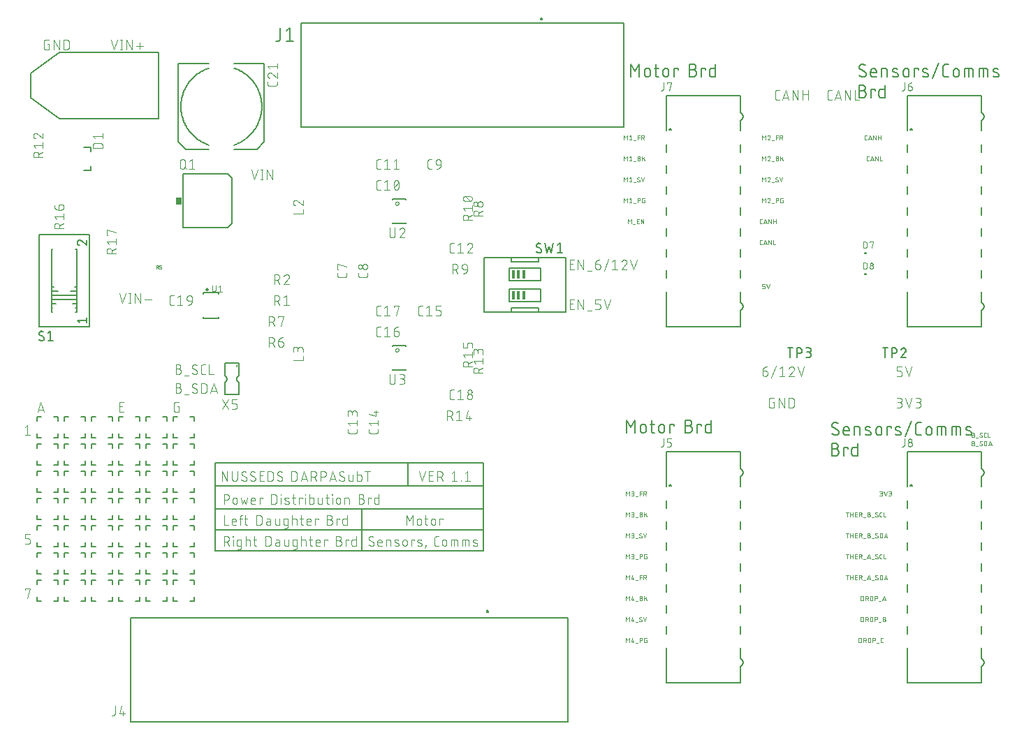
<source format=gbr>
G04 EAGLE Gerber RS-274X export*
G75*
%MOMM*%
%FSLAX34Y34*%
%LPD*%
%INSilkscreen Top*%
%IPPOS*%
%AMOC8*
5,1,8,0,0,1.08239X$1,22.5*%
G01*
%ADD10C,0.101600*%
%ADD11C,0.152400*%
%ADD12C,0.050800*%
%ADD13C,0.127000*%
%ADD14C,0.203200*%
%ADD15R,0.762000X0.863600*%
%ADD16C,0.076200*%
%ADD17C,0.025400*%
%ADD18R,0.381000X1.016000*%
%ADD19C,0.200000*%
%ADD20C,0.150000*%


D10*
X1072388Y434848D02*
X1075634Y434848D01*
X1075747Y434850D01*
X1075860Y434856D01*
X1075973Y434866D01*
X1076086Y434880D01*
X1076198Y434897D01*
X1076309Y434919D01*
X1076419Y434944D01*
X1076529Y434974D01*
X1076637Y435007D01*
X1076744Y435044D01*
X1076850Y435084D01*
X1076954Y435129D01*
X1077057Y435177D01*
X1077158Y435228D01*
X1077257Y435283D01*
X1077354Y435341D01*
X1077449Y435403D01*
X1077542Y435468D01*
X1077632Y435536D01*
X1077720Y435607D01*
X1077806Y435682D01*
X1077889Y435759D01*
X1077969Y435839D01*
X1078046Y435922D01*
X1078121Y436008D01*
X1078192Y436096D01*
X1078260Y436186D01*
X1078325Y436279D01*
X1078387Y436374D01*
X1078445Y436471D01*
X1078500Y436570D01*
X1078551Y436671D01*
X1078599Y436774D01*
X1078644Y436878D01*
X1078684Y436984D01*
X1078721Y437091D01*
X1078754Y437199D01*
X1078784Y437309D01*
X1078809Y437419D01*
X1078831Y437530D01*
X1078848Y437642D01*
X1078862Y437755D01*
X1078872Y437868D01*
X1078878Y437981D01*
X1078880Y438094D01*
X1078878Y438207D01*
X1078872Y438320D01*
X1078862Y438433D01*
X1078848Y438546D01*
X1078831Y438658D01*
X1078809Y438769D01*
X1078784Y438879D01*
X1078754Y438989D01*
X1078721Y439097D01*
X1078684Y439204D01*
X1078644Y439310D01*
X1078599Y439414D01*
X1078551Y439517D01*
X1078500Y439618D01*
X1078445Y439717D01*
X1078387Y439814D01*
X1078325Y439909D01*
X1078260Y440002D01*
X1078192Y440092D01*
X1078121Y440180D01*
X1078046Y440266D01*
X1077969Y440349D01*
X1077889Y440429D01*
X1077806Y440506D01*
X1077720Y440581D01*
X1077632Y440652D01*
X1077542Y440720D01*
X1077449Y440785D01*
X1077354Y440847D01*
X1077257Y440905D01*
X1077158Y440960D01*
X1077057Y441011D01*
X1076954Y441059D01*
X1076850Y441104D01*
X1076744Y441144D01*
X1076637Y441181D01*
X1076529Y441214D01*
X1076419Y441244D01*
X1076309Y441269D01*
X1076198Y441291D01*
X1076086Y441308D01*
X1075973Y441322D01*
X1075860Y441332D01*
X1075747Y441338D01*
X1075634Y441340D01*
X1076283Y446532D02*
X1072388Y446532D01*
X1076283Y446532D02*
X1076384Y446530D01*
X1076484Y446524D01*
X1076584Y446514D01*
X1076684Y446501D01*
X1076783Y446483D01*
X1076882Y446462D01*
X1076979Y446437D01*
X1077076Y446408D01*
X1077171Y446375D01*
X1077265Y446339D01*
X1077357Y446299D01*
X1077448Y446256D01*
X1077537Y446209D01*
X1077624Y446159D01*
X1077710Y446105D01*
X1077793Y446048D01*
X1077873Y445988D01*
X1077952Y445925D01*
X1078028Y445858D01*
X1078101Y445789D01*
X1078171Y445717D01*
X1078239Y445643D01*
X1078304Y445566D01*
X1078365Y445486D01*
X1078424Y445404D01*
X1078479Y445320D01*
X1078531Y445234D01*
X1078580Y445146D01*
X1078625Y445056D01*
X1078667Y444964D01*
X1078705Y444871D01*
X1078739Y444776D01*
X1078770Y444681D01*
X1078797Y444584D01*
X1078820Y444486D01*
X1078840Y444387D01*
X1078855Y444287D01*
X1078867Y444187D01*
X1078875Y444087D01*
X1078879Y443986D01*
X1078879Y443886D01*
X1078875Y443785D01*
X1078867Y443685D01*
X1078855Y443585D01*
X1078840Y443485D01*
X1078820Y443386D01*
X1078797Y443288D01*
X1078770Y443191D01*
X1078739Y443096D01*
X1078705Y443001D01*
X1078667Y442908D01*
X1078625Y442816D01*
X1078580Y442726D01*
X1078531Y442638D01*
X1078479Y442552D01*
X1078424Y442468D01*
X1078365Y442386D01*
X1078304Y442306D01*
X1078239Y442229D01*
X1078171Y442155D01*
X1078101Y442083D01*
X1078028Y442014D01*
X1077952Y441947D01*
X1077873Y441884D01*
X1077793Y441824D01*
X1077710Y441767D01*
X1077624Y441713D01*
X1077537Y441663D01*
X1077448Y441616D01*
X1077357Y441573D01*
X1077265Y441533D01*
X1077171Y441497D01*
X1077076Y441464D01*
X1076979Y441435D01*
X1076882Y441410D01*
X1076783Y441389D01*
X1076684Y441371D01*
X1076584Y441358D01*
X1076484Y441348D01*
X1076384Y441342D01*
X1076283Y441340D01*
X1076283Y441339D02*
X1073686Y441339D01*
X1083169Y446532D02*
X1087064Y434848D01*
X1090958Y446532D01*
X1095248Y434848D02*
X1098494Y434848D01*
X1098607Y434850D01*
X1098720Y434856D01*
X1098833Y434866D01*
X1098946Y434880D01*
X1099058Y434897D01*
X1099169Y434919D01*
X1099279Y434944D01*
X1099389Y434974D01*
X1099497Y435007D01*
X1099604Y435044D01*
X1099710Y435084D01*
X1099814Y435129D01*
X1099917Y435177D01*
X1100018Y435228D01*
X1100117Y435283D01*
X1100214Y435341D01*
X1100309Y435403D01*
X1100402Y435468D01*
X1100492Y435536D01*
X1100580Y435607D01*
X1100666Y435682D01*
X1100749Y435759D01*
X1100829Y435839D01*
X1100906Y435922D01*
X1100981Y436008D01*
X1101052Y436096D01*
X1101120Y436186D01*
X1101185Y436279D01*
X1101247Y436374D01*
X1101305Y436471D01*
X1101360Y436570D01*
X1101411Y436671D01*
X1101459Y436774D01*
X1101504Y436878D01*
X1101544Y436984D01*
X1101581Y437091D01*
X1101614Y437199D01*
X1101644Y437309D01*
X1101669Y437419D01*
X1101691Y437530D01*
X1101708Y437642D01*
X1101722Y437755D01*
X1101732Y437868D01*
X1101738Y437981D01*
X1101740Y438094D01*
X1101738Y438207D01*
X1101732Y438320D01*
X1101722Y438433D01*
X1101708Y438546D01*
X1101691Y438658D01*
X1101669Y438769D01*
X1101644Y438879D01*
X1101614Y438989D01*
X1101581Y439097D01*
X1101544Y439204D01*
X1101504Y439310D01*
X1101459Y439414D01*
X1101411Y439517D01*
X1101360Y439618D01*
X1101305Y439717D01*
X1101247Y439814D01*
X1101185Y439909D01*
X1101120Y440002D01*
X1101052Y440092D01*
X1100981Y440180D01*
X1100906Y440266D01*
X1100829Y440349D01*
X1100749Y440429D01*
X1100666Y440506D01*
X1100580Y440581D01*
X1100492Y440652D01*
X1100402Y440720D01*
X1100309Y440785D01*
X1100214Y440847D01*
X1100117Y440905D01*
X1100018Y440960D01*
X1099917Y441011D01*
X1099814Y441059D01*
X1099710Y441104D01*
X1099604Y441144D01*
X1099497Y441181D01*
X1099389Y441214D01*
X1099279Y441244D01*
X1099169Y441269D01*
X1099058Y441291D01*
X1098946Y441308D01*
X1098833Y441322D01*
X1098720Y441332D01*
X1098607Y441338D01*
X1098494Y441340D01*
X1099143Y446532D02*
X1095248Y446532D01*
X1099143Y446532D02*
X1099244Y446530D01*
X1099344Y446524D01*
X1099444Y446514D01*
X1099544Y446501D01*
X1099643Y446483D01*
X1099742Y446462D01*
X1099839Y446437D01*
X1099936Y446408D01*
X1100031Y446375D01*
X1100125Y446339D01*
X1100217Y446299D01*
X1100308Y446256D01*
X1100397Y446209D01*
X1100484Y446159D01*
X1100570Y446105D01*
X1100653Y446048D01*
X1100733Y445988D01*
X1100812Y445925D01*
X1100888Y445858D01*
X1100961Y445789D01*
X1101031Y445717D01*
X1101099Y445643D01*
X1101164Y445566D01*
X1101225Y445486D01*
X1101284Y445404D01*
X1101339Y445320D01*
X1101391Y445234D01*
X1101440Y445146D01*
X1101485Y445056D01*
X1101527Y444964D01*
X1101565Y444871D01*
X1101599Y444776D01*
X1101630Y444681D01*
X1101657Y444584D01*
X1101680Y444486D01*
X1101700Y444387D01*
X1101715Y444287D01*
X1101727Y444187D01*
X1101735Y444087D01*
X1101739Y443986D01*
X1101739Y443886D01*
X1101735Y443785D01*
X1101727Y443685D01*
X1101715Y443585D01*
X1101700Y443485D01*
X1101680Y443386D01*
X1101657Y443288D01*
X1101630Y443191D01*
X1101599Y443096D01*
X1101565Y443001D01*
X1101527Y442908D01*
X1101485Y442816D01*
X1101440Y442726D01*
X1101391Y442638D01*
X1101339Y442552D01*
X1101284Y442468D01*
X1101225Y442386D01*
X1101164Y442306D01*
X1101099Y442229D01*
X1101031Y442155D01*
X1100961Y442083D01*
X1100888Y442014D01*
X1100812Y441947D01*
X1100733Y441884D01*
X1100653Y441824D01*
X1100570Y441767D01*
X1100484Y441713D01*
X1100397Y441663D01*
X1100308Y441616D01*
X1100217Y441573D01*
X1100125Y441533D01*
X1100031Y441497D01*
X1099936Y441464D01*
X1099839Y441435D01*
X1099742Y441410D01*
X1099643Y441389D01*
X1099544Y441371D01*
X1099444Y441358D01*
X1099344Y441348D01*
X1099244Y441342D01*
X1099143Y441340D01*
X1099143Y441339D02*
X1096546Y441339D01*
X1076283Y472948D02*
X1072388Y472948D01*
X1076283Y472948D02*
X1076382Y472950D01*
X1076482Y472956D01*
X1076581Y472965D01*
X1076679Y472978D01*
X1076777Y472995D01*
X1076875Y473016D01*
X1076971Y473041D01*
X1077066Y473069D01*
X1077160Y473101D01*
X1077253Y473136D01*
X1077345Y473175D01*
X1077435Y473218D01*
X1077523Y473263D01*
X1077610Y473313D01*
X1077694Y473365D01*
X1077777Y473421D01*
X1077857Y473479D01*
X1077935Y473541D01*
X1078010Y473606D01*
X1078083Y473674D01*
X1078153Y473744D01*
X1078221Y473817D01*
X1078286Y473892D01*
X1078348Y473970D01*
X1078406Y474050D01*
X1078462Y474133D01*
X1078514Y474217D01*
X1078564Y474304D01*
X1078609Y474392D01*
X1078652Y474482D01*
X1078691Y474574D01*
X1078726Y474667D01*
X1078758Y474761D01*
X1078786Y474856D01*
X1078811Y474952D01*
X1078832Y475050D01*
X1078849Y475148D01*
X1078862Y475246D01*
X1078871Y475345D01*
X1078877Y475445D01*
X1078879Y475544D01*
X1078879Y476843D01*
X1078877Y476942D01*
X1078871Y477042D01*
X1078862Y477141D01*
X1078849Y477239D01*
X1078832Y477337D01*
X1078811Y477435D01*
X1078786Y477531D01*
X1078758Y477626D01*
X1078726Y477720D01*
X1078691Y477813D01*
X1078652Y477905D01*
X1078609Y477995D01*
X1078564Y478083D01*
X1078514Y478170D01*
X1078462Y478254D01*
X1078406Y478337D01*
X1078348Y478417D01*
X1078286Y478495D01*
X1078221Y478570D01*
X1078153Y478643D01*
X1078083Y478713D01*
X1078010Y478781D01*
X1077935Y478846D01*
X1077857Y478908D01*
X1077777Y478966D01*
X1077694Y479022D01*
X1077610Y479074D01*
X1077523Y479124D01*
X1077435Y479169D01*
X1077345Y479212D01*
X1077253Y479251D01*
X1077160Y479286D01*
X1077066Y479318D01*
X1076971Y479346D01*
X1076875Y479371D01*
X1076777Y479392D01*
X1076679Y479409D01*
X1076581Y479422D01*
X1076482Y479431D01*
X1076382Y479437D01*
X1076283Y479439D01*
X1072388Y479439D01*
X1072388Y484632D01*
X1078879Y484632D01*
X1083169Y484632D02*
X1087064Y472948D01*
X1090958Y484632D01*
X993761Y808228D02*
X991164Y808228D01*
X991065Y808230D01*
X990965Y808236D01*
X990866Y808245D01*
X990768Y808258D01*
X990670Y808275D01*
X990572Y808296D01*
X990476Y808321D01*
X990381Y808349D01*
X990287Y808381D01*
X990194Y808416D01*
X990102Y808455D01*
X990012Y808498D01*
X989924Y808543D01*
X989837Y808593D01*
X989753Y808645D01*
X989670Y808701D01*
X989590Y808759D01*
X989512Y808821D01*
X989437Y808886D01*
X989364Y808954D01*
X989294Y809024D01*
X989226Y809097D01*
X989161Y809172D01*
X989099Y809250D01*
X989041Y809330D01*
X988985Y809413D01*
X988933Y809497D01*
X988883Y809584D01*
X988838Y809672D01*
X988795Y809762D01*
X988756Y809854D01*
X988721Y809947D01*
X988689Y810041D01*
X988661Y810136D01*
X988636Y810232D01*
X988615Y810330D01*
X988598Y810428D01*
X988585Y810526D01*
X988576Y810625D01*
X988570Y810725D01*
X988568Y810824D01*
X988568Y817316D01*
X988570Y817415D01*
X988576Y817515D01*
X988585Y817614D01*
X988598Y817712D01*
X988615Y817810D01*
X988636Y817908D01*
X988661Y818004D01*
X988689Y818099D01*
X988721Y818193D01*
X988756Y818286D01*
X988795Y818378D01*
X988838Y818468D01*
X988883Y818556D01*
X988933Y818643D01*
X988985Y818727D01*
X989041Y818810D01*
X989099Y818890D01*
X989161Y818968D01*
X989226Y819043D01*
X989294Y819116D01*
X989364Y819186D01*
X989437Y819254D01*
X989512Y819319D01*
X989590Y819381D01*
X989670Y819439D01*
X989753Y819495D01*
X989837Y819547D01*
X989924Y819597D01*
X990012Y819642D01*
X990102Y819685D01*
X990194Y819724D01*
X990286Y819759D01*
X990381Y819791D01*
X990476Y819819D01*
X990572Y819844D01*
X990670Y819865D01*
X990768Y819882D01*
X990866Y819895D01*
X990965Y819904D01*
X991065Y819910D01*
X991164Y819912D01*
X993761Y819912D01*
X1001372Y819912D02*
X997477Y808228D01*
X1005266Y808228D02*
X1001372Y819912D01*
X1004293Y811149D02*
X998451Y811149D01*
X1009937Y808228D02*
X1009937Y819912D01*
X1016428Y808228D01*
X1016428Y819912D01*
X1022152Y819912D02*
X1022152Y808228D01*
X1027345Y808228D01*
X930261Y808228D02*
X927664Y808228D01*
X927565Y808230D01*
X927465Y808236D01*
X927366Y808245D01*
X927268Y808258D01*
X927170Y808275D01*
X927072Y808296D01*
X926976Y808321D01*
X926881Y808349D01*
X926787Y808381D01*
X926694Y808416D01*
X926602Y808455D01*
X926512Y808498D01*
X926424Y808543D01*
X926337Y808593D01*
X926253Y808645D01*
X926170Y808701D01*
X926090Y808759D01*
X926012Y808821D01*
X925937Y808886D01*
X925864Y808954D01*
X925794Y809024D01*
X925726Y809097D01*
X925661Y809172D01*
X925599Y809250D01*
X925541Y809330D01*
X925485Y809413D01*
X925433Y809497D01*
X925383Y809584D01*
X925338Y809672D01*
X925295Y809762D01*
X925256Y809854D01*
X925221Y809947D01*
X925189Y810041D01*
X925161Y810136D01*
X925136Y810232D01*
X925115Y810330D01*
X925098Y810428D01*
X925085Y810526D01*
X925076Y810625D01*
X925070Y810725D01*
X925068Y810824D01*
X925068Y817316D01*
X925070Y817415D01*
X925076Y817515D01*
X925085Y817614D01*
X925098Y817712D01*
X925115Y817810D01*
X925136Y817908D01*
X925161Y818004D01*
X925189Y818099D01*
X925221Y818193D01*
X925256Y818286D01*
X925295Y818378D01*
X925338Y818468D01*
X925383Y818556D01*
X925433Y818643D01*
X925485Y818727D01*
X925541Y818810D01*
X925599Y818890D01*
X925661Y818968D01*
X925726Y819043D01*
X925794Y819116D01*
X925864Y819186D01*
X925937Y819254D01*
X926012Y819319D01*
X926090Y819381D01*
X926170Y819439D01*
X926253Y819495D01*
X926337Y819547D01*
X926424Y819597D01*
X926512Y819642D01*
X926602Y819685D01*
X926694Y819724D01*
X926786Y819759D01*
X926881Y819791D01*
X926976Y819819D01*
X927072Y819844D01*
X927170Y819865D01*
X927268Y819882D01*
X927366Y819895D01*
X927465Y819904D01*
X927565Y819910D01*
X927664Y819912D01*
X930261Y819912D01*
X937872Y819912D02*
X933977Y808228D01*
X941766Y808228D02*
X937872Y819912D01*
X940793Y811149D02*
X934951Y811149D01*
X946437Y808228D02*
X946437Y819912D01*
X952928Y808228D01*
X952928Y819912D01*
X958629Y819912D02*
X958629Y808228D01*
X958629Y814719D02*
X965120Y814719D01*
X965120Y819912D02*
X965120Y808228D01*
X201874Y481979D02*
X198628Y481979D01*
X201874Y481980D02*
X201987Y481978D01*
X202100Y481972D01*
X202213Y481962D01*
X202326Y481948D01*
X202438Y481931D01*
X202549Y481909D01*
X202659Y481884D01*
X202769Y481854D01*
X202877Y481821D01*
X202984Y481784D01*
X203090Y481744D01*
X203194Y481699D01*
X203297Y481651D01*
X203398Y481600D01*
X203497Y481545D01*
X203594Y481487D01*
X203689Y481425D01*
X203782Y481360D01*
X203872Y481292D01*
X203960Y481221D01*
X204046Y481146D01*
X204129Y481069D01*
X204209Y480989D01*
X204286Y480906D01*
X204361Y480820D01*
X204432Y480732D01*
X204500Y480642D01*
X204565Y480549D01*
X204627Y480454D01*
X204685Y480357D01*
X204740Y480258D01*
X204791Y480157D01*
X204839Y480054D01*
X204884Y479950D01*
X204924Y479844D01*
X204961Y479737D01*
X204994Y479629D01*
X205024Y479519D01*
X205049Y479409D01*
X205071Y479298D01*
X205088Y479186D01*
X205102Y479073D01*
X205112Y478960D01*
X205118Y478847D01*
X205120Y478734D01*
X205118Y478621D01*
X205112Y478508D01*
X205102Y478395D01*
X205088Y478282D01*
X205071Y478170D01*
X205049Y478059D01*
X205024Y477949D01*
X204994Y477839D01*
X204961Y477731D01*
X204924Y477624D01*
X204884Y477518D01*
X204839Y477414D01*
X204791Y477311D01*
X204740Y477210D01*
X204685Y477111D01*
X204627Y477014D01*
X204565Y476919D01*
X204500Y476826D01*
X204432Y476736D01*
X204361Y476648D01*
X204286Y476562D01*
X204209Y476479D01*
X204129Y476399D01*
X204046Y476322D01*
X203960Y476247D01*
X203872Y476176D01*
X203782Y476108D01*
X203689Y476043D01*
X203594Y475981D01*
X203497Y475923D01*
X203398Y475868D01*
X203297Y475817D01*
X203194Y475769D01*
X203090Y475724D01*
X202984Y475684D01*
X202877Y475647D01*
X202769Y475614D01*
X202659Y475584D01*
X202549Y475559D01*
X202438Y475537D01*
X202326Y475520D01*
X202213Y475506D01*
X202100Y475496D01*
X201987Y475490D01*
X201874Y475488D01*
X198628Y475488D01*
X198628Y487172D01*
X201874Y487172D01*
X201975Y487170D01*
X202075Y487164D01*
X202175Y487154D01*
X202275Y487141D01*
X202374Y487123D01*
X202473Y487102D01*
X202570Y487077D01*
X202667Y487048D01*
X202762Y487015D01*
X202856Y486979D01*
X202948Y486939D01*
X203039Y486896D01*
X203128Y486849D01*
X203215Y486799D01*
X203301Y486745D01*
X203384Y486688D01*
X203464Y486628D01*
X203543Y486565D01*
X203619Y486498D01*
X203692Y486429D01*
X203762Y486357D01*
X203830Y486283D01*
X203895Y486206D01*
X203956Y486126D01*
X204015Y486044D01*
X204070Y485960D01*
X204122Y485874D01*
X204171Y485786D01*
X204216Y485696D01*
X204258Y485604D01*
X204296Y485511D01*
X204330Y485416D01*
X204361Y485321D01*
X204388Y485224D01*
X204411Y485126D01*
X204431Y485027D01*
X204446Y484927D01*
X204458Y484827D01*
X204466Y484727D01*
X204470Y484626D01*
X204470Y484526D01*
X204466Y484425D01*
X204458Y484325D01*
X204446Y484225D01*
X204431Y484125D01*
X204411Y484026D01*
X204388Y483928D01*
X204361Y483831D01*
X204330Y483736D01*
X204296Y483641D01*
X204258Y483548D01*
X204216Y483456D01*
X204171Y483366D01*
X204122Y483278D01*
X204070Y483192D01*
X204015Y483108D01*
X203956Y483026D01*
X203895Y482946D01*
X203830Y482869D01*
X203762Y482795D01*
X203692Y482723D01*
X203619Y482654D01*
X203543Y482587D01*
X203464Y482524D01*
X203384Y482464D01*
X203301Y482407D01*
X203215Y482353D01*
X203128Y482303D01*
X203039Y482256D01*
X202948Y482213D01*
X202856Y482173D01*
X202762Y482137D01*
X202667Y482104D01*
X202570Y482075D01*
X202473Y482050D01*
X202374Y482029D01*
X202275Y482011D01*
X202175Y481998D01*
X202075Y481988D01*
X201975Y481982D01*
X201874Y481980D01*
X209014Y474190D02*
X214207Y474190D01*
X222165Y475488D02*
X222264Y475490D01*
X222364Y475496D01*
X222463Y475505D01*
X222561Y475518D01*
X222659Y475535D01*
X222757Y475556D01*
X222853Y475581D01*
X222948Y475609D01*
X223042Y475641D01*
X223135Y475676D01*
X223227Y475715D01*
X223317Y475758D01*
X223405Y475803D01*
X223492Y475853D01*
X223576Y475905D01*
X223659Y475961D01*
X223739Y476019D01*
X223817Y476081D01*
X223892Y476146D01*
X223965Y476214D01*
X224035Y476284D01*
X224103Y476357D01*
X224168Y476432D01*
X224230Y476510D01*
X224288Y476590D01*
X224344Y476673D01*
X224396Y476757D01*
X224446Y476844D01*
X224491Y476932D01*
X224534Y477022D01*
X224573Y477114D01*
X224608Y477207D01*
X224640Y477301D01*
X224668Y477396D01*
X224693Y477492D01*
X224714Y477590D01*
X224731Y477688D01*
X224744Y477786D01*
X224753Y477885D01*
X224759Y477985D01*
X224761Y478084D01*
X222165Y475488D02*
X222021Y475490D01*
X221876Y475496D01*
X221732Y475505D01*
X221589Y475518D01*
X221445Y475535D01*
X221302Y475556D01*
X221160Y475581D01*
X221019Y475609D01*
X220878Y475641D01*
X220738Y475677D01*
X220599Y475716D01*
X220461Y475759D01*
X220325Y475806D01*
X220189Y475856D01*
X220055Y475910D01*
X219923Y475967D01*
X219792Y476028D01*
X219663Y476092D01*
X219535Y476160D01*
X219409Y476230D01*
X219285Y476305D01*
X219164Y476382D01*
X219044Y476463D01*
X218926Y476546D01*
X218811Y476633D01*
X218698Y476723D01*
X218587Y476816D01*
X218479Y476911D01*
X218373Y477010D01*
X218270Y477111D01*
X218596Y484576D02*
X218598Y484675D01*
X218604Y484775D01*
X218613Y484874D01*
X218626Y484972D01*
X218643Y485070D01*
X218664Y485168D01*
X218689Y485264D01*
X218717Y485359D01*
X218749Y485453D01*
X218784Y485546D01*
X218823Y485638D01*
X218866Y485728D01*
X218911Y485816D01*
X218961Y485903D01*
X219013Y485987D01*
X219069Y486070D01*
X219127Y486150D01*
X219189Y486228D01*
X219254Y486303D01*
X219322Y486376D01*
X219392Y486446D01*
X219465Y486514D01*
X219540Y486579D01*
X219618Y486641D01*
X219698Y486699D01*
X219781Y486755D01*
X219865Y486807D01*
X219952Y486857D01*
X220040Y486902D01*
X220130Y486945D01*
X220222Y486984D01*
X220315Y487019D01*
X220409Y487051D01*
X220504Y487079D01*
X220601Y487104D01*
X220698Y487125D01*
X220796Y487142D01*
X220894Y487155D01*
X220993Y487164D01*
X221093Y487170D01*
X221192Y487172D01*
X221328Y487170D01*
X221464Y487164D01*
X221600Y487155D01*
X221736Y487142D01*
X221871Y487124D01*
X222005Y487104D01*
X222139Y487079D01*
X222273Y487051D01*
X222405Y487018D01*
X222536Y486983D01*
X222667Y486943D01*
X222796Y486900D01*
X222924Y486854D01*
X223050Y486803D01*
X223176Y486750D01*
X223299Y486692D01*
X223421Y486632D01*
X223541Y486568D01*
X223660Y486500D01*
X223776Y486430D01*
X223890Y486356D01*
X224003Y486279D01*
X224113Y486198D01*
X219893Y482304D02*
X219807Y482357D01*
X219723Y482414D01*
X219641Y482473D01*
X219561Y482536D01*
X219484Y482602D01*
X219409Y482670D01*
X219337Y482742D01*
X219268Y482816D01*
X219202Y482893D01*
X219139Y482972D01*
X219079Y483054D01*
X219022Y483138D01*
X218968Y483224D01*
X218918Y483312D01*
X218871Y483402D01*
X218827Y483493D01*
X218788Y483587D01*
X218751Y483681D01*
X218719Y483777D01*
X218690Y483875D01*
X218665Y483973D01*
X218644Y484072D01*
X218626Y484172D01*
X218613Y484272D01*
X218603Y484373D01*
X218597Y484475D01*
X218595Y484576D01*
X223464Y480356D02*
X223550Y480303D01*
X223634Y480246D01*
X223716Y480187D01*
X223796Y480124D01*
X223873Y480058D01*
X223948Y479990D01*
X224020Y479918D01*
X224089Y479844D01*
X224155Y479767D01*
X224218Y479688D01*
X224278Y479606D01*
X224335Y479522D01*
X224389Y479436D01*
X224439Y479348D01*
X224486Y479258D01*
X224530Y479167D01*
X224569Y479073D01*
X224606Y478979D01*
X224638Y478883D01*
X224667Y478785D01*
X224692Y478687D01*
X224713Y478588D01*
X224731Y478488D01*
X224744Y478388D01*
X224754Y478287D01*
X224760Y478185D01*
X224762Y478084D01*
X223464Y480356D02*
X219893Y482304D01*
X231883Y475488D02*
X234479Y475488D01*
X231883Y475488D02*
X231784Y475490D01*
X231684Y475496D01*
X231585Y475505D01*
X231487Y475518D01*
X231389Y475535D01*
X231291Y475556D01*
X231195Y475581D01*
X231100Y475609D01*
X231006Y475641D01*
X230913Y475676D01*
X230821Y475715D01*
X230731Y475758D01*
X230643Y475803D01*
X230556Y475853D01*
X230472Y475905D01*
X230389Y475961D01*
X230309Y476019D01*
X230231Y476081D01*
X230156Y476146D01*
X230083Y476214D01*
X230013Y476284D01*
X229945Y476357D01*
X229880Y476432D01*
X229818Y476510D01*
X229760Y476590D01*
X229704Y476673D01*
X229652Y476757D01*
X229602Y476844D01*
X229557Y476932D01*
X229514Y477022D01*
X229475Y477114D01*
X229440Y477207D01*
X229408Y477301D01*
X229380Y477396D01*
X229355Y477492D01*
X229334Y477590D01*
X229317Y477688D01*
X229304Y477786D01*
X229295Y477885D01*
X229289Y477985D01*
X229287Y478084D01*
X229286Y478084D02*
X229286Y484576D01*
X229287Y484576D02*
X229289Y484675D01*
X229295Y484775D01*
X229304Y484874D01*
X229317Y484972D01*
X229334Y485070D01*
X229355Y485168D01*
X229380Y485264D01*
X229408Y485359D01*
X229440Y485453D01*
X229475Y485546D01*
X229514Y485638D01*
X229557Y485728D01*
X229602Y485816D01*
X229652Y485903D01*
X229704Y485987D01*
X229760Y486070D01*
X229818Y486150D01*
X229880Y486228D01*
X229945Y486303D01*
X230013Y486376D01*
X230083Y486446D01*
X230156Y486514D01*
X230231Y486579D01*
X230309Y486641D01*
X230389Y486699D01*
X230472Y486755D01*
X230556Y486807D01*
X230643Y486857D01*
X230731Y486902D01*
X230821Y486945D01*
X230913Y486984D01*
X231005Y487019D01*
X231100Y487051D01*
X231195Y487079D01*
X231291Y487104D01*
X231389Y487125D01*
X231487Y487142D01*
X231585Y487155D01*
X231684Y487164D01*
X231784Y487170D01*
X231883Y487172D01*
X234479Y487172D01*
X239248Y487172D02*
X239248Y475488D01*
X244441Y475488D01*
X201874Y459119D02*
X198628Y459119D01*
X201874Y459120D02*
X201987Y459118D01*
X202100Y459112D01*
X202213Y459102D01*
X202326Y459088D01*
X202438Y459071D01*
X202549Y459049D01*
X202659Y459024D01*
X202769Y458994D01*
X202877Y458961D01*
X202984Y458924D01*
X203090Y458884D01*
X203194Y458839D01*
X203297Y458791D01*
X203398Y458740D01*
X203497Y458685D01*
X203594Y458627D01*
X203689Y458565D01*
X203782Y458500D01*
X203872Y458432D01*
X203960Y458361D01*
X204046Y458286D01*
X204129Y458209D01*
X204209Y458129D01*
X204286Y458046D01*
X204361Y457960D01*
X204432Y457872D01*
X204500Y457782D01*
X204565Y457689D01*
X204627Y457594D01*
X204685Y457497D01*
X204740Y457398D01*
X204791Y457297D01*
X204839Y457194D01*
X204884Y457090D01*
X204924Y456984D01*
X204961Y456877D01*
X204994Y456769D01*
X205024Y456659D01*
X205049Y456549D01*
X205071Y456438D01*
X205088Y456326D01*
X205102Y456213D01*
X205112Y456100D01*
X205118Y455987D01*
X205120Y455874D01*
X205118Y455761D01*
X205112Y455648D01*
X205102Y455535D01*
X205088Y455422D01*
X205071Y455310D01*
X205049Y455199D01*
X205024Y455089D01*
X204994Y454979D01*
X204961Y454871D01*
X204924Y454764D01*
X204884Y454658D01*
X204839Y454554D01*
X204791Y454451D01*
X204740Y454350D01*
X204685Y454251D01*
X204627Y454154D01*
X204565Y454059D01*
X204500Y453966D01*
X204432Y453876D01*
X204361Y453788D01*
X204286Y453702D01*
X204209Y453619D01*
X204129Y453539D01*
X204046Y453462D01*
X203960Y453387D01*
X203872Y453316D01*
X203782Y453248D01*
X203689Y453183D01*
X203594Y453121D01*
X203497Y453063D01*
X203398Y453008D01*
X203297Y452957D01*
X203194Y452909D01*
X203090Y452864D01*
X202984Y452824D01*
X202877Y452787D01*
X202769Y452754D01*
X202659Y452724D01*
X202549Y452699D01*
X202438Y452677D01*
X202326Y452660D01*
X202213Y452646D01*
X202100Y452636D01*
X201987Y452630D01*
X201874Y452628D01*
X198628Y452628D01*
X198628Y464312D01*
X201874Y464312D01*
X201975Y464310D01*
X202075Y464304D01*
X202175Y464294D01*
X202275Y464281D01*
X202374Y464263D01*
X202473Y464242D01*
X202570Y464217D01*
X202667Y464188D01*
X202762Y464155D01*
X202856Y464119D01*
X202948Y464079D01*
X203039Y464036D01*
X203128Y463989D01*
X203215Y463939D01*
X203301Y463885D01*
X203384Y463828D01*
X203464Y463768D01*
X203543Y463705D01*
X203619Y463638D01*
X203692Y463569D01*
X203762Y463497D01*
X203830Y463423D01*
X203895Y463346D01*
X203956Y463266D01*
X204015Y463184D01*
X204070Y463100D01*
X204122Y463014D01*
X204171Y462926D01*
X204216Y462836D01*
X204258Y462744D01*
X204296Y462651D01*
X204330Y462556D01*
X204361Y462461D01*
X204388Y462364D01*
X204411Y462266D01*
X204431Y462167D01*
X204446Y462067D01*
X204458Y461967D01*
X204466Y461867D01*
X204470Y461766D01*
X204470Y461666D01*
X204466Y461565D01*
X204458Y461465D01*
X204446Y461365D01*
X204431Y461265D01*
X204411Y461166D01*
X204388Y461068D01*
X204361Y460971D01*
X204330Y460876D01*
X204296Y460781D01*
X204258Y460688D01*
X204216Y460596D01*
X204171Y460506D01*
X204122Y460418D01*
X204070Y460332D01*
X204015Y460248D01*
X203956Y460166D01*
X203895Y460086D01*
X203830Y460009D01*
X203762Y459935D01*
X203692Y459863D01*
X203619Y459794D01*
X203543Y459727D01*
X203464Y459664D01*
X203384Y459604D01*
X203301Y459547D01*
X203215Y459493D01*
X203128Y459443D01*
X203039Y459396D01*
X202948Y459353D01*
X202856Y459313D01*
X202762Y459277D01*
X202667Y459244D01*
X202570Y459215D01*
X202473Y459190D01*
X202374Y459169D01*
X202275Y459151D01*
X202175Y459138D01*
X202075Y459128D01*
X201975Y459122D01*
X201874Y459120D01*
X209014Y451330D02*
X214207Y451330D01*
X222165Y452628D02*
X222264Y452630D01*
X222364Y452636D01*
X222463Y452645D01*
X222561Y452658D01*
X222659Y452675D01*
X222757Y452696D01*
X222853Y452721D01*
X222948Y452749D01*
X223042Y452781D01*
X223135Y452816D01*
X223227Y452855D01*
X223317Y452898D01*
X223405Y452943D01*
X223492Y452993D01*
X223576Y453045D01*
X223659Y453101D01*
X223739Y453159D01*
X223817Y453221D01*
X223892Y453286D01*
X223965Y453354D01*
X224035Y453424D01*
X224103Y453497D01*
X224168Y453572D01*
X224230Y453650D01*
X224288Y453730D01*
X224344Y453813D01*
X224396Y453897D01*
X224446Y453984D01*
X224491Y454072D01*
X224534Y454162D01*
X224573Y454254D01*
X224608Y454347D01*
X224640Y454441D01*
X224668Y454536D01*
X224693Y454632D01*
X224714Y454730D01*
X224731Y454828D01*
X224744Y454926D01*
X224753Y455025D01*
X224759Y455125D01*
X224761Y455224D01*
X222165Y452628D02*
X222021Y452630D01*
X221876Y452636D01*
X221732Y452645D01*
X221589Y452658D01*
X221445Y452675D01*
X221302Y452696D01*
X221160Y452721D01*
X221019Y452749D01*
X220878Y452781D01*
X220738Y452817D01*
X220599Y452856D01*
X220461Y452899D01*
X220325Y452946D01*
X220189Y452996D01*
X220055Y453050D01*
X219923Y453107D01*
X219792Y453168D01*
X219663Y453232D01*
X219535Y453300D01*
X219409Y453370D01*
X219285Y453445D01*
X219164Y453522D01*
X219044Y453603D01*
X218926Y453686D01*
X218811Y453773D01*
X218698Y453863D01*
X218587Y453956D01*
X218479Y454051D01*
X218373Y454150D01*
X218270Y454251D01*
X218596Y461716D02*
X218598Y461815D01*
X218604Y461915D01*
X218613Y462014D01*
X218626Y462112D01*
X218643Y462210D01*
X218664Y462308D01*
X218689Y462404D01*
X218717Y462499D01*
X218749Y462593D01*
X218784Y462686D01*
X218823Y462778D01*
X218866Y462868D01*
X218911Y462956D01*
X218961Y463043D01*
X219013Y463127D01*
X219069Y463210D01*
X219127Y463290D01*
X219189Y463368D01*
X219254Y463443D01*
X219322Y463516D01*
X219392Y463586D01*
X219465Y463654D01*
X219540Y463719D01*
X219618Y463781D01*
X219698Y463839D01*
X219781Y463895D01*
X219865Y463947D01*
X219952Y463997D01*
X220040Y464042D01*
X220130Y464085D01*
X220222Y464124D01*
X220315Y464159D01*
X220409Y464191D01*
X220504Y464219D01*
X220601Y464244D01*
X220698Y464265D01*
X220796Y464282D01*
X220894Y464295D01*
X220993Y464304D01*
X221093Y464310D01*
X221192Y464312D01*
X221328Y464310D01*
X221464Y464304D01*
X221600Y464295D01*
X221736Y464282D01*
X221871Y464264D01*
X222005Y464244D01*
X222139Y464219D01*
X222273Y464191D01*
X222405Y464158D01*
X222536Y464123D01*
X222667Y464083D01*
X222796Y464040D01*
X222924Y463994D01*
X223050Y463943D01*
X223176Y463890D01*
X223299Y463832D01*
X223421Y463772D01*
X223541Y463708D01*
X223660Y463640D01*
X223776Y463570D01*
X223890Y463496D01*
X224003Y463419D01*
X224113Y463338D01*
X219893Y459444D02*
X219807Y459497D01*
X219723Y459554D01*
X219641Y459613D01*
X219561Y459676D01*
X219484Y459742D01*
X219409Y459810D01*
X219337Y459882D01*
X219268Y459956D01*
X219202Y460033D01*
X219139Y460112D01*
X219079Y460194D01*
X219022Y460278D01*
X218968Y460364D01*
X218918Y460452D01*
X218871Y460542D01*
X218827Y460633D01*
X218788Y460727D01*
X218751Y460821D01*
X218719Y460917D01*
X218690Y461015D01*
X218665Y461113D01*
X218644Y461212D01*
X218626Y461312D01*
X218613Y461412D01*
X218603Y461513D01*
X218597Y461615D01*
X218595Y461716D01*
X223464Y457496D02*
X223550Y457443D01*
X223634Y457386D01*
X223716Y457327D01*
X223796Y457264D01*
X223873Y457198D01*
X223948Y457130D01*
X224020Y457058D01*
X224089Y456984D01*
X224155Y456907D01*
X224218Y456828D01*
X224278Y456746D01*
X224335Y456662D01*
X224389Y456576D01*
X224439Y456488D01*
X224486Y456398D01*
X224530Y456307D01*
X224569Y456213D01*
X224606Y456119D01*
X224638Y456023D01*
X224667Y455925D01*
X224692Y455827D01*
X224713Y455728D01*
X224731Y455628D01*
X224744Y455528D01*
X224754Y455427D01*
X224760Y455325D01*
X224762Y455224D01*
X223464Y457496D02*
X219893Y459444D01*
X229701Y464312D02*
X229701Y452628D01*
X229701Y464312D02*
X232946Y464312D01*
X233059Y464310D01*
X233172Y464304D01*
X233285Y464294D01*
X233398Y464280D01*
X233510Y464263D01*
X233621Y464241D01*
X233731Y464216D01*
X233841Y464186D01*
X233949Y464153D01*
X234056Y464116D01*
X234162Y464076D01*
X234266Y464031D01*
X234369Y463983D01*
X234470Y463932D01*
X234569Y463877D01*
X234666Y463819D01*
X234761Y463757D01*
X234854Y463692D01*
X234944Y463624D01*
X235032Y463553D01*
X235118Y463478D01*
X235201Y463401D01*
X235281Y463321D01*
X235358Y463238D01*
X235433Y463152D01*
X235504Y463064D01*
X235572Y462974D01*
X235637Y462881D01*
X235699Y462786D01*
X235757Y462689D01*
X235812Y462590D01*
X235863Y462489D01*
X235911Y462386D01*
X235956Y462282D01*
X235996Y462176D01*
X236033Y462069D01*
X236066Y461961D01*
X236096Y461851D01*
X236121Y461741D01*
X236143Y461630D01*
X236160Y461518D01*
X236174Y461405D01*
X236184Y461292D01*
X236190Y461179D01*
X236192Y461066D01*
X236192Y455874D01*
X236190Y455761D01*
X236184Y455648D01*
X236174Y455535D01*
X236160Y455422D01*
X236143Y455310D01*
X236121Y455199D01*
X236096Y455089D01*
X236066Y454979D01*
X236033Y454871D01*
X235996Y454764D01*
X235956Y454658D01*
X235911Y454554D01*
X235863Y454451D01*
X235812Y454350D01*
X235757Y454251D01*
X235699Y454154D01*
X235637Y454059D01*
X235572Y453966D01*
X235504Y453876D01*
X235433Y453788D01*
X235358Y453702D01*
X235281Y453619D01*
X235201Y453539D01*
X235118Y453462D01*
X235032Y453387D01*
X234944Y453316D01*
X234854Y453248D01*
X234761Y453183D01*
X234666Y453121D01*
X234569Y453063D01*
X234470Y453008D01*
X234369Y452957D01*
X234266Y452909D01*
X234162Y452864D01*
X234056Y452824D01*
X233949Y452787D01*
X233841Y452754D01*
X233731Y452724D01*
X233621Y452699D01*
X233510Y452677D01*
X233398Y452660D01*
X233285Y452646D01*
X233172Y452636D01*
X233059Y452630D01*
X232946Y452628D01*
X229701Y452628D01*
X240862Y452628D02*
X244757Y464312D01*
X248652Y452628D01*
X247678Y455549D02*
X241836Y455549D01*
X45099Y875679D02*
X43152Y875679D01*
X45099Y875679D02*
X45099Y869188D01*
X41204Y869188D01*
X41105Y869190D01*
X41005Y869196D01*
X40906Y869205D01*
X40808Y869218D01*
X40710Y869235D01*
X40612Y869256D01*
X40516Y869281D01*
X40421Y869309D01*
X40327Y869341D01*
X40234Y869376D01*
X40142Y869415D01*
X40052Y869458D01*
X39964Y869503D01*
X39877Y869553D01*
X39793Y869605D01*
X39710Y869661D01*
X39630Y869719D01*
X39552Y869781D01*
X39477Y869846D01*
X39404Y869914D01*
X39334Y869984D01*
X39266Y870057D01*
X39201Y870132D01*
X39139Y870210D01*
X39081Y870290D01*
X39025Y870373D01*
X38973Y870457D01*
X38923Y870544D01*
X38878Y870632D01*
X38835Y870722D01*
X38796Y870814D01*
X38761Y870907D01*
X38729Y871001D01*
X38701Y871096D01*
X38676Y871192D01*
X38655Y871290D01*
X38638Y871388D01*
X38625Y871486D01*
X38616Y871585D01*
X38610Y871685D01*
X38608Y871784D01*
X38608Y878276D01*
X38610Y878375D01*
X38616Y878475D01*
X38625Y878574D01*
X38638Y878672D01*
X38655Y878770D01*
X38676Y878868D01*
X38701Y878964D01*
X38729Y879059D01*
X38761Y879153D01*
X38796Y879246D01*
X38835Y879338D01*
X38878Y879428D01*
X38923Y879516D01*
X38973Y879603D01*
X39025Y879687D01*
X39081Y879770D01*
X39139Y879850D01*
X39201Y879928D01*
X39266Y880003D01*
X39334Y880076D01*
X39404Y880146D01*
X39477Y880214D01*
X39552Y880279D01*
X39630Y880341D01*
X39710Y880399D01*
X39793Y880455D01*
X39877Y880507D01*
X39964Y880557D01*
X40052Y880602D01*
X40142Y880645D01*
X40234Y880684D01*
X40326Y880719D01*
X40421Y880751D01*
X40516Y880779D01*
X40612Y880804D01*
X40710Y880825D01*
X40808Y880842D01*
X40906Y880855D01*
X41005Y880864D01*
X41105Y880870D01*
X41204Y880872D01*
X45099Y880872D01*
X50800Y880872D02*
X50800Y869188D01*
X57291Y869188D02*
X50800Y880872D01*
X57291Y880872D02*
X57291Y869188D01*
X62992Y869188D02*
X62992Y880872D01*
X66237Y880872D01*
X66350Y880870D01*
X66463Y880864D01*
X66576Y880854D01*
X66689Y880840D01*
X66801Y880823D01*
X66912Y880801D01*
X67022Y880776D01*
X67132Y880746D01*
X67240Y880713D01*
X67347Y880676D01*
X67453Y880636D01*
X67557Y880591D01*
X67660Y880543D01*
X67761Y880492D01*
X67860Y880437D01*
X67957Y880379D01*
X68052Y880317D01*
X68145Y880252D01*
X68235Y880184D01*
X68323Y880113D01*
X68409Y880038D01*
X68492Y879961D01*
X68572Y879881D01*
X68649Y879798D01*
X68724Y879712D01*
X68795Y879624D01*
X68863Y879534D01*
X68928Y879441D01*
X68990Y879346D01*
X69048Y879249D01*
X69103Y879150D01*
X69154Y879049D01*
X69202Y878946D01*
X69247Y878842D01*
X69287Y878736D01*
X69324Y878629D01*
X69357Y878521D01*
X69387Y878411D01*
X69412Y878301D01*
X69434Y878190D01*
X69451Y878078D01*
X69465Y877965D01*
X69475Y877852D01*
X69481Y877739D01*
X69483Y877626D01*
X69483Y872434D01*
X69484Y872434D02*
X69482Y872321D01*
X69476Y872208D01*
X69466Y872095D01*
X69452Y871982D01*
X69435Y871870D01*
X69413Y871759D01*
X69388Y871649D01*
X69358Y871539D01*
X69325Y871431D01*
X69288Y871324D01*
X69248Y871218D01*
X69203Y871114D01*
X69155Y871011D01*
X69104Y870910D01*
X69049Y870811D01*
X68991Y870714D01*
X68929Y870619D01*
X68864Y870526D01*
X68796Y870436D01*
X68725Y870348D01*
X68650Y870262D01*
X68573Y870179D01*
X68493Y870099D01*
X68410Y870022D01*
X68324Y869947D01*
X68236Y869876D01*
X68146Y869808D01*
X68053Y869743D01*
X67958Y869681D01*
X67861Y869623D01*
X67762Y869568D01*
X67661Y869517D01*
X67558Y869469D01*
X67454Y869424D01*
X67348Y869384D01*
X67241Y869347D01*
X67133Y869314D01*
X67023Y869284D01*
X66913Y869259D01*
X66802Y869237D01*
X66690Y869220D01*
X66577Y869206D01*
X66464Y869196D01*
X66351Y869190D01*
X66238Y869188D01*
X66237Y869188D02*
X62992Y869188D01*
X119888Y880872D02*
X123783Y869188D01*
X127677Y880872D01*
X132927Y880872D02*
X132927Y869188D01*
X134225Y869188D02*
X131628Y869188D01*
X131628Y880872D02*
X134225Y880872D01*
X139206Y880872D02*
X139206Y869188D01*
X145697Y869188D02*
X139206Y880872D01*
X145697Y880872D02*
X145697Y869188D01*
X151130Y873732D02*
X158919Y873732D01*
X155025Y877626D02*
X155025Y869837D01*
X130048Y573532D02*
X133943Y561848D01*
X137837Y573532D01*
X143087Y573532D02*
X143087Y561848D01*
X144385Y561848D02*
X141788Y561848D01*
X141788Y573532D02*
X144385Y573532D01*
X149366Y573532D02*
X149366Y561848D01*
X155857Y561848D02*
X149366Y573532D01*
X155857Y573532D02*
X155857Y561848D01*
X161290Y566392D02*
X169079Y566392D01*
X293963Y711708D02*
X290068Y723392D01*
X297857Y723392D02*
X293963Y711708D01*
X303107Y711708D02*
X303107Y723392D01*
X301808Y711708D02*
X304405Y711708D01*
X304405Y723392D02*
X301808Y723392D01*
X309386Y723392D02*
X309386Y711708D01*
X315877Y711708D02*
X309386Y723392D01*
X315877Y723392D02*
X315877Y711708D01*
X921992Y441339D02*
X923939Y441339D01*
X923939Y434848D01*
X920044Y434848D01*
X919945Y434850D01*
X919845Y434856D01*
X919746Y434865D01*
X919648Y434878D01*
X919550Y434895D01*
X919452Y434916D01*
X919356Y434941D01*
X919261Y434969D01*
X919167Y435001D01*
X919074Y435036D01*
X918982Y435075D01*
X918892Y435118D01*
X918804Y435163D01*
X918717Y435213D01*
X918633Y435265D01*
X918550Y435321D01*
X918470Y435379D01*
X918392Y435441D01*
X918317Y435506D01*
X918244Y435574D01*
X918174Y435644D01*
X918106Y435717D01*
X918041Y435792D01*
X917979Y435870D01*
X917921Y435950D01*
X917865Y436033D01*
X917813Y436117D01*
X917763Y436204D01*
X917718Y436292D01*
X917675Y436382D01*
X917636Y436474D01*
X917601Y436567D01*
X917569Y436661D01*
X917541Y436756D01*
X917516Y436852D01*
X917495Y436950D01*
X917478Y437048D01*
X917465Y437146D01*
X917456Y437245D01*
X917450Y437345D01*
X917448Y437444D01*
X917448Y443936D01*
X917450Y444035D01*
X917456Y444135D01*
X917465Y444234D01*
X917478Y444332D01*
X917495Y444430D01*
X917516Y444528D01*
X917541Y444624D01*
X917569Y444719D01*
X917601Y444813D01*
X917636Y444906D01*
X917675Y444998D01*
X917718Y445088D01*
X917763Y445176D01*
X917813Y445263D01*
X917865Y445347D01*
X917921Y445430D01*
X917979Y445510D01*
X918041Y445588D01*
X918106Y445663D01*
X918174Y445736D01*
X918244Y445806D01*
X918317Y445874D01*
X918392Y445939D01*
X918470Y446001D01*
X918550Y446059D01*
X918633Y446115D01*
X918717Y446167D01*
X918804Y446217D01*
X918892Y446262D01*
X918982Y446305D01*
X919074Y446344D01*
X919166Y446379D01*
X919261Y446411D01*
X919356Y446439D01*
X919452Y446464D01*
X919550Y446485D01*
X919648Y446502D01*
X919746Y446515D01*
X919845Y446524D01*
X919945Y446530D01*
X920044Y446532D01*
X923939Y446532D01*
X929640Y446532D02*
X929640Y434848D01*
X936131Y434848D02*
X929640Y446532D01*
X936131Y446532D02*
X936131Y434848D01*
X941832Y434848D02*
X941832Y446532D01*
X945077Y446532D01*
X945190Y446530D01*
X945303Y446524D01*
X945416Y446514D01*
X945529Y446500D01*
X945641Y446483D01*
X945752Y446461D01*
X945862Y446436D01*
X945972Y446406D01*
X946080Y446373D01*
X946187Y446336D01*
X946293Y446296D01*
X946397Y446251D01*
X946500Y446203D01*
X946601Y446152D01*
X946700Y446097D01*
X946797Y446039D01*
X946892Y445977D01*
X946985Y445912D01*
X947075Y445844D01*
X947163Y445773D01*
X947249Y445698D01*
X947332Y445621D01*
X947412Y445541D01*
X947489Y445458D01*
X947564Y445372D01*
X947635Y445284D01*
X947703Y445194D01*
X947768Y445101D01*
X947830Y445006D01*
X947888Y444909D01*
X947943Y444810D01*
X947994Y444709D01*
X948042Y444606D01*
X948087Y444502D01*
X948127Y444396D01*
X948164Y444289D01*
X948197Y444181D01*
X948227Y444071D01*
X948252Y443961D01*
X948274Y443850D01*
X948291Y443738D01*
X948305Y443625D01*
X948315Y443512D01*
X948321Y443399D01*
X948323Y443286D01*
X948323Y438094D01*
X948324Y438094D02*
X948322Y437981D01*
X948316Y437868D01*
X948306Y437755D01*
X948292Y437642D01*
X948275Y437530D01*
X948253Y437419D01*
X948228Y437309D01*
X948198Y437199D01*
X948165Y437091D01*
X948128Y436984D01*
X948088Y436878D01*
X948043Y436774D01*
X947995Y436671D01*
X947944Y436570D01*
X947889Y436471D01*
X947831Y436374D01*
X947769Y436279D01*
X947704Y436186D01*
X947636Y436096D01*
X947565Y436008D01*
X947490Y435922D01*
X947413Y435839D01*
X947333Y435759D01*
X947250Y435682D01*
X947164Y435607D01*
X947076Y435536D01*
X946986Y435468D01*
X946893Y435403D01*
X946798Y435341D01*
X946701Y435283D01*
X946602Y435228D01*
X946501Y435177D01*
X946398Y435129D01*
X946294Y435084D01*
X946188Y435044D01*
X946081Y435007D01*
X945973Y434974D01*
X945863Y434944D01*
X945753Y434919D01*
X945642Y434897D01*
X945530Y434880D01*
X945417Y434866D01*
X945304Y434856D01*
X945191Y434850D01*
X945078Y434848D01*
X945077Y434848D02*
X941832Y434848D01*
X34883Y441452D02*
X30988Y429768D01*
X38777Y429768D02*
X34883Y441452D01*
X37804Y432689D02*
X31962Y432689D01*
X130048Y429768D02*
X135241Y429768D01*
X130048Y429768D02*
X130048Y441452D01*
X135241Y441452D01*
X133943Y436259D02*
X130048Y436259D01*
X200632Y436259D02*
X202579Y436259D01*
X202579Y429768D01*
X198684Y429768D01*
X198585Y429770D01*
X198485Y429776D01*
X198386Y429785D01*
X198288Y429798D01*
X198190Y429815D01*
X198092Y429836D01*
X197996Y429861D01*
X197901Y429889D01*
X197807Y429921D01*
X197714Y429956D01*
X197622Y429995D01*
X197532Y430038D01*
X197444Y430083D01*
X197357Y430133D01*
X197273Y430185D01*
X197190Y430241D01*
X197110Y430299D01*
X197032Y430361D01*
X196957Y430426D01*
X196884Y430494D01*
X196814Y430564D01*
X196746Y430637D01*
X196681Y430712D01*
X196619Y430790D01*
X196561Y430870D01*
X196505Y430953D01*
X196453Y431037D01*
X196403Y431124D01*
X196358Y431212D01*
X196315Y431302D01*
X196276Y431394D01*
X196241Y431487D01*
X196209Y431581D01*
X196181Y431676D01*
X196156Y431772D01*
X196135Y431870D01*
X196118Y431968D01*
X196105Y432066D01*
X196096Y432165D01*
X196090Y432265D01*
X196088Y432364D01*
X196088Y438856D01*
X196090Y438955D01*
X196096Y439055D01*
X196105Y439154D01*
X196118Y439252D01*
X196135Y439350D01*
X196156Y439448D01*
X196181Y439544D01*
X196209Y439639D01*
X196241Y439733D01*
X196276Y439826D01*
X196315Y439918D01*
X196358Y440008D01*
X196403Y440096D01*
X196453Y440183D01*
X196505Y440267D01*
X196561Y440350D01*
X196619Y440430D01*
X196681Y440508D01*
X196746Y440583D01*
X196814Y440656D01*
X196884Y440726D01*
X196957Y440794D01*
X197032Y440859D01*
X197110Y440921D01*
X197190Y440979D01*
X197273Y441035D01*
X197357Y441087D01*
X197444Y441137D01*
X197532Y441182D01*
X197622Y441225D01*
X197714Y441264D01*
X197806Y441299D01*
X197901Y441331D01*
X197996Y441359D01*
X198092Y441384D01*
X198190Y441405D01*
X198288Y441422D01*
X198386Y441435D01*
X198485Y441444D01*
X198585Y441450D01*
X198684Y441452D01*
X202579Y441452D01*
X18994Y413512D02*
X15748Y410916D01*
X18994Y413512D02*
X18994Y401828D01*
X22239Y401828D02*
X15748Y401828D01*
X15748Y269748D02*
X19643Y269748D01*
X19742Y269750D01*
X19842Y269756D01*
X19941Y269765D01*
X20039Y269778D01*
X20137Y269795D01*
X20235Y269816D01*
X20331Y269841D01*
X20426Y269869D01*
X20520Y269901D01*
X20613Y269936D01*
X20705Y269975D01*
X20795Y270018D01*
X20883Y270063D01*
X20970Y270113D01*
X21054Y270165D01*
X21137Y270221D01*
X21217Y270279D01*
X21295Y270341D01*
X21370Y270406D01*
X21443Y270474D01*
X21513Y270544D01*
X21581Y270617D01*
X21646Y270692D01*
X21708Y270770D01*
X21766Y270850D01*
X21822Y270933D01*
X21874Y271017D01*
X21924Y271104D01*
X21969Y271192D01*
X22012Y271282D01*
X22051Y271374D01*
X22086Y271467D01*
X22118Y271561D01*
X22146Y271656D01*
X22171Y271752D01*
X22192Y271850D01*
X22209Y271948D01*
X22222Y272046D01*
X22231Y272145D01*
X22237Y272245D01*
X22239Y272344D01*
X22239Y273643D01*
X22237Y273742D01*
X22231Y273842D01*
X22222Y273941D01*
X22209Y274039D01*
X22192Y274137D01*
X22171Y274235D01*
X22146Y274331D01*
X22118Y274426D01*
X22086Y274520D01*
X22051Y274613D01*
X22012Y274705D01*
X21969Y274795D01*
X21924Y274883D01*
X21874Y274970D01*
X21822Y275054D01*
X21766Y275137D01*
X21708Y275217D01*
X21646Y275295D01*
X21581Y275370D01*
X21513Y275443D01*
X21443Y275513D01*
X21370Y275581D01*
X21295Y275646D01*
X21217Y275708D01*
X21137Y275766D01*
X21054Y275822D01*
X20970Y275874D01*
X20883Y275924D01*
X20795Y275969D01*
X20705Y276012D01*
X20613Y276051D01*
X20520Y276086D01*
X20426Y276118D01*
X20331Y276146D01*
X20235Y276171D01*
X20137Y276192D01*
X20039Y276209D01*
X19941Y276222D01*
X19842Y276231D01*
X19742Y276237D01*
X19643Y276239D01*
X15748Y276239D01*
X15748Y281432D01*
X22239Y281432D01*
X15748Y215392D02*
X15748Y214094D01*
X15748Y215392D02*
X22239Y215392D01*
X18994Y203708D01*
D11*
X246380Y368300D02*
X480060Y368300D01*
X571500Y368300D01*
X571500Y340360D01*
X571500Y312420D01*
X571500Y287020D01*
X571500Y261620D01*
X424180Y261620D01*
X246380Y261620D01*
X246380Y287020D01*
D12*
X744474Y327914D02*
X744474Y333502D01*
X746337Y330398D01*
X748199Y333502D01*
X748199Y327914D01*
X750819Y327914D02*
X752372Y327914D01*
X752449Y327916D01*
X752527Y327922D01*
X752603Y327931D01*
X752680Y327945D01*
X752755Y327962D01*
X752829Y327983D01*
X752903Y328008D01*
X752975Y328036D01*
X753045Y328068D01*
X753114Y328103D01*
X753181Y328142D01*
X753246Y328184D01*
X753309Y328229D01*
X753370Y328277D01*
X753428Y328328D01*
X753483Y328382D01*
X753536Y328439D01*
X753585Y328498D01*
X753632Y328560D01*
X753676Y328624D01*
X753716Y328690D01*
X753753Y328758D01*
X753787Y328828D01*
X753817Y328899D01*
X753843Y328972D01*
X753866Y329046D01*
X753885Y329121D01*
X753900Y329196D01*
X753912Y329273D01*
X753920Y329350D01*
X753924Y329427D01*
X753924Y329505D01*
X753920Y329582D01*
X753912Y329659D01*
X753900Y329736D01*
X753885Y329811D01*
X753866Y329886D01*
X753843Y329960D01*
X753817Y330033D01*
X753787Y330104D01*
X753753Y330174D01*
X753716Y330242D01*
X753676Y330308D01*
X753632Y330372D01*
X753585Y330434D01*
X753536Y330493D01*
X753483Y330550D01*
X753428Y330604D01*
X753370Y330655D01*
X753309Y330703D01*
X753246Y330748D01*
X753181Y330790D01*
X753114Y330829D01*
X753045Y330864D01*
X752975Y330896D01*
X752903Y330924D01*
X752829Y330949D01*
X752755Y330970D01*
X752680Y330987D01*
X752603Y331001D01*
X752527Y331010D01*
X752449Y331016D01*
X752372Y331018D01*
X752682Y333502D02*
X750819Y333502D01*
X752682Y333502D02*
X752752Y333500D01*
X752821Y333494D01*
X752890Y333484D01*
X752958Y333471D01*
X753026Y333453D01*
X753092Y333432D01*
X753157Y333407D01*
X753221Y333379D01*
X753283Y333347D01*
X753343Y333312D01*
X753401Y333273D01*
X753456Y333231D01*
X753510Y333186D01*
X753560Y333138D01*
X753608Y333088D01*
X753653Y333034D01*
X753695Y332979D01*
X753734Y332921D01*
X753769Y332861D01*
X753801Y332799D01*
X753829Y332735D01*
X753854Y332670D01*
X753875Y332604D01*
X753893Y332536D01*
X753906Y332468D01*
X753916Y332399D01*
X753922Y332330D01*
X753924Y332260D01*
X753922Y332190D01*
X753916Y332121D01*
X753906Y332052D01*
X753893Y331984D01*
X753875Y331916D01*
X753854Y331850D01*
X753829Y331785D01*
X753801Y331721D01*
X753769Y331659D01*
X753734Y331599D01*
X753695Y331541D01*
X753653Y331486D01*
X753608Y331432D01*
X753560Y331382D01*
X753510Y331334D01*
X753456Y331289D01*
X753401Y331247D01*
X753343Y331208D01*
X753283Y331173D01*
X753221Y331141D01*
X753157Y331113D01*
X753092Y331088D01*
X753026Y331067D01*
X752958Y331049D01*
X752890Y331036D01*
X752821Y331026D01*
X752752Y331020D01*
X752682Y331018D01*
X751440Y331018D01*
X756068Y327293D02*
X758551Y327293D01*
X760889Y327914D02*
X760889Y333502D01*
X763372Y333502D01*
X763372Y331018D02*
X760889Y331018D01*
X765669Y333502D02*
X765669Y327914D01*
X765669Y333502D02*
X767221Y333502D01*
X767298Y333500D01*
X767376Y333494D01*
X767452Y333485D01*
X767529Y333471D01*
X767604Y333454D01*
X767678Y333433D01*
X767752Y333408D01*
X767824Y333380D01*
X767894Y333348D01*
X767963Y333313D01*
X768030Y333274D01*
X768095Y333232D01*
X768158Y333187D01*
X768219Y333139D01*
X768277Y333088D01*
X768332Y333034D01*
X768385Y332977D01*
X768434Y332918D01*
X768481Y332856D01*
X768525Y332792D01*
X768565Y332726D01*
X768602Y332658D01*
X768636Y332588D01*
X768666Y332517D01*
X768692Y332444D01*
X768715Y332370D01*
X768734Y332295D01*
X768749Y332220D01*
X768761Y332143D01*
X768769Y332066D01*
X768773Y331989D01*
X768773Y331911D01*
X768769Y331834D01*
X768761Y331757D01*
X768749Y331680D01*
X768734Y331605D01*
X768715Y331530D01*
X768692Y331456D01*
X768666Y331383D01*
X768636Y331312D01*
X768602Y331242D01*
X768565Y331174D01*
X768525Y331108D01*
X768481Y331044D01*
X768434Y330982D01*
X768385Y330923D01*
X768332Y330866D01*
X768277Y330812D01*
X768219Y330761D01*
X768158Y330713D01*
X768095Y330668D01*
X768030Y330626D01*
X767963Y330587D01*
X767894Y330552D01*
X767824Y330520D01*
X767752Y330492D01*
X767678Y330467D01*
X767604Y330446D01*
X767529Y330429D01*
X767452Y330415D01*
X767376Y330406D01*
X767298Y330400D01*
X767221Y330398D01*
X765669Y330398D01*
X767531Y330398D02*
X768773Y327914D01*
X744474Y308102D02*
X744474Y302514D01*
X746337Y304998D02*
X744474Y308102D01*
X746337Y304998D02*
X748199Y308102D01*
X748199Y302514D01*
X750819Y302514D02*
X752372Y302514D01*
X752449Y302516D01*
X752527Y302522D01*
X752603Y302531D01*
X752680Y302545D01*
X752755Y302562D01*
X752829Y302583D01*
X752903Y302608D01*
X752975Y302636D01*
X753045Y302668D01*
X753114Y302703D01*
X753181Y302742D01*
X753246Y302784D01*
X753309Y302829D01*
X753370Y302877D01*
X753428Y302928D01*
X753483Y302982D01*
X753536Y303039D01*
X753585Y303098D01*
X753632Y303160D01*
X753676Y303224D01*
X753716Y303290D01*
X753753Y303358D01*
X753787Y303428D01*
X753817Y303499D01*
X753843Y303572D01*
X753866Y303646D01*
X753885Y303721D01*
X753900Y303796D01*
X753912Y303873D01*
X753920Y303950D01*
X753924Y304027D01*
X753924Y304105D01*
X753920Y304182D01*
X753912Y304259D01*
X753900Y304336D01*
X753885Y304411D01*
X753866Y304486D01*
X753843Y304560D01*
X753817Y304633D01*
X753787Y304704D01*
X753753Y304774D01*
X753716Y304842D01*
X753676Y304908D01*
X753632Y304972D01*
X753585Y305034D01*
X753536Y305093D01*
X753483Y305150D01*
X753428Y305204D01*
X753370Y305255D01*
X753309Y305303D01*
X753246Y305348D01*
X753181Y305390D01*
X753114Y305429D01*
X753045Y305464D01*
X752975Y305496D01*
X752903Y305524D01*
X752829Y305549D01*
X752755Y305570D01*
X752680Y305587D01*
X752603Y305601D01*
X752527Y305610D01*
X752449Y305616D01*
X752372Y305618D01*
X752682Y308102D02*
X750819Y308102D01*
X752682Y308102D02*
X752752Y308100D01*
X752821Y308094D01*
X752890Y308084D01*
X752958Y308071D01*
X753026Y308053D01*
X753092Y308032D01*
X753157Y308007D01*
X753221Y307979D01*
X753283Y307947D01*
X753343Y307912D01*
X753401Y307873D01*
X753456Y307831D01*
X753510Y307786D01*
X753560Y307738D01*
X753608Y307688D01*
X753653Y307634D01*
X753695Y307579D01*
X753734Y307521D01*
X753769Y307461D01*
X753801Y307399D01*
X753829Y307335D01*
X753854Y307270D01*
X753875Y307204D01*
X753893Y307136D01*
X753906Y307068D01*
X753916Y306999D01*
X753922Y306930D01*
X753924Y306860D01*
X753922Y306790D01*
X753916Y306721D01*
X753906Y306652D01*
X753893Y306584D01*
X753875Y306516D01*
X753854Y306450D01*
X753829Y306385D01*
X753801Y306321D01*
X753769Y306259D01*
X753734Y306199D01*
X753695Y306141D01*
X753653Y306086D01*
X753608Y306032D01*
X753560Y305982D01*
X753510Y305934D01*
X753456Y305889D01*
X753401Y305847D01*
X753343Y305808D01*
X753283Y305773D01*
X753221Y305741D01*
X753157Y305713D01*
X753092Y305688D01*
X753026Y305667D01*
X752958Y305649D01*
X752890Y305636D01*
X752821Y305626D01*
X752752Y305620D01*
X752682Y305618D01*
X751440Y305618D01*
X756068Y301893D02*
X758551Y301893D01*
X760961Y305618D02*
X762513Y305618D01*
X762590Y305616D01*
X762668Y305610D01*
X762744Y305601D01*
X762821Y305587D01*
X762896Y305570D01*
X762970Y305549D01*
X763044Y305524D01*
X763116Y305496D01*
X763186Y305464D01*
X763255Y305429D01*
X763322Y305390D01*
X763387Y305348D01*
X763450Y305303D01*
X763511Y305255D01*
X763569Y305204D01*
X763624Y305150D01*
X763677Y305093D01*
X763726Y305034D01*
X763773Y304972D01*
X763817Y304908D01*
X763857Y304842D01*
X763894Y304774D01*
X763928Y304704D01*
X763958Y304633D01*
X763984Y304560D01*
X764007Y304486D01*
X764026Y304411D01*
X764041Y304336D01*
X764053Y304259D01*
X764061Y304182D01*
X764065Y304105D01*
X764065Y304027D01*
X764061Y303950D01*
X764053Y303873D01*
X764041Y303796D01*
X764026Y303721D01*
X764007Y303646D01*
X763984Y303572D01*
X763958Y303499D01*
X763928Y303428D01*
X763894Y303358D01*
X763857Y303290D01*
X763817Y303224D01*
X763773Y303160D01*
X763726Y303098D01*
X763677Y303039D01*
X763624Y302982D01*
X763569Y302928D01*
X763511Y302877D01*
X763450Y302829D01*
X763387Y302784D01*
X763322Y302742D01*
X763255Y302703D01*
X763186Y302668D01*
X763116Y302636D01*
X763044Y302608D01*
X762970Y302583D01*
X762896Y302562D01*
X762821Y302545D01*
X762744Y302531D01*
X762668Y302522D01*
X762590Y302516D01*
X762513Y302514D01*
X760961Y302514D01*
X760961Y308102D01*
X762513Y308102D01*
X762583Y308100D01*
X762652Y308094D01*
X762721Y308084D01*
X762789Y308071D01*
X762857Y308053D01*
X762923Y308032D01*
X762988Y308007D01*
X763052Y307979D01*
X763114Y307947D01*
X763174Y307912D01*
X763232Y307873D01*
X763287Y307831D01*
X763341Y307786D01*
X763391Y307738D01*
X763439Y307688D01*
X763484Y307634D01*
X763526Y307579D01*
X763565Y307521D01*
X763600Y307461D01*
X763632Y307399D01*
X763660Y307335D01*
X763685Y307270D01*
X763706Y307204D01*
X763724Y307136D01*
X763737Y307068D01*
X763747Y306999D01*
X763753Y306930D01*
X763755Y306860D01*
X763753Y306790D01*
X763747Y306721D01*
X763737Y306652D01*
X763724Y306584D01*
X763706Y306516D01*
X763685Y306450D01*
X763660Y306385D01*
X763632Y306321D01*
X763600Y306259D01*
X763565Y306199D01*
X763526Y306141D01*
X763484Y306086D01*
X763439Y306032D01*
X763391Y305982D01*
X763341Y305934D01*
X763287Y305889D01*
X763232Y305847D01*
X763174Y305808D01*
X763114Y305773D01*
X763052Y305741D01*
X762988Y305713D01*
X762923Y305688D01*
X762857Y305667D01*
X762789Y305649D01*
X762721Y305636D01*
X762652Y305626D01*
X762583Y305620D01*
X762513Y305618D01*
X766447Y308102D02*
X766447Y302514D01*
X766447Y304687D02*
X769552Y308102D01*
X767689Y305929D02*
X769552Y302514D01*
X744474Y282702D02*
X744474Y277114D01*
X746337Y279598D02*
X744474Y282702D01*
X746337Y279598D02*
X748199Y282702D01*
X748199Y277114D01*
X750819Y277114D02*
X752372Y277114D01*
X752449Y277116D01*
X752527Y277122D01*
X752603Y277131D01*
X752680Y277145D01*
X752755Y277162D01*
X752829Y277183D01*
X752903Y277208D01*
X752975Y277236D01*
X753045Y277268D01*
X753114Y277303D01*
X753181Y277342D01*
X753246Y277384D01*
X753309Y277429D01*
X753370Y277477D01*
X753428Y277528D01*
X753483Y277582D01*
X753536Y277639D01*
X753585Y277698D01*
X753632Y277760D01*
X753676Y277824D01*
X753716Y277890D01*
X753753Y277958D01*
X753787Y278028D01*
X753817Y278099D01*
X753843Y278172D01*
X753866Y278246D01*
X753885Y278321D01*
X753900Y278396D01*
X753912Y278473D01*
X753920Y278550D01*
X753924Y278627D01*
X753924Y278705D01*
X753920Y278782D01*
X753912Y278859D01*
X753900Y278936D01*
X753885Y279011D01*
X753866Y279086D01*
X753843Y279160D01*
X753817Y279233D01*
X753787Y279304D01*
X753753Y279374D01*
X753716Y279442D01*
X753676Y279508D01*
X753632Y279572D01*
X753585Y279634D01*
X753536Y279693D01*
X753483Y279750D01*
X753428Y279804D01*
X753370Y279855D01*
X753309Y279903D01*
X753246Y279948D01*
X753181Y279990D01*
X753114Y280029D01*
X753045Y280064D01*
X752975Y280096D01*
X752903Y280124D01*
X752829Y280149D01*
X752755Y280170D01*
X752680Y280187D01*
X752603Y280201D01*
X752527Y280210D01*
X752449Y280216D01*
X752372Y280218D01*
X752682Y282702D02*
X750819Y282702D01*
X752682Y282702D02*
X752752Y282700D01*
X752821Y282694D01*
X752890Y282684D01*
X752958Y282671D01*
X753026Y282653D01*
X753092Y282632D01*
X753157Y282607D01*
X753221Y282579D01*
X753283Y282547D01*
X753343Y282512D01*
X753401Y282473D01*
X753456Y282431D01*
X753510Y282386D01*
X753560Y282338D01*
X753608Y282288D01*
X753653Y282234D01*
X753695Y282179D01*
X753734Y282121D01*
X753769Y282061D01*
X753801Y281999D01*
X753829Y281935D01*
X753854Y281870D01*
X753875Y281804D01*
X753893Y281736D01*
X753906Y281668D01*
X753916Y281599D01*
X753922Y281530D01*
X753924Y281460D01*
X753922Y281390D01*
X753916Y281321D01*
X753906Y281252D01*
X753893Y281184D01*
X753875Y281116D01*
X753854Y281050D01*
X753829Y280985D01*
X753801Y280921D01*
X753769Y280859D01*
X753734Y280799D01*
X753695Y280741D01*
X753653Y280686D01*
X753608Y280632D01*
X753560Y280582D01*
X753510Y280534D01*
X753456Y280489D01*
X753401Y280447D01*
X753343Y280408D01*
X753283Y280373D01*
X753221Y280341D01*
X753157Y280313D01*
X753092Y280288D01*
X753026Y280267D01*
X752958Y280249D01*
X752890Y280236D01*
X752821Y280226D01*
X752752Y280220D01*
X752682Y280218D01*
X751440Y280218D01*
X756068Y276493D02*
X758551Y276493D01*
X762375Y277114D02*
X762445Y277116D01*
X762514Y277122D01*
X762583Y277132D01*
X762651Y277145D01*
X762719Y277163D01*
X762785Y277184D01*
X762850Y277209D01*
X762914Y277237D01*
X762976Y277269D01*
X763036Y277304D01*
X763094Y277343D01*
X763149Y277385D01*
X763203Y277430D01*
X763253Y277478D01*
X763301Y277528D01*
X763346Y277582D01*
X763388Y277637D01*
X763427Y277695D01*
X763462Y277755D01*
X763494Y277817D01*
X763522Y277881D01*
X763547Y277946D01*
X763568Y278012D01*
X763586Y278080D01*
X763599Y278148D01*
X763609Y278217D01*
X763615Y278286D01*
X763617Y278356D01*
X762375Y277114D02*
X762276Y277116D01*
X762178Y277121D01*
X762080Y277131D01*
X761982Y277144D01*
X761885Y277160D01*
X761788Y277180D01*
X761693Y277204D01*
X761598Y277232D01*
X761504Y277263D01*
X761412Y277297D01*
X761321Y277335D01*
X761231Y277376D01*
X761143Y277421D01*
X761057Y277469D01*
X760973Y277520D01*
X760891Y277574D01*
X760810Y277632D01*
X760732Y277692D01*
X760657Y277755D01*
X760583Y277821D01*
X760513Y277890D01*
X760667Y281460D02*
X760669Y281530D01*
X760675Y281599D01*
X760685Y281668D01*
X760698Y281736D01*
X760716Y281804D01*
X760737Y281870D01*
X760762Y281935D01*
X760790Y281999D01*
X760822Y282061D01*
X760857Y282121D01*
X760896Y282179D01*
X760938Y282234D01*
X760983Y282288D01*
X761031Y282338D01*
X761081Y282386D01*
X761135Y282431D01*
X761190Y282473D01*
X761248Y282512D01*
X761308Y282547D01*
X761370Y282579D01*
X761434Y282607D01*
X761499Y282632D01*
X761565Y282653D01*
X761633Y282671D01*
X761701Y282684D01*
X761770Y282694D01*
X761839Y282700D01*
X761909Y282702D01*
X762003Y282700D01*
X762096Y282694D01*
X762189Y282685D01*
X762282Y282672D01*
X762374Y282655D01*
X762465Y282635D01*
X762556Y282610D01*
X762645Y282583D01*
X762733Y282551D01*
X762820Y282516D01*
X762906Y282478D01*
X762989Y282436D01*
X763071Y282391D01*
X763152Y282343D01*
X763230Y282291D01*
X763306Y282236D01*
X761289Y280374D02*
X761230Y280410D01*
X761174Y280450D01*
X761120Y280493D01*
X761068Y280538D01*
X761019Y280587D01*
X760973Y280638D01*
X760930Y280691D01*
X760889Y280747D01*
X760852Y280805D01*
X760817Y280865D01*
X760787Y280926D01*
X760759Y280989D01*
X760735Y281054D01*
X760715Y281120D01*
X760698Y281187D01*
X760685Y281254D01*
X760676Y281322D01*
X760670Y281391D01*
X760668Y281460D01*
X762995Y279442D02*
X763054Y279406D01*
X763110Y279366D01*
X763164Y279323D01*
X763216Y279278D01*
X763265Y279229D01*
X763311Y279178D01*
X763354Y279125D01*
X763395Y279069D01*
X763432Y279011D01*
X763467Y278951D01*
X763497Y278890D01*
X763525Y278827D01*
X763549Y278762D01*
X763569Y278696D01*
X763586Y278629D01*
X763599Y278562D01*
X763608Y278494D01*
X763614Y278425D01*
X763616Y278356D01*
X762996Y279442D02*
X761288Y280374D01*
X765505Y282702D02*
X767368Y277114D01*
X769230Y282702D01*
X744474Y257302D02*
X744474Y251714D01*
X746337Y254198D02*
X744474Y257302D01*
X746337Y254198D02*
X748199Y257302D01*
X748199Y251714D01*
X750819Y251714D02*
X752372Y251714D01*
X752449Y251716D01*
X752527Y251722D01*
X752603Y251731D01*
X752680Y251745D01*
X752755Y251762D01*
X752829Y251783D01*
X752903Y251808D01*
X752975Y251836D01*
X753045Y251868D01*
X753114Y251903D01*
X753181Y251942D01*
X753246Y251984D01*
X753309Y252029D01*
X753370Y252077D01*
X753428Y252128D01*
X753483Y252182D01*
X753536Y252239D01*
X753585Y252298D01*
X753632Y252360D01*
X753676Y252424D01*
X753716Y252490D01*
X753753Y252558D01*
X753787Y252628D01*
X753817Y252699D01*
X753843Y252772D01*
X753866Y252846D01*
X753885Y252921D01*
X753900Y252996D01*
X753912Y253073D01*
X753920Y253150D01*
X753924Y253227D01*
X753924Y253305D01*
X753920Y253382D01*
X753912Y253459D01*
X753900Y253536D01*
X753885Y253611D01*
X753866Y253686D01*
X753843Y253760D01*
X753817Y253833D01*
X753787Y253904D01*
X753753Y253974D01*
X753716Y254042D01*
X753676Y254108D01*
X753632Y254172D01*
X753585Y254234D01*
X753536Y254293D01*
X753483Y254350D01*
X753428Y254404D01*
X753370Y254455D01*
X753309Y254503D01*
X753246Y254548D01*
X753181Y254590D01*
X753114Y254629D01*
X753045Y254664D01*
X752975Y254696D01*
X752903Y254724D01*
X752829Y254749D01*
X752755Y254770D01*
X752680Y254787D01*
X752603Y254801D01*
X752527Y254810D01*
X752449Y254816D01*
X752372Y254818D01*
X752682Y257302D02*
X750819Y257302D01*
X752682Y257302D02*
X752752Y257300D01*
X752821Y257294D01*
X752890Y257284D01*
X752958Y257271D01*
X753026Y257253D01*
X753092Y257232D01*
X753157Y257207D01*
X753221Y257179D01*
X753283Y257147D01*
X753343Y257112D01*
X753401Y257073D01*
X753456Y257031D01*
X753510Y256986D01*
X753560Y256938D01*
X753608Y256888D01*
X753653Y256834D01*
X753695Y256779D01*
X753734Y256721D01*
X753769Y256661D01*
X753801Y256599D01*
X753829Y256535D01*
X753854Y256470D01*
X753875Y256404D01*
X753893Y256336D01*
X753906Y256268D01*
X753916Y256199D01*
X753922Y256130D01*
X753924Y256060D01*
X753922Y255990D01*
X753916Y255921D01*
X753906Y255852D01*
X753893Y255784D01*
X753875Y255716D01*
X753854Y255650D01*
X753829Y255585D01*
X753801Y255521D01*
X753769Y255459D01*
X753734Y255399D01*
X753695Y255341D01*
X753653Y255286D01*
X753608Y255232D01*
X753560Y255182D01*
X753510Y255134D01*
X753456Y255089D01*
X753401Y255047D01*
X753343Y255008D01*
X753283Y254973D01*
X753221Y254941D01*
X753157Y254913D01*
X753092Y254888D01*
X753026Y254867D01*
X752958Y254849D01*
X752890Y254836D01*
X752821Y254826D01*
X752752Y254820D01*
X752682Y254818D01*
X751440Y254818D01*
X756068Y251093D02*
X758551Y251093D01*
X760961Y251714D02*
X760961Y257302D01*
X762513Y257302D01*
X762590Y257300D01*
X762668Y257294D01*
X762744Y257285D01*
X762821Y257271D01*
X762896Y257254D01*
X762970Y257233D01*
X763044Y257208D01*
X763116Y257180D01*
X763186Y257148D01*
X763255Y257113D01*
X763322Y257074D01*
X763387Y257032D01*
X763450Y256987D01*
X763511Y256939D01*
X763569Y256888D01*
X763624Y256834D01*
X763677Y256777D01*
X763726Y256718D01*
X763773Y256656D01*
X763817Y256592D01*
X763857Y256526D01*
X763894Y256458D01*
X763928Y256388D01*
X763958Y256317D01*
X763984Y256244D01*
X764007Y256170D01*
X764026Y256095D01*
X764041Y256020D01*
X764053Y255943D01*
X764061Y255866D01*
X764065Y255789D01*
X764065Y255711D01*
X764061Y255634D01*
X764053Y255557D01*
X764041Y255480D01*
X764026Y255405D01*
X764007Y255330D01*
X763984Y255256D01*
X763958Y255183D01*
X763928Y255112D01*
X763894Y255042D01*
X763857Y254974D01*
X763817Y254908D01*
X763773Y254844D01*
X763726Y254782D01*
X763677Y254723D01*
X763624Y254666D01*
X763569Y254612D01*
X763511Y254561D01*
X763450Y254513D01*
X763387Y254468D01*
X763322Y254426D01*
X763255Y254387D01*
X763186Y254352D01*
X763116Y254320D01*
X763044Y254292D01*
X762970Y254267D01*
X762896Y254246D01*
X762821Y254229D01*
X762744Y254215D01*
X762668Y254206D01*
X762590Y254200D01*
X762513Y254198D01*
X760961Y254198D01*
X768537Y254818D02*
X769469Y254818D01*
X769469Y251714D01*
X767606Y251714D01*
X767536Y251716D01*
X767467Y251722D01*
X767398Y251732D01*
X767330Y251745D01*
X767262Y251763D01*
X767196Y251784D01*
X767131Y251809D01*
X767067Y251837D01*
X767005Y251869D01*
X766945Y251904D01*
X766887Y251943D01*
X766832Y251985D01*
X766778Y252030D01*
X766728Y252078D01*
X766680Y252128D01*
X766635Y252182D01*
X766593Y252237D01*
X766554Y252295D01*
X766519Y252355D01*
X766487Y252417D01*
X766459Y252481D01*
X766434Y252546D01*
X766413Y252612D01*
X766395Y252680D01*
X766382Y252748D01*
X766372Y252817D01*
X766366Y252886D01*
X766364Y252956D01*
X766364Y256060D01*
X766366Y256130D01*
X766372Y256199D01*
X766382Y256268D01*
X766395Y256336D01*
X766413Y256404D01*
X766434Y256470D01*
X766459Y256535D01*
X766487Y256599D01*
X766519Y256661D01*
X766554Y256721D01*
X766593Y256779D01*
X766635Y256834D01*
X766680Y256888D01*
X766728Y256938D01*
X766778Y256986D01*
X766832Y257031D01*
X766887Y257073D01*
X766945Y257112D01*
X767005Y257147D01*
X767067Y257179D01*
X767131Y257207D01*
X767196Y257232D01*
X767262Y257253D01*
X767330Y257271D01*
X767398Y257284D01*
X767467Y257294D01*
X767536Y257300D01*
X767606Y257302D01*
X769469Y257302D01*
X744474Y155702D02*
X744474Y150114D01*
X746337Y152598D02*
X744474Y155702D01*
X746337Y152598D02*
X748199Y155702D01*
X748199Y150114D01*
X750819Y151356D02*
X752061Y155702D01*
X750819Y151356D02*
X753924Y151356D01*
X752993Y152598D02*
X752993Y150114D01*
X756068Y149493D02*
X758551Y149493D01*
X760961Y150114D02*
X760961Y155702D01*
X762513Y155702D01*
X762590Y155700D01*
X762668Y155694D01*
X762744Y155685D01*
X762821Y155671D01*
X762896Y155654D01*
X762970Y155633D01*
X763044Y155608D01*
X763116Y155580D01*
X763186Y155548D01*
X763255Y155513D01*
X763322Y155474D01*
X763387Y155432D01*
X763450Y155387D01*
X763511Y155339D01*
X763569Y155288D01*
X763624Y155234D01*
X763677Y155177D01*
X763726Y155118D01*
X763773Y155056D01*
X763817Y154992D01*
X763857Y154926D01*
X763894Y154858D01*
X763928Y154788D01*
X763958Y154717D01*
X763984Y154644D01*
X764007Y154570D01*
X764026Y154495D01*
X764041Y154420D01*
X764053Y154343D01*
X764061Y154266D01*
X764065Y154189D01*
X764065Y154111D01*
X764061Y154034D01*
X764053Y153957D01*
X764041Y153880D01*
X764026Y153805D01*
X764007Y153730D01*
X763984Y153656D01*
X763958Y153583D01*
X763928Y153512D01*
X763894Y153442D01*
X763857Y153374D01*
X763817Y153308D01*
X763773Y153244D01*
X763726Y153182D01*
X763677Y153123D01*
X763624Y153066D01*
X763569Y153012D01*
X763511Y152961D01*
X763450Y152913D01*
X763387Y152868D01*
X763322Y152826D01*
X763255Y152787D01*
X763186Y152752D01*
X763116Y152720D01*
X763044Y152692D01*
X762970Y152667D01*
X762896Y152646D01*
X762821Y152629D01*
X762744Y152615D01*
X762668Y152606D01*
X762590Y152600D01*
X762513Y152598D01*
X760961Y152598D01*
X768537Y153218D02*
X769469Y153218D01*
X769469Y150114D01*
X767606Y150114D01*
X767536Y150116D01*
X767467Y150122D01*
X767398Y150132D01*
X767330Y150145D01*
X767262Y150163D01*
X767196Y150184D01*
X767131Y150209D01*
X767067Y150237D01*
X767005Y150269D01*
X766945Y150304D01*
X766887Y150343D01*
X766832Y150385D01*
X766778Y150430D01*
X766728Y150478D01*
X766680Y150528D01*
X766635Y150582D01*
X766593Y150637D01*
X766554Y150695D01*
X766519Y150755D01*
X766487Y150817D01*
X766459Y150881D01*
X766434Y150946D01*
X766413Y151012D01*
X766395Y151080D01*
X766382Y151148D01*
X766372Y151217D01*
X766366Y151286D01*
X766364Y151356D01*
X766364Y154460D01*
X766366Y154530D01*
X766372Y154599D01*
X766382Y154668D01*
X766395Y154736D01*
X766413Y154804D01*
X766434Y154870D01*
X766459Y154935D01*
X766487Y154999D01*
X766519Y155061D01*
X766554Y155121D01*
X766593Y155179D01*
X766635Y155234D01*
X766680Y155288D01*
X766728Y155338D01*
X766778Y155386D01*
X766832Y155431D01*
X766887Y155473D01*
X766945Y155512D01*
X767005Y155547D01*
X767067Y155579D01*
X767131Y155607D01*
X767196Y155632D01*
X767262Y155653D01*
X767330Y155671D01*
X767398Y155684D01*
X767467Y155694D01*
X767536Y155700D01*
X767606Y155702D01*
X769469Y155702D01*
X744474Y175514D02*
X744474Y181102D01*
X746337Y177998D01*
X748199Y181102D01*
X748199Y175514D01*
X750819Y176756D02*
X752061Y181102D01*
X750819Y176756D02*
X753924Y176756D01*
X752993Y177998D02*
X752993Y175514D01*
X756068Y174893D02*
X758551Y174893D01*
X762375Y175514D02*
X762445Y175516D01*
X762514Y175522D01*
X762583Y175532D01*
X762651Y175545D01*
X762719Y175563D01*
X762785Y175584D01*
X762850Y175609D01*
X762914Y175637D01*
X762976Y175669D01*
X763036Y175704D01*
X763094Y175743D01*
X763149Y175785D01*
X763203Y175830D01*
X763253Y175878D01*
X763301Y175928D01*
X763346Y175982D01*
X763388Y176037D01*
X763427Y176095D01*
X763462Y176155D01*
X763494Y176217D01*
X763522Y176281D01*
X763547Y176346D01*
X763568Y176412D01*
X763586Y176480D01*
X763599Y176548D01*
X763609Y176617D01*
X763615Y176686D01*
X763617Y176756D01*
X762375Y175514D02*
X762276Y175516D01*
X762178Y175521D01*
X762080Y175531D01*
X761982Y175544D01*
X761885Y175560D01*
X761788Y175580D01*
X761693Y175604D01*
X761598Y175632D01*
X761504Y175663D01*
X761412Y175697D01*
X761321Y175735D01*
X761231Y175776D01*
X761143Y175821D01*
X761057Y175869D01*
X760973Y175920D01*
X760891Y175974D01*
X760810Y176032D01*
X760732Y176092D01*
X760657Y176155D01*
X760583Y176221D01*
X760513Y176290D01*
X760667Y179860D02*
X760669Y179930D01*
X760675Y179999D01*
X760685Y180068D01*
X760698Y180136D01*
X760716Y180204D01*
X760737Y180270D01*
X760762Y180335D01*
X760790Y180399D01*
X760822Y180461D01*
X760857Y180521D01*
X760896Y180579D01*
X760938Y180634D01*
X760983Y180688D01*
X761031Y180738D01*
X761081Y180786D01*
X761135Y180831D01*
X761190Y180873D01*
X761248Y180912D01*
X761308Y180947D01*
X761370Y180979D01*
X761434Y181007D01*
X761499Y181032D01*
X761565Y181053D01*
X761633Y181071D01*
X761701Y181084D01*
X761770Y181094D01*
X761839Y181100D01*
X761909Y181102D01*
X762003Y181100D01*
X762096Y181094D01*
X762189Y181085D01*
X762282Y181072D01*
X762374Y181055D01*
X762465Y181035D01*
X762556Y181010D01*
X762645Y180983D01*
X762733Y180951D01*
X762820Y180916D01*
X762906Y180878D01*
X762989Y180836D01*
X763071Y180791D01*
X763152Y180743D01*
X763230Y180691D01*
X763306Y180636D01*
X761289Y178774D02*
X761230Y178810D01*
X761174Y178850D01*
X761120Y178893D01*
X761068Y178938D01*
X761019Y178987D01*
X760973Y179038D01*
X760930Y179091D01*
X760889Y179147D01*
X760852Y179205D01*
X760817Y179265D01*
X760787Y179326D01*
X760759Y179389D01*
X760735Y179454D01*
X760715Y179520D01*
X760698Y179587D01*
X760685Y179654D01*
X760676Y179722D01*
X760670Y179791D01*
X760668Y179860D01*
X762995Y177842D02*
X763054Y177806D01*
X763110Y177766D01*
X763164Y177723D01*
X763216Y177678D01*
X763265Y177629D01*
X763311Y177578D01*
X763354Y177525D01*
X763395Y177469D01*
X763432Y177411D01*
X763467Y177351D01*
X763497Y177290D01*
X763525Y177227D01*
X763549Y177162D01*
X763569Y177096D01*
X763586Y177029D01*
X763599Y176962D01*
X763608Y176894D01*
X763614Y176825D01*
X763616Y176756D01*
X762996Y177842D02*
X761288Y178774D01*
X765505Y181102D02*
X767368Y175514D01*
X769230Y181102D01*
X744474Y200914D02*
X744474Y206502D01*
X746337Y203398D01*
X748199Y206502D01*
X748199Y200914D01*
X750819Y202156D02*
X752061Y206502D01*
X750819Y202156D02*
X753924Y202156D01*
X752993Y203398D02*
X752993Y200914D01*
X756068Y200293D02*
X758551Y200293D01*
X760961Y204018D02*
X762513Y204018D01*
X762590Y204016D01*
X762668Y204010D01*
X762744Y204001D01*
X762821Y203987D01*
X762896Y203970D01*
X762970Y203949D01*
X763044Y203924D01*
X763116Y203896D01*
X763186Y203864D01*
X763255Y203829D01*
X763322Y203790D01*
X763387Y203748D01*
X763450Y203703D01*
X763511Y203655D01*
X763569Y203604D01*
X763624Y203550D01*
X763677Y203493D01*
X763726Y203434D01*
X763773Y203372D01*
X763817Y203308D01*
X763857Y203242D01*
X763894Y203174D01*
X763928Y203104D01*
X763958Y203033D01*
X763984Y202960D01*
X764007Y202886D01*
X764026Y202811D01*
X764041Y202736D01*
X764053Y202659D01*
X764061Y202582D01*
X764065Y202505D01*
X764065Y202427D01*
X764061Y202350D01*
X764053Y202273D01*
X764041Y202196D01*
X764026Y202121D01*
X764007Y202046D01*
X763984Y201972D01*
X763958Y201899D01*
X763928Y201828D01*
X763894Y201758D01*
X763857Y201690D01*
X763817Y201624D01*
X763773Y201560D01*
X763726Y201498D01*
X763677Y201439D01*
X763624Y201382D01*
X763569Y201328D01*
X763511Y201277D01*
X763450Y201229D01*
X763387Y201184D01*
X763322Y201142D01*
X763255Y201103D01*
X763186Y201068D01*
X763116Y201036D01*
X763044Y201008D01*
X762970Y200983D01*
X762896Y200962D01*
X762821Y200945D01*
X762744Y200931D01*
X762668Y200922D01*
X762590Y200916D01*
X762513Y200914D01*
X760961Y200914D01*
X760961Y206502D01*
X762513Y206502D01*
X762583Y206500D01*
X762652Y206494D01*
X762721Y206484D01*
X762789Y206471D01*
X762857Y206453D01*
X762923Y206432D01*
X762988Y206407D01*
X763052Y206379D01*
X763114Y206347D01*
X763174Y206312D01*
X763232Y206273D01*
X763287Y206231D01*
X763341Y206186D01*
X763391Y206138D01*
X763439Y206088D01*
X763484Y206034D01*
X763526Y205979D01*
X763565Y205921D01*
X763600Y205861D01*
X763632Y205799D01*
X763660Y205735D01*
X763685Y205670D01*
X763706Y205604D01*
X763724Y205536D01*
X763737Y205468D01*
X763747Y205399D01*
X763753Y205330D01*
X763755Y205260D01*
X763753Y205190D01*
X763747Y205121D01*
X763737Y205052D01*
X763724Y204984D01*
X763706Y204916D01*
X763685Y204850D01*
X763660Y204785D01*
X763632Y204721D01*
X763600Y204659D01*
X763565Y204599D01*
X763526Y204541D01*
X763484Y204486D01*
X763439Y204432D01*
X763391Y204382D01*
X763341Y204334D01*
X763287Y204289D01*
X763232Y204247D01*
X763174Y204208D01*
X763114Y204173D01*
X763052Y204141D01*
X762988Y204113D01*
X762923Y204088D01*
X762857Y204067D01*
X762789Y204049D01*
X762721Y204036D01*
X762652Y204026D01*
X762583Y204020D01*
X762513Y204018D01*
X766447Y206502D02*
X766447Y200914D01*
X766447Y203087D02*
X769552Y206502D01*
X767689Y204329D02*
X769552Y200914D01*
X744474Y226314D02*
X744474Y231902D01*
X746337Y228798D01*
X748199Y231902D01*
X748199Y226314D01*
X750819Y227556D02*
X752061Y231902D01*
X750819Y227556D02*
X753924Y227556D01*
X752993Y228798D02*
X752993Y226314D01*
X756068Y225693D02*
X758551Y225693D01*
X760889Y226314D02*
X760889Y231902D01*
X763372Y231902D01*
X763372Y229418D02*
X760889Y229418D01*
X765669Y231902D02*
X765669Y226314D01*
X765669Y231902D02*
X767221Y231902D01*
X767298Y231900D01*
X767376Y231894D01*
X767452Y231885D01*
X767529Y231871D01*
X767604Y231854D01*
X767678Y231833D01*
X767752Y231808D01*
X767824Y231780D01*
X767894Y231748D01*
X767963Y231713D01*
X768030Y231674D01*
X768095Y231632D01*
X768158Y231587D01*
X768219Y231539D01*
X768277Y231488D01*
X768332Y231434D01*
X768385Y231377D01*
X768434Y231318D01*
X768481Y231256D01*
X768525Y231192D01*
X768565Y231126D01*
X768602Y231058D01*
X768636Y230988D01*
X768666Y230917D01*
X768692Y230844D01*
X768715Y230770D01*
X768734Y230695D01*
X768749Y230620D01*
X768761Y230543D01*
X768769Y230466D01*
X768773Y230389D01*
X768773Y230311D01*
X768769Y230234D01*
X768761Y230157D01*
X768749Y230080D01*
X768734Y230005D01*
X768715Y229930D01*
X768692Y229856D01*
X768666Y229783D01*
X768636Y229712D01*
X768602Y229642D01*
X768565Y229574D01*
X768525Y229508D01*
X768481Y229444D01*
X768434Y229382D01*
X768385Y229323D01*
X768332Y229266D01*
X768277Y229212D01*
X768219Y229161D01*
X768158Y229113D01*
X768095Y229068D01*
X768030Y229026D01*
X767963Y228987D01*
X767894Y228952D01*
X767824Y228920D01*
X767752Y228892D01*
X767678Y228867D01*
X767604Y228846D01*
X767529Y228829D01*
X767452Y228815D01*
X767376Y228806D01*
X767298Y228800D01*
X767221Y228798D01*
X765669Y228798D01*
X767531Y228798D02*
X768773Y226314D01*
X1026414Y155702D02*
X1026414Y150114D01*
X1026414Y155702D02*
X1027966Y155702D01*
X1028042Y155700D01*
X1028118Y155695D01*
X1028194Y155685D01*
X1028269Y155672D01*
X1028343Y155655D01*
X1028417Y155635D01*
X1028489Y155611D01*
X1028560Y155584D01*
X1028630Y155553D01*
X1028698Y155519D01*
X1028764Y155481D01*
X1028828Y155440D01*
X1028891Y155397D01*
X1028951Y155350D01*
X1029008Y155300D01*
X1029063Y155247D01*
X1029116Y155192D01*
X1029166Y155135D01*
X1029213Y155075D01*
X1029256Y155012D01*
X1029297Y154948D01*
X1029335Y154882D01*
X1029369Y154814D01*
X1029400Y154744D01*
X1029427Y154673D01*
X1029451Y154600D01*
X1029471Y154527D01*
X1029488Y154453D01*
X1029501Y154378D01*
X1029511Y154302D01*
X1029516Y154226D01*
X1029518Y154150D01*
X1029518Y151666D01*
X1029516Y151587D01*
X1029510Y151509D01*
X1029500Y151431D01*
X1029486Y151354D01*
X1029468Y151277D01*
X1029447Y151201D01*
X1029421Y151127D01*
X1029392Y151054D01*
X1029359Y150983D01*
X1029323Y150913D01*
X1029283Y150845D01*
X1029240Y150779D01*
X1029193Y150716D01*
X1029144Y150655D01*
X1029091Y150597D01*
X1029035Y150541D01*
X1028977Y150488D01*
X1028916Y150439D01*
X1028853Y150392D01*
X1028787Y150349D01*
X1028719Y150309D01*
X1028650Y150273D01*
X1028578Y150240D01*
X1028505Y150211D01*
X1028431Y150185D01*
X1028355Y150164D01*
X1028278Y150146D01*
X1028201Y150132D01*
X1028123Y150122D01*
X1028045Y150116D01*
X1027966Y150114D01*
X1026414Y150114D01*
X1032302Y150114D02*
X1032302Y155702D01*
X1033854Y155702D01*
X1033931Y155700D01*
X1034009Y155694D01*
X1034085Y155685D01*
X1034162Y155671D01*
X1034237Y155654D01*
X1034311Y155633D01*
X1034385Y155608D01*
X1034457Y155580D01*
X1034527Y155548D01*
X1034596Y155513D01*
X1034663Y155474D01*
X1034728Y155432D01*
X1034791Y155387D01*
X1034852Y155339D01*
X1034910Y155288D01*
X1034965Y155234D01*
X1035018Y155177D01*
X1035067Y155118D01*
X1035114Y155056D01*
X1035158Y154992D01*
X1035198Y154926D01*
X1035235Y154858D01*
X1035269Y154788D01*
X1035299Y154717D01*
X1035325Y154644D01*
X1035348Y154570D01*
X1035367Y154495D01*
X1035382Y154420D01*
X1035394Y154343D01*
X1035402Y154266D01*
X1035406Y154189D01*
X1035406Y154111D01*
X1035402Y154034D01*
X1035394Y153957D01*
X1035382Y153880D01*
X1035367Y153805D01*
X1035348Y153730D01*
X1035325Y153656D01*
X1035299Y153583D01*
X1035269Y153512D01*
X1035235Y153442D01*
X1035198Y153374D01*
X1035158Y153308D01*
X1035114Y153244D01*
X1035067Y153182D01*
X1035018Y153123D01*
X1034965Y153066D01*
X1034910Y153012D01*
X1034852Y152961D01*
X1034791Y152913D01*
X1034728Y152868D01*
X1034663Y152826D01*
X1034596Y152787D01*
X1034527Y152752D01*
X1034457Y152720D01*
X1034385Y152692D01*
X1034311Y152667D01*
X1034237Y152646D01*
X1034162Y152629D01*
X1034085Y152615D01*
X1034009Y152606D01*
X1033931Y152600D01*
X1033854Y152598D01*
X1032302Y152598D01*
X1034165Y152598D02*
X1035407Y150114D01*
X1037753Y151666D02*
X1037753Y154150D01*
X1037755Y154227D01*
X1037761Y154305D01*
X1037770Y154381D01*
X1037784Y154458D01*
X1037801Y154533D01*
X1037822Y154607D01*
X1037847Y154681D01*
X1037875Y154753D01*
X1037907Y154823D01*
X1037942Y154892D01*
X1037981Y154959D01*
X1038023Y155024D01*
X1038068Y155087D01*
X1038116Y155148D01*
X1038167Y155206D01*
X1038221Y155261D01*
X1038278Y155314D01*
X1038337Y155363D01*
X1038399Y155410D01*
X1038463Y155454D01*
X1038529Y155494D01*
X1038597Y155531D01*
X1038667Y155565D01*
X1038738Y155595D01*
X1038811Y155621D01*
X1038885Y155644D01*
X1038960Y155663D01*
X1039035Y155678D01*
X1039112Y155690D01*
X1039189Y155698D01*
X1039266Y155702D01*
X1039344Y155702D01*
X1039421Y155698D01*
X1039498Y155690D01*
X1039575Y155678D01*
X1039650Y155663D01*
X1039725Y155644D01*
X1039799Y155621D01*
X1039872Y155595D01*
X1039943Y155565D01*
X1040013Y155531D01*
X1040081Y155494D01*
X1040147Y155454D01*
X1040211Y155410D01*
X1040273Y155363D01*
X1040332Y155314D01*
X1040389Y155261D01*
X1040443Y155206D01*
X1040494Y155148D01*
X1040542Y155087D01*
X1040587Y155024D01*
X1040629Y154959D01*
X1040668Y154892D01*
X1040703Y154823D01*
X1040735Y154753D01*
X1040763Y154681D01*
X1040788Y154607D01*
X1040809Y154533D01*
X1040826Y154458D01*
X1040840Y154381D01*
X1040849Y154305D01*
X1040855Y154227D01*
X1040857Y154150D01*
X1040857Y151666D01*
X1040855Y151589D01*
X1040849Y151511D01*
X1040840Y151435D01*
X1040826Y151358D01*
X1040809Y151283D01*
X1040788Y151209D01*
X1040763Y151135D01*
X1040735Y151063D01*
X1040703Y150993D01*
X1040668Y150924D01*
X1040629Y150857D01*
X1040587Y150792D01*
X1040542Y150729D01*
X1040494Y150668D01*
X1040443Y150610D01*
X1040389Y150555D01*
X1040332Y150502D01*
X1040273Y150453D01*
X1040211Y150406D01*
X1040147Y150362D01*
X1040081Y150322D01*
X1040013Y150285D01*
X1039943Y150251D01*
X1039872Y150221D01*
X1039799Y150195D01*
X1039725Y150172D01*
X1039650Y150153D01*
X1039575Y150138D01*
X1039498Y150126D01*
X1039421Y150118D01*
X1039344Y150114D01*
X1039266Y150114D01*
X1039189Y150118D01*
X1039112Y150126D01*
X1039035Y150138D01*
X1038960Y150153D01*
X1038885Y150172D01*
X1038811Y150195D01*
X1038738Y150221D01*
X1038667Y150251D01*
X1038597Y150285D01*
X1038529Y150322D01*
X1038463Y150362D01*
X1038399Y150406D01*
X1038337Y150453D01*
X1038278Y150502D01*
X1038221Y150555D01*
X1038167Y150610D01*
X1038116Y150668D01*
X1038068Y150729D01*
X1038023Y150792D01*
X1037981Y150857D01*
X1037942Y150924D01*
X1037907Y150993D01*
X1037875Y151063D01*
X1037847Y151135D01*
X1037822Y151209D01*
X1037801Y151283D01*
X1037784Y151358D01*
X1037770Y151435D01*
X1037761Y151511D01*
X1037755Y151589D01*
X1037753Y151666D01*
X1043505Y150114D02*
X1043505Y155702D01*
X1045057Y155702D01*
X1045134Y155700D01*
X1045212Y155694D01*
X1045288Y155685D01*
X1045365Y155671D01*
X1045440Y155654D01*
X1045514Y155633D01*
X1045588Y155608D01*
X1045660Y155580D01*
X1045730Y155548D01*
X1045799Y155513D01*
X1045866Y155474D01*
X1045931Y155432D01*
X1045994Y155387D01*
X1046055Y155339D01*
X1046113Y155288D01*
X1046168Y155234D01*
X1046221Y155177D01*
X1046270Y155118D01*
X1046317Y155056D01*
X1046361Y154992D01*
X1046401Y154926D01*
X1046438Y154858D01*
X1046472Y154788D01*
X1046502Y154717D01*
X1046528Y154644D01*
X1046551Y154570D01*
X1046570Y154495D01*
X1046585Y154420D01*
X1046597Y154343D01*
X1046605Y154266D01*
X1046609Y154189D01*
X1046609Y154111D01*
X1046605Y154034D01*
X1046597Y153957D01*
X1046585Y153880D01*
X1046570Y153805D01*
X1046551Y153730D01*
X1046528Y153656D01*
X1046502Y153583D01*
X1046472Y153512D01*
X1046438Y153442D01*
X1046401Y153374D01*
X1046361Y153308D01*
X1046317Y153244D01*
X1046270Y153182D01*
X1046221Y153123D01*
X1046168Y153066D01*
X1046113Y153012D01*
X1046055Y152961D01*
X1045994Y152913D01*
X1045931Y152868D01*
X1045866Y152826D01*
X1045799Y152787D01*
X1045730Y152752D01*
X1045660Y152720D01*
X1045588Y152692D01*
X1045514Y152667D01*
X1045440Y152646D01*
X1045365Y152629D01*
X1045288Y152615D01*
X1045212Y152606D01*
X1045134Y152600D01*
X1045057Y152598D01*
X1043505Y152598D01*
X1048487Y149493D02*
X1050971Y149493D01*
X1054340Y150114D02*
X1055582Y150114D01*
X1054340Y150114D02*
X1054270Y150116D01*
X1054201Y150122D01*
X1054132Y150132D01*
X1054064Y150145D01*
X1053996Y150163D01*
X1053930Y150184D01*
X1053865Y150209D01*
X1053801Y150237D01*
X1053739Y150269D01*
X1053679Y150304D01*
X1053621Y150343D01*
X1053566Y150385D01*
X1053512Y150430D01*
X1053462Y150478D01*
X1053414Y150528D01*
X1053369Y150582D01*
X1053327Y150637D01*
X1053288Y150695D01*
X1053253Y150755D01*
X1053221Y150817D01*
X1053193Y150881D01*
X1053168Y150946D01*
X1053147Y151012D01*
X1053129Y151080D01*
X1053116Y151148D01*
X1053106Y151217D01*
X1053100Y151286D01*
X1053098Y151356D01*
X1053098Y154460D01*
X1053100Y154530D01*
X1053106Y154599D01*
X1053116Y154668D01*
X1053129Y154736D01*
X1053147Y154804D01*
X1053168Y154870D01*
X1053193Y154935D01*
X1053221Y154999D01*
X1053253Y155061D01*
X1053288Y155121D01*
X1053327Y155179D01*
X1053369Y155234D01*
X1053414Y155288D01*
X1053462Y155338D01*
X1053512Y155386D01*
X1053566Y155431D01*
X1053621Y155473D01*
X1053679Y155512D01*
X1053739Y155547D01*
X1053801Y155579D01*
X1053865Y155607D01*
X1053930Y155632D01*
X1053996Y155653D01*
X1054064Y155671D01*
X1054132Y155684D01*
X1054201Y155694D01*
X1054270Y155700D01*
X1054340Y155702D01*
X1055582Y155702D01*
X1028954Y175514D02*
X1028954Y181102D01*
X1030506Y181102D01*
X1030582Y181100D01*
X1030658Y181095D01*
X1030734Y181085D01*
X1030809Y181072D01*
X1030883Y181055D01*
X1030957Y181035D01*
X1031029Y181011D01*
X1031100Y180984D01*
X1031170Y180953D01*
X1031238Y180919D01*
X1031304Y180881D01*
X1031368Y180840D01*
X1031431Y180797D01*
X1031491Y180750D01*
X1031548Y180700D01*
X1031603Y180647D01*
X1031656Y180592D01*
X1031706Y180535D01*
X1031753Y180475D01*
X1031796Y180412D01*
X1031837Y180348D01*
X1031875Y180282D01*
X1031909Y180214D01*
X1031940Y180144D01*
X1031967Y180073D01*
X1031991Y180000D01*
X1032011Y179927D01*
X1032028Y179853D01*
X1032041Y179778D01*
X1032051Y179702D01*
X1032056Y179626D01*
X1032058Y179550D01*
X1032058Y177066D01*
X1032056Y176987D01*
X1032050Y176909D01*
X1032040Y176831D01*
X1032026Y176754D01*
X1032008Y176677D01*
X1031987Y176601D01*
X1031961Y176527D01*
X1031932Y176454D01*
X1031899Y176383D01*
X1031863Y176313D01*
X1031823Y176245D01*
X1031780Y176179D01*
X1031733Y176116D01*
X1031684Y176055D01*
X1031631Y175997D01*
X1031575Y175941D01*
X1031517Y175888D01*
X1031456Y175839D01*
X1031393Y175792D01*
X1031327Y175749D01*
X1031259Y175709D01*
X1031190Y175673D01*
X1031118Y175640D01*
X1031045Y175611D01*
X1030971Y175585D01*
X1030895Y175564D01*
X1030818Y175546D01*
X1030741Y175532D01*
X1030663Y175522D01*
X1030585Y175516D01*
X1030506Y175514D01*
X1028954Y175514D01*
X1034842Y175514D02*
X1034842Y181102D01*
X1036394Y181102D01*
X1036471Y181100D01*
X1036549Y181094D01*
X1036625Y181085D01*
X1036702Y181071D01*
X1036777Y181054D01*
X1036851Y181033D01*
X1036925Y181008D01*
X1036997Y180980D01*
X1037067Y180948D01*
X1037136Y180913D01*
X1037203Y180874D01*
X1037268Y180832D01*
X1037331Y180787D01*
X1037392Y180739D01*
X1037450Y180688D01*
X1037505Y180634D01*
X1037558Y180577D01*
X1037607Y180518D01*
X1037654Y180456D01*
X1037698Y180392D01*
X1037738Y180326D01*
X1037775Y180258D01*
X1037809Y180188D01*
X1037839Y180117D01*
X1037865Y180044D01*
X1037888Y179970D01*
X1037907Y179895D01*
X1037922Y179820D01*
X1037934Y179743D01*
X1037942Y179666D01*
X1037946Y179589D01*
X1037946Y179511D01*
X1037942Y179434D01*
X1037934Y179357D01*
X1037922Y179280D01*
X1037907Y179205D01*
X1037888Y179130D01*
X1037865Y179056D01*
X1037839Y178983D01*
X1037809Y178912D01*
X1037775Y178842D01*
X1037738Y178774D01*
X1037698Y178708D01*
X1037654Y178644D01*
X1037607Y178582D01*
X1037558Y178523D01*
X1037505Y178466D01*
X1037450Y178412D01*
X1037392Y178361D01*
X1037331Y178313D01*
X1037268Y178268D01*
X1037203Y178226D01*
X1037136Y178187D01*
X1037067Y178152D01*
X1036997Y178120D01*
X1036925Y178092D01*
X1036851Y178067D01*
X1036777Y178046D01*
X1036702Y178029D01*
X1036625Y178015D01*
X1036549Y178006D01*
X1036471Y178000D01*
X1036394Y177998D01*
X1034842Y177998D01*
X1036705Y177998D02*
X1037947Y175514D01*
X1040293Y177066D02*
X1040293Y179550D01*
X1040295Y179627D01*
X1040301Y179705D01*
X1040310Y179781D01*
X1040324Y179858D01*
X1040341Y179933D01*
X1040362Y180007D01*
X1040387Y180081D01*
X1040415Y180153D01*
X1040447Y180223D01*
X1040482Y180292D01*
X1040521Y180359D01*
X1040563Y180424D01*
X1040608Y180487D01*
X1040656Y180548D01*
X1040707Y180606D01*
X1040761Y180661D01*
X1040818Y180714D01*
X1040877Y180763D01*
X1040939Y180810D01*
X1041003Y180854D01*
X1041069Y180894D01*
X1041137Y180931D01*
X1041207Y180965D01*
X1041278Y180995D01*
X1041351Y181021D01*
X1041425Y181044D01*
X1041500Y181063D01*
X1041575Y181078D01*
X1041652Y181090D01*
X1041729Y181098D01*
X1041806Y181102D01*
X1041884Y181102D01*
X1041961Y181098D01*
X1042038Y181090D01*
X1042115Y181078D01*
X1042190Y181063D01*
X1042265Y181044D01*
X1042339Y181021D01*
X1042412Y180995D01*
X1042483Y180965D01*
X1042553Y180931D01*
X1042621Y180894D01*
X1042687Y180854D01*
X1042751Y180810D01*
X1042813Y180763D01*
X1042872Y180714D01*
X1042929Y180661D01*
X1042983Y180606D01*
X1043034Y180548D01*
X1043082Y180487D01*
X1043127Y180424D01*
X1043169Y180359D01*
X1043208Y180292D01*
X1043243Y180223D01*
X1043275Y180153D01*
X1043303Y180081D01*
X1043328Y180007D01*
X1043349Y179933D01*
X1043366Y179858D01*
X1043380Y179781D01*
X1043389Y179705D01*
X1043395Y179627D01*
X1043397Y179550D01*
X1043397Y177066D01*
X1043395Y176989D01*
X1043389Y176911D01*
X1043380Y176835D01*
X1043366Y176758D01*
X1043349Y176683D01*
X1043328Y176609D01*
X1043303Y176535D01*
X1043275Y176463D01*
X1043243Y176393D01*
X1043208Y176324D01*
X1043169Y176257D01*
X1043127Y176192D01*
X1043082Y176129D01*
X1043034Y176068D01*
X1042983Y176010D01*
X1042929Y175955D01*
X1042872Y175902D01*
X1042813Y175853D01*
X1042751Y175806D01*
X1042687Y175762D01*
X1042621Y175722D01*
X1042553Y175685D01*
X1042483Y175651D01*
X1042412Y175621D01*
X1042339Y175595D01*
X1042265Y175572D01*
X1042190Y175553D01*
X1042115Y175538D01*
X1042038Y175526D01*
X1041961Y175518D01*
X1041884Y175514D01*
X1041806Y175514D01*
X1041729Y175518D01*
X1041652Y175526D01*
X1041575Y175538D01*
X1041500Y175553D01*
X1041425Y175572D01*
X1041351Y175595D01*
X1041278Y175621D01*
X1041207Y175651D01*
X1041137Y175685D01*
X1041069Y175722D01*
X1041003Y175762D01*
X1040939Y175806D01*
X1040877Y175853D01*
X1040818Y175902D01*
X1040761Y175955D01*
X1040707Y176010D01*
X1040656Y176068D01*
X1040608Y176129D01*
X1040563Y176192D01*
X1040521Y176257D01*
X1040482Y176324D01*
X1040447Y176393D01*
X1040415Y176463D01*
X1040387Y176535D01*
X1040362Y176609D01*
X1040341Y176683D01*
X1040324Y176758D01*
X1040310Y176835D01*
X1040301Y176911D01*
X1040295Y176989D01*
X1040293Y177066D01*
X1046045Y175514D02*
X1046045Y181102D01*
X1047597Y181102D01*
X1047674Y181100D01*
X1047752Y181094D01*
X1047828Y181085D01*
X1047905Y181071D01*
X1047980Y181054D01*
X1048054Y181033D01*
X1048128Y181008D01*
X1048200Y180980D01*
X1048270Y180948D01*
X1048339Y180913D01*
X1048406Y180874D01*
X1048471Y180832D01*
X1048534Y180787D01*
X1048595Y180739D01*
X1048653Y180688D01*
X1048708Y180634D01*
X1048761Y180577D01*
X1048810Y180518D01*
X1048857Y180456D01*
X1048901Y180392D01*
X1048941Y180326D01*
X1048978Y180258D01*
X1049012Y180188D01*
X1049042Y180117D01*
X1049068Y180044D01*
X1049091Y179970D01*
X1049110Y179895D01*
X1049125Y179820D01*
X1049137Y179743D01*
X1049145Y179666D01*
X1049149Y179589D01*
X1049149Y179511D01*
X1049145Y179434D01*
X1049137Y179357D01*
X1049125Y179280D01*
X1049110Y179205D01*
X1049091Y179130D01*
X1049068Y179056D01*
X1049042Y178983D01*
X1049012Y178912D01*
X1048978Y178842D01*
X1048941Y178774D01*
X1048901Y178708D01*
X1048857Y178644D01*
X1048810Y178582D01*
X1048761Y178523D01*
X1048708Y178466D01*
X1048653Y178412D01*
X1048595Y178361D01*
X1048534Y178313D01*
X1048471Y178268D01*
X1048406Y178226D01*
X1048339Y178187D01*
X1048270Y178152D01*
X1048200Y178120D01*
X1048128Y178092D01*
X1048054Y178067D01*
X1047980Y178046D01*
X1047905Y178029D01*
X1047828Y178015D01*
X1047752Y178006D01*
X1047674Y178000D01*
X1047597Y177998D01*
X1046045Y177998D01*
X1051027Y174893D02*
X1053511Y174893D01*
X1055920Y178618D02*
X1057472Y178618D01*
X1057549Y178616D01*
X1057627Y178610D01*
X1057703Y178601D01*
X1057780Y178587D01*
X1057855Y178570D01*
X1057929Y178549D01*
X1058003Y178524D01*
X1058075Y178496D01*
X1058145Y178464D01*
X1058214Y178429D01*
X1058281Y178390D01*
X1058346Y178348D01*
X1058409Y178303D01*
X1058470Y178255D01*
X1058528Y178204D01*
X1058583Y178150D01*
X1058636Y178093D01*
X1058685Y178034D01*
X1058732Y177972D01*
X1058776Y177908D01*
X1058816Y177842D01*
X1058853Y177774D01*
X1058887Y177704D01*
X1058917Y177633D01*
X1058943Y177560D01*
X1058966Y177486D01*
X1058985Y177411D01*
X1059000Y177336D01*
X1059012Y177259D01*
X1059020Y177182D01*
X1059024Y177105D01*
X1059024Y177027D01*
X1059020Y176950D01*
X1059012Y176873D01*
X1059000Y176796D01*
X1058985Y176721D01*
X1058966Y176646D01*
X1058943Y176572D01*
X1058917Y176499D01*
X1058887Y176428D01*
X1058853Y176358D01*
X1058816Y176290D01*
X1058776Y176224D01*
X1058732Y176160D01*
X1058685Y176098D01*
X1058636Y176039D01*
X1058583Y175982D01*
X1058528Y175928D01*
X1058470Y175877D01*
X1058409Y175829D01*
X1058346Y175784D01*
X1058281Y175742D01*
X1058214Y175703D01*
X1058145Y175668D01*
X1058075Y175636D01*
X1058003Y175608D01*
X1057929Y175583D01*
X1057855Y175562D01*
X1057780Y175545D01*
X1057703Y175531D01*
X1057627Y175522D01*
X1057549Y175516D01*
X1057472Y175514D01*
X1055920Y175514D01*
X1055920Y181102D01*
X1057472Y181102D01*
X1057542Y181100D01*
X1057611Y181094D01*
X1057680Y181084D01*
X1057748Y181071D01*
X1057816Y181053D01*
X1057882Y181032D01*
X1057947Y181007D01*
X1058011Y180979D01*
X1058073Y180947D01*
X1058133Y180912D01*
X1058191Y180873D01*
X1058246Y180831D01*
X1058300Y180786D01*
X1058350Y180738D01*
X1058398Y180688D01*
X1058443Y180634D01*
X1058485Y180579D01*
X1058524Y180521D01*
X1058559Y180461D01*
X1058591Y180399D01*
X1058619Y180335D01*
X1058644Y180270D01*
X1058665Y180204D01*
X1058683Y180136D01*
X1058696Y180068D01*
X1058706Y179999D01*
X1058712Y179930D01*
X1058714Y179860D01*
X1058712Y179790D01*
X1058706Y179721D01*
X1058696Y179652D01*
X1058683Y179584D01*
X1058665Y179516D01*
X1058644Y179450D01*
X1058619Y179385D01*
X1058591Y179321D01*
X1058559Y179259D01*
X1058524Y179199D01*
X1058485Y179141D01*
X1058443Y179086D01*
X1058398Y179032D01*
X1058350Y178982D01*
X1058300Y178934D01*
X1058246Y178889D01*
X1058191Y178847D01*
X1058133Y178808D01*
X1058073Y178773D01*
X1058011Y178741D01*
X1057947Y178713D01*
X1057882Y178688D01*
X1057816Y178667D01*
X1057748Y178649D01*
X1057680Y178636D01*
X1057611Y178626D01*
X1057542Y178620D01*
X1057472Y178618D01*
X1028954Y200914D02*
X1028954Y206502D01*
X1030506Y206502D01*
X1030582Y206500D01*
X1030658Y206495D01*
X1030734Y206485D01*
X1030809Y206472D01*
X1030883Y206455D01*
X1030957Y206435D01*
X1031029Y206411D01*
X1031100Y206384D01*
X1031170Y206353D01*
X1031238Y206319D01*
X1031304Y206281D01*
X1031368Y206240D01*
X1031431Y206197D01*
X1031491Y206150D01*
X1031548Y206100D01*
X1031603Y206047D01*
X1031656Y205992D01*
X1031706Y205935D01*
X1031753Y205875D01*
X1031796Y205812D01*
X1031837Y205748D01*
X1031875Y205682D01*
X1031909Y205614D01*
X1031940Y205544D01*
X1031967Y205473D01*
X1031991Y205400D01*
X1032011Y205327D01*
X1032028Y205253D01*
X1032041Y205178D01*
X1032051Y205102D01*
X1032056Y205026D01*
X1032058Y204950D01*
X1032058Y202466D01*
X1032056Y202387D01*
X1032050Y202309D01*
X1032040Y202231D01*
X1032026Y202154D01*
X1032008Y202077D01*
X1031987Y202001D01*
X1031961Y201927D01*
X1031932Y201854D01*
X1031899Y201783D01*
X1031863Y201713D01*
X1031823Y201645D01*
X1031780Y201579D01*
X1031733Y201516D01*
X1031684Y201455D01*
X1031631Y201397D01*
X1031575Y201341D01*
X1031517Y201288D01*
X1031456Y201239D01*
X1031393Y201192D01*
X1031327Y201149D01*
X1031259Y201109D01*
X1031190Y201073D01*
X1031118Y201040D01*
X1031045Y201011D01*
X1030971Y200985D01*
X1030895Y200964D01*
X1030818Y200946D01*
X1030741Y200932D01*
X1030663Y200922D01*
X1030585Y200916D01*
X1030506Y200914D01*
X1028954Y200914D01*
X1034842Y200914D02*
X1034842Y206502D01*
X1036394Y206502D01*
X1036471Y206500D01*
X1036549Y206494D01*
X1036625Y206485D01*
X1036702Y206471D01*
X1036777Y206454D01*
X1036851Y206433D01*
X1036925Y206408D01*
X1036997Y206380D01*
X1037067Y206348D01*
X1037136Y206313D01*
X1037203Y206274D01*
X1037268Y206232D01*
X1037331Y206187D01*
X1037392Y206139D01*
X1037450Y206088D01*
X1037505Y206034D01*
X1037558Y205977D01*
X1037607Y205918D01*
X1037654Y205856D01*
X1037698Y205792D01*
X1037738Y205726D01*
X1037775Y205658D01*
X1037809Y205588D01*
X1037839Y205517D01*
X1037865Y205444D01*
X1037888Y205370D01*
X1037907Y205295D01*
X1037922Y205220D01*
X1037934Y205143D01*
X1037942Y205066D01*
X1037946Y204989D01*
X1037946Y204911D01*
X1037942Y204834D01*
X1037934Y204757D01*
X1037922Y204680D01*
X1037907Y204605D01*
X1037888Y204530D01*
X1037865Y204456D01*
X1037839Y204383D01*
X1037809Y204312D01*
X1037775Y204242D01*
X1037738Y204174D01*
X1037698Y204108D01*
X1037654Y204044D01*
X1037607Y203982D01*
X1037558Y203923D01*
X1037505Y203866D01*
X1037450Y203812D01*
X1037392Y203761D01*
X1037331Y203713D01*
X1037268Y203668D01*
X1037203Y203626D01*
X1037136Y203587D01*
X1037067Y203552D01*
X1036997Y203520D01*
X1036925Y203492D01*
X1036851Y203467D01*
X1036777Y203446D01*
X1036702Y203429D01*
X1036625Y203415D01*
X1036549Y203406D01*
X1036471Y203400D01*
X1036394Y203398D01*
X1034842Y203398D01*
X1036705Y203398D02*
X1037947Y200914D01*
X1040293Y202466D02*
X1040293Y204950D01*
X1040295Y205027D01*
X1040301Y205105D01*
X1040310Y205181D01*
X1040324Y205258D01*
X1040341Y205333D01*
X1040362Y205407D01*
X1040387Y205481D01*
X1040415Y205553D01*
X1040447Y205623D01*
X1040482Y205692D01*
X1040521Y205759D01*
X1040563Y205824D01*
X1040608Y205887D01*
X1040656Y205948D01*
X1040707Y206006D01*
X1040761Y206061D01*
X1040818Y206114D01*
X1040877Y206163D01*
X1040939Y206210D01*
X1041003Y206254D01*
X1041069Y206294D01*
X1041137Y206331D01*
X1041207Y206365D01*
X1041278Y206395D01*
X1041351Y206421D01*
X1041425Y206444D01*
X1041500Y206463D01*
X1041575Y206478D01*
X1041652Y206490D01*
X1041729Y206498D01*
X1041806Y206502D01*
X1041884Y206502D01*
X1041961Y206498D01*
X1042038Y206490D01*
X1042115Y206478D01*
X1042190Y206463D01*
X1042265Y206444D01*
X1042339Y206421D01*
X1042412Y206395D01*
X1042483Y206365D01*
X1042553Y206331D01*
X1042621Y206294D01*
X1042687Y206254D01*
X1042751Y206210D01*
X1042813Y206163D01*
X1042872Y206114D01*
X1042929Y206061D01*
X1042983Y206006D01*
X1043034Y205948D01*
X1043082Y205887D01*
X1043127Y205824D01*
X1043169Y205759D01*
X1043208Y205692D01*
X1043243Y205623D01*
X1043275Y205553D01*
X1043303Y205481D01*
X1043328Y205407D01*
X1043349Y205333D01*
X1043366Y205258D01*
X1043380Y205181D01*
X1043389Y205105D01*
X1043395Y205027D01*
X1043397Y204950D01*
X1043397Y202466D01*
X1043395Y202389D01*
X1043389Y202311D01*
X1043380Y202235D01*
X1043366Y202158D01*
X1043349Y202083D01*
X1043328Y202009D01*
X1043303Y201935D01*
X1043275Y201863D01*
X1043243Y201793D01*
X1043208Y201724D01*
X1043169Y201657D01*
X1043127Y201592D01*
X1043082Y201529D01*
X1043034Y201468D01*
X1042983Y201410D01*
X1042929Y201355D01*
X1042872Y201302D01*
X1042813Y201253D01*
X1042751Y201206D01*
X1042687Y201162D01*
X1042621Y201122D01*
X1042553Y201085D01*
X1042483Y201051D01*
X1042412Y201021D01*
X1042339Y200995D01*
X1042265Y200972D01*
X1042190Y200953D01*
X1042115Y200938D01*
X1042038Y200926D01*
X1041961Y200918D01*
X1041884Y200914D01*
X1041806Y200914D01*
X1041729Y200918D01*
X1041652Y200926D01*
X1041575Y200938D01*
X1041500Y200953D01*
X1041425Y200972D01*
X1041351Y200995D01*
X1041278Y201021D01*
X1041207Y201051D01*
X1041137Y201085D01*
X1041069Y201122D01*
X1041003Y201162D01*
X1040939Y201206D01*
X1040877Y201253D01*
X1040818Y201302D01*
X1040761Y201355D01*
X1040707Y201410D01*
X1040656Y201468D01*
X1040608Y201529D01*
X1040563Y201592D01*
X1040521Y201657D01*
X1040482Y201724D01*
X1040447Y201793D01*
X1040415Y201863D01*
X1040387Y201935D01*
X1040362Y202009D01*
X1040341Y202083D01*
X1040324Y202158D01*
X1040310Y202235D01*
X1040301Y202311D01*
X1040295Y202389D01*
X1040293Y202466D01*
X1046045Y200914D02*
X1046045Y206502D01*
X1047597Y206502D01*
X1047674Y206500D01*
X1047752Y206494D01*
X1047828Y206485D01*
X1047905Y206471D01*
X1047980Y206454D01*
X1048054Y206433D01*
X1048128Y206408D01*
X1048200Y206380D01*
X1048270Y206348D01*
X1048339Y206313D01*
X1048406Y206274D01*
X1048471Y206232D01*
X1048534Y206187D01*
X1048595Y206139D01*
X1048653Y206088D01*
X1048708Y206034D01*
X1048761Y205977D01*
X1048810Y205918D01*
X1048857Y205856D01*
X1048901Y205792D01*
X1048941Y205726D01*
X1048978Y205658D01*
X1049012Y205588D01*
X1049042Y205517D01*
X1049068Y205444D01*
X1049091Y205370D01*
X1049110Y205295D01*
X1049125Y205220D01*
X1049137Y205143D01*
X1049145Y205066D01*
X1049149Y204989D01*
X1049149Y204911D01*
X1049145Y204834D01*
X1049137Y204757D01*
X1049125Y204680D01*
X1049110Y204605D01*
X1049091Y204530D01*
X1049068Y204456D01*
X1049042Y204383D01*
X1049012Y204312D01*
X1048978Y204242D01*
X1048941Y204174D01*
X1048901Y204108D01*
X1048857Y204044D01*
X1048810Y203982D01*
X1048761Y203923D01*
X1048708Y203866D01*
X1048653Y203812D01*
X1048595Y203761D01*
X1048534Y203713D01*
X1048471Y203668D01*
X1048406Y203626D01*
X1048339Y203587D01*
X1048270Y203552D01*
X1048200Y203520D01*
X1048128Y203492D01*
X1048054Y203467D01*
X1047980Y203446D01*
X1047905Y203429D01*
X1047828Y203415D01*
X1047752Y203406D01*
X1047674Y203400D01*
X1047597Y203398D01*
X1046045Y203398D01*
X1051027Y200293D02*
X1053511Y200293D01*
X1055344Y200914D02*
X1057207Y206502D01*
X1059069Y200914D01*
X1058604Y202311D02*
X1055810Y202311D01*
X1012726Y226314D02*
X1012726Y231902D01*
X1011174Y231902D02*
X1014278Y231902D01*
X1016478Y231902D02*
X1016478Y226314D01*
X1016478Y229418D02*
X1019582Y229418D01*
X1019582Y231902D02*
X1019582Y226314D01*
X1022341Y226314D02*
X1024824Y226314D01*
X1022341Y226314D02*
X1022341Y231902D01*
X1024824Y231902D01*
X1024203Y229418D02*
X1022341Y229418D01*
X1027121Y231902D02*
X1027121Y226314D01*
X1027121Y231902D02*
X1028673Y231902D01*
X1028750Y231900D01*
X1028828Y231894D01*
X1028904Y231885D01*
X1028981Y231871D01*
X1029056Y231854D01*
X1029130Y231833D01*
X1029204Y231808D01*
X1029276Y231780D01*
X1029346Y231748D01*
X1029415Y231713D01*
X1029482Y231674D01*
X1029547Y231632D01*
X1029610Y231587D01*
X1029671Y231539D01*
X1029729Y231488D01*
X1029784Y231434D01*
X1029837Y231377D01*
X1029886Y231318D01*
X1029933Y231256D01*
X1029977Y231192D01*
X1030017Y231126D01*
X1030054Y231058D01*
X1030088Y230988D01*
X1030118Y230917D01*
X1030144Y230844D01*
X1030167Y230770D01*
X1030186Y230695D01*
X1030201Y230620D01*
X1030213Y230543D01*
X1030221Y230466D01*
X1030225Y230389D01*
X1030225Y230311D01*
X1030221Y230234D01*
X1030213Y230157D01*
X1030201Y230080D01*
X1030186Y230005D01*
X1030167Y229930D01*
X1030144Y229856D01*
X1030118Y229783D01*
X1030088Y229712D01*
X1030054Y229642D01*
X1030017Y229574D01*
X1029977Y229508D01*
X1029933Y229444D01*
X1029886Y229382D01*
X1029837Y229323D01*
X1029784Y229266D01*
X1029729Y229212D01*
X1029671Y229161D01*
X1029610Y229113D01*
X1029547Y229068D01*
X1029482Y229026D01*
X1029415Y228987D01*
X1029346Y228952D01*
X1029276Y228920D01*
X1029204Y228892D01*
X1029130Y228867D01*
X1029056Y228846D01*
X1028981Y228829D01*
X1028904Y228815D01*
X1028828Y228806D01*
X1028750Y228800D01*
X1028673Y228798D01*
X1027121Y228798D01*
X1028983Y228798D02*
X1030225Y226314D01*
X1032333Y225693D02*
X1034816Y225693D01*
X1036649Y226314D02*
X1038512Y231902D01*
X1040375Y226314D01*
X1039909Y227711D02*
X1037115Y227711D01*
X1042208Y225693D02*
X1044692Y225693D01*
X1048515Y226314D02*
X1048585Y226316D01*
X1048654Y226322D01*
X1048723Y226332D01*
X1048791Y226345D01*
X1048859Y226363D01*
X1048925Y226384D01*
X1048990Y226409D01*
X1049054Y226437D01*
X1049116Y226469D01*
X1049176Y226504D01*
X1049234Y226543D01*
X1049289Y226585D01*
X1049343Y226630D01*
X1049393Y226678D01*
X1049441Y226728D01*
X1049486Y226782D01*
X1049528Y226837D01*
X1049567Y226895D01*
X1049602Y226955D01*
X1049634Y227017D01*
X1049662Y227081D01*
X1049687Y227146D01*
X1049708Y227212D01*
X1049726Y227280D01*
X1049739Y227348D01*
X1049749Y227417D01*
X1049755Y227486D01*
X1049757Y227556D01*
X1048515Y226314D02*
X1048416Y226316D01*
X1048318Y226321D01*
X1048220Y226331D01*
X1048122Y226344D01*
X1048025Y226360D01*
X1047928Y226380D01*
X1047833Y226404D01*
X1047738Y226432D01*
X1047644Y226463D01*
X1047552Y226497D01*
X1047461Y226535D01*
X1047371Y226576D01*
X1047283Y226621D01*
X1047197Y226669D01*
X1047113Y226720D01*
X1047031Y226774D01*
X1046950Y226832D01*
X1046872Y226892D01*
X1046797Y226955D01*
X1046723Y227021D01*
X1046653Y227090D01*
X1046807Y230660D02*
X1046809Y230730D01*
X1046815Y230799D01*
X1046825Y230868D01*
X1046838Y230936D01*
X1046856Y231004D01*
X1046877Y231070D01*
X1046902Y231135D01*
X1046930Y231199D01*
X1046962Y231261D01*
X1046997Y231321D01*
X1047036Y231379D01*
X1047078Y231434D01*
X1047123Y231488D01*
X1047171Y231538D01*
X1047221Y231586D01*
X1047275Y231631D01*
X1047330Y231673D01*
X1047388Y231712D01*
X1047448Y231747D01*
X1047510Y231779D01*
X1047574Y231807D01*
X1047639Y231832D01*
X1047705Y231853D01*
X1047773Y231871D01*
X1047841Y231884D01*
X1047910Y231894D01*
X1047979Y231900D01*
X1048049Y231902D01*
X1048143Y231900D01*
X1048236Y231894D01*
X1048329Y231885D01*
X1048422Y231872D01*
X1048514Y231855D01*
X1048605Y231835D01*
X1048696Y231810D01*
X1048785Y231783D01*
X1048873Y231751D01*
X1048960Y231716D01*
X1049046Y231678D01*
X1049129Y231636D01*
X1049211Y231591D01*
X1049292Y231543D01*
X1049370Y231491D01*
X1049446Y231436D01*
X1047429Y229574D02*
X1047370Y229610D01*
X1047314Y229650D01*
X1047260Y229693D01*
X1047208Y229738D01*
X1047159Y229787D01*
X1047113Y229838D01*
X1047070Y229891D01*
X1047029Y229947D01*
X1046992Y230005D01*
X1046957Y230065D01*
X1046927Y230126D01*
X1046899Y230189D01*
X1046875Y230254D01*
X1046855Y230320D01*
X1046838Y230387D01*
X1046825Y230454D01*
X1046816Y230522D01*
X1046810Y230591D01*
X1046808Y230660D01*
X1049136Y228642D02*
X1049195Y228606D01*
X1049251Y228566D01*
X1049305Y228523D01*
X1049357Y228478D01*
X1049406Y228429D01*
X1049452Y228378D01*
X1049495Y228325D01*
X1049536Y228269D01*
X1049573Y228211D01*
X1049608Y228151D01*
X1049638Y228090D01*
X1049666Y228027D01*
X1049690Y227962D01*
X1049710Y227896D01*
X1049727Y227829D01*
X1049740Y227762D01*
X1049749Y227694D01*
X1049755Y227625D01*
X1049757Y227556D01*
X1049136Y228642D02*
X1047429Y229574D01*
X1052139Y231902D02*
X1052139Y226314D01*
X1052139Y231902D02*
X1053691Y231902D01*
X1053767Y231900D01*
X1053843Y231895D01*
X1053919Y231885D01*
X1053994Y231872D01*
X1054068Y231855D01*
X1054142Y231835D01*
X1054214Y231811D01*
X1054285Y231784D01*
X1054355Y231753D01*
X1054423Y231719D01*
X1054489Y231681D01*
X1054553Y231640D01*
X1054616Y231597D01*
X1054676Y231550D01*
X1054733Y231500D01*
X1054788Y231447D01*
X1054841Y231392D01*
X1054891Y231335D01*
X1054938Y231275D01*
X1054981Y231212D01*
X1055022Y231148D01*
X1055060Y231082D01*
X1055094Y231014D01*
X1055125Y230944D01*
X1055152Y230873D01*
X1055176Y230800D01*
X1055196Y230727D01*
X1055213Y230653D01*
X1055226Y230578D01*
X1055236Y230502D01*
X1055241Y230426D01*
X1055243Y230350D01*
X1055243Y227866D01*
X1055241Y227787D01*
X1055235Y227709D01*
X1055225Y227631D01*
X1055211Y227554D01*
X1055193Y227477D01*
X1055172Y227401D01*
X1055146Y227327D01*
X1055117Y227254D01*
X1055084Y227183D01*
X1055048Y227113D01*
X1055008Y227045D01*
X1054965Y226979D01*
X1054918Y226916D01*
X1054869Y226855D01*
X1054816Y226797D01*
X1054760Y226741D01*
X1054702Y226688D01*
X1054641Y226639D01*
X1054578Y226592D01*
X1054512Y226549D01*
X1054444Y226509D01*
X1054375Y226473D01*
X1054303Y226440D01*
X1054230Y226411D01*
X1054156Y226385D01*
X1054080Y226364D01*
X1054003Y226346D01*
X1053926Y226332D01*
X1053848Y226322D01*
X1053770Y226316D01*
X1053691Y226314D01*
X1052139Y226314D01*
X1057498Y226314D02*
X1059360Y231902D01*
X1061223Y226314D01*
X1060757Y227711D02*
X1057963Y227711D01*
X1012726Y251714D02*
X1012726Y257302D01*
X1011174Y257302D02*
X1014278Y257302D01*
X1016478Y257302D02*
X1016478Y251714D01*
X1016478Y254818D02*
X1019582Y254818D01*
X1019582Y257302D02*
X1019582Y251714D01*
X1022341Y251714D02*
X1024824Y251714D01*
X1022341Y251714D02*
X1022341Y257302D01*
X1024824Y257302D01*
X1024203Y254818D02*
X1022341Y254818D01*
X1027121Y257302D02*
X1027121Y251714D01*
X1027121Y257302D02*
X1028673Y257302D01*
X1028750Y257300D01*
X1028828Y257294D01*
X1028904Y257285D01*
X1028981Y257271D01*
X1029056Y257254D01*
X1029130Y257233D01*
X1029204Y257208D01*
X1029276Y257180D01*
X1029346Y257148D01*
X1029415Y257113D01*
X1029482Y257074D01*
X1029547Y257032D01*
X1029610Y256987D01*
X1029671Y256939D01*
X1029729Y256888D01*
X1029784Y256834D01*
X1029837Y256777D01*
X1029886Y256718D01*
X1029933Y256656D01*
X1029977Y256592D01*
X1030017Y256526D01*
X1030054Y256458D01*
X1030088Y256388D01*
X1030118Y256317D01*
X1030144Y256244D01*
X1030167Y256170D01*
X1030186Y256095D01*
X1030201Y256020D01*
X1030213Y255943D01*
X1030221Y255866D01*
X1030225Y255789D01*
X1030225Y255711D01*
X1030221Y255634D01*
X1030213Y255557D01*
X1030201Y255480D01*
X1030186Y255405D01*
X1030167Y255330D01*
X1030144Y255256D01*
X1030118Y255183D01*
X1030088Y255112D01*
X1030054Y255042D01*
X1030017Y254974D01*
X1029977Y254908D01*
X1029933Y254844D01*
X1029886Y254782D01*
X1029837Y254723D01*
X1029784Y254666D01*
X1029729Y254612D01*
X1029671Y254561D01*
X1029610Y254513D01*
X1029547Y254468D01*
X1029482Y254426D01*
X1029415Y254387D01*
X1029346Y254352D01*
X1029276Y254320D01*
X1029204Y254292D01*
X1029130Y254267D01*
X1029056Y254246D01*
X1028981Y254229D01*
X1028904Y254215D01*
X1028828Y254206D01*
X1028750Y254200D01*
X1028673Y254198D01*
X1027121Y254198D01*
X1028983Y254198D02*
X1030225Y251714D01*
X1032333Y251093D02*
X1034816Y251093D01*
X1036649Y251714D02*
X1038512Y257302D01*
X1040375Y251714D01*
X1039909Y253111D02*
X1037115Y253111D01*
X1042208Y251093D02*
X1044692Y251093D01*
X1048515Y251714D02*
X1048585Y251716D01*
X1048654Y251722D01*
X1048723Y251732D01*
X1048791Y251745D01*
X1048859Y251763D01*
X1048925Y251784D01*
X1048990Y251809D01*
X1049054Y251837D01*
X1049116Y251869D01*
X1049176Y251904D01*
X1049234Y251943D01*
X1049289Y251985D01*
X1049343Y252030D01*
X1049393Y252078D01*
X1049441Y252128D01*
X1049486Y252182D01*
X1049528Y252237D01*
X1049567Y252295D01*
X1049602Y252355D01*
X1049634Y252417D01*
X1049662Y252481D01*
X1049687Y252546D01*
X1049708Y252612D01*
X1049726Y252680D01*
X1049739Y252748D01*
X1049749Y252817D01*
X1049755Y252886D01*
X1049757Y252956D01*
X1048515Y251714D02*
X1048416Y251716D01*
X1048318Y251721D01*
X1048220Y251731D01*
X1048122Y251744D01*
X1048025Y251760D01*
X1047928Y251780D01*
X1047833Y251804D01*
X1047738Y251832D01*
X1047644Y251863D01*
X1047552Y251897D01*
X1047461Y251935D01*
X1047371Y251976D01*
X1047283Y252021D01*
X1047197Y252069D01*
X1047113Y252120D01*
X1047031Y252174D01*
X1046950Y252232D01*
X1046872Y252292D01*
X1046797Y252355D01*
X1046723Y252421D01*
X1046653Y252490D01*
X1046807Y256060D02*
X1046809Y256130D01*
X1046815Y256199D01*
X1046825Y256268D01*
X1046838Y256336D01*
X1046856Y256404D01*
X1046877Y256470D01*
X1046902Y256535D01*
X1046930Y256599D01*
X1046962Y256661D01*
X1046997Y256721D01*
X1047036Y256779D01*
X1047078Y256834D01*
X1047123Y256888D01*
X1047171Y256938D01*
X1047221Y256986D01*
X1047275Y257031D01*
X1047330Y257073D01*
X1047388Y257112D01*
X1047448Y257147D01*
X1047510Y257179D01*
X1047574Y257207D01*
X1047639Y257232D01*
X1047705Y257253D01*
X1047773Y257271D01*
X1047841Y257284D01*
X1047910Y257294D01*
X1047979Y257300D01*
X1048049Y257302D01*
X1048143Y257300D01*
X1048236Y257294D01*
X1048329Y257285D01*
X1048422Y257272D01*
X1048514Y257255D01*
X1048605Y257235D01*
X1048696Y257210D01*
X1048785Y257183D01*
X1048873Y257151D01*
X1048960Y257116D01*
X1049046Y257078D01*
X1049129Y257036D01*
X1049211Y256991D01*
X1049292Y256943D01*
X1049370Y256891D01*
X1049446Y256836D01*
X1047429Y254974D02*
X1047370Y255010D01*
X1047314Y255050D01*
X1047260Y255093D01*
X1047208Y255138D01*
X1047159Y255187D01*
X1047113Y255238D01*
X1047070Y255291D01*
X1047029Y255347D01*
X1046992Y255405D01*
X1046957Y255465D01*
X1046927Y255526D01*
X1046899Y255589D01*
X1046875Y255654D01*
X1046855Y255720D01*
X1046838Y255787D01*
X1046825Y255854D01*
X1046816Y255922D01*
X1046810Y255991D01*
X1046808Y256060D01*
X1049136Y254042D02*
X1049195Y254006D01*
X1049251Y253966D01*
X1049305Y253923D01*
X1049357Y253878D01*
X1049406Y253829D01*
X1049452Y253778D01*
X1049495Y253725D01*
X1049536Y253669D01*
X1049573Y253611D01*
X1049608Y253551D01*
X1049638Y253490D01*
X1049666Y253427D01*
X1049690Y253362D01*
X1049710Y253296D01*
X1049727Y253229D01*
X1049740Y253162D01*
X1049749Y253094D01*
X1049755Y253025D01*
X1049757Y252956D01*
X1049136Y254042D02*
X1047429Y254974D01*
X1053181Y251714D02*
X1054423Y251714D01*
X1053181Y251714D02*
X1053111Y251716D01*
X1053042Y251722D01*
X1052973Y251732D01*
X1052905Y251745D01*
X1052837Y251763D01*
X1052771Y251784D01*
X1052706Y251809D01*
X1052642Y251837D01*
X1052580Y251869D01*
X1052520Y251904D01*
X1052462Y251943D01*
X1052407Y251985D01*
X1052353Y252030D01*
X1052303Y252078D01*
X1052255Y252128D01*
X1052210Y252182D01*
X1052168Y252237D01*
X1052129Y252295D01*
X1052094Y252355D01*
X1052062Y252417D01*
X1052034Y252481D01*
X1052009Y252546D01*
X1051988Y252612D01*
X1051970Y252680D01*
X1051957Y252748D01*
X1051947Y252817D01*
X1051941Y252886D01*
X1051939Y252956D01*
X1051940Y252956D02*
X1051940Y256060D01*
X1051942Y256130D01*
X1051948Y256199D01*
X1051958Y256268D01*
X1051971Y256336D01*
X1051989Y256404D01*
X1052010Y256470D01*
X1052035Y256535D01*
X1052063Y256599D01*
X1052095Y256661D01*
X1052130Y256721D01*
X1052169Y256779D01*
X1052211Y256834D01*
X1052256Y256888D01*
X1052304Y256938D01*
X1052354Y256986D01*
X1052408Y257031D01*
X1052463Y257073D01*
X1052521Y257112D01*
X1052581Y257147D01*
X1052643Y257179D01*
X1052707Y257207D01*
X1052772Y257232D01*
X1052838Y257253D01*
X1052906Y257271D01*
X1052974Y257284D01*
X1053043Y257294D01*
X1053112Y257300D01*
X1053182Y257302D01*
X1053181Y257302D02*
X1054423Y257302D01*
X1056722Y257302D02*
X1056722Y251714D01*
X1059205Y251714D01*
X1012726Y302514D02*
X1012726Y308102D01*
X1011174Y308102D02*
X1014278Y308102D01*
X1016478Y308102D02*
X1016478Y302514D01*
X1016478Y305618D02*
X1019582Y305618D01*
X1019582Y308102D02*
X1019582Y302514D01*
X1022341Y302514D02*
X1024824Y302514D01*
X1022341Y302514D02*
X1022341Y308102D01*
X1024824Y308102D01*
X1024203Y305618D02*
X1022341Y305618D01*
X1027121Y308102D02*
X1027121Y302514D01*
X1027121Y308102D02*
X1028673Y308102D01*
X1028750Y308100D01*
X1028828Y308094D01*
X1028904Y308085D01*
X1028981Y308071D01*
X1029056Y308054D01*
X1029130Y308033D01*
X1029204Y308008D01*
X1029276Y307980D01*
X1029346Y307948D01*
X1029415Y307913D01*
X1029482Y307874D01*
X1029547Y307832D01*
X1029610Y307787D01*
X1029671Y307739D01*
X1029729Y307688D01*
X1029784Y307634D01*
X1029837Y307577D01*
X1029886Y307518D01*
X1029933Y307456D01*
X1029977Y307392D01*
X1030017Y307326D01*
X1030054Y307258D01*
X1030088Y307188D01*
X1030118Y307117D01*
X1030144Y307044D01*
X1030167Y306970D01*
X1030186Y306895D01*
X1030201Y306820D01*
X1030213Y306743D01*
X1030221Y306666D01*
X1030225Y306589D01*
X1030225Y306511D01*
X1030221Y306434D01*
X1030213Y306357D01*
X1030201Y306280D01*
X1030186Y306205D01*
X1030167Y306130D01*
X1030144Y306056D01*
X1030118Y305983D01*
X1030088Y305912D01*
X1030054Y305842D01*
X1030017Y305774D01*
X1029977Y305708D01*
X1029933Y305644D01*
X1029886Y305582D01*
X1029837Y305523D01*
X1029784Y305466D01*
X1029729Y305412D01*
X1029671Y305361D01*
X1029610Y305313D01*
X1029547Y305268D01*
X1029482Y305226D01*
X1029415Y305187D01*
X1029346Y305152D01*
X1029276Y305120D01*
X1029204Y305092D01*
X1029130Y305067D01*
X1029056Y305046D01*
X1028981Y305029D01*
X1028904Y305015D01*
X1028828Y305006D01*
X1028750Y305000D01*
X1028673Y304998D01*
X1027121Y304998D01*
X1028983Y304998D02*
X1030225Y302514D01*
X1032333Y301893D02*
X1034816Y301893D01*
X1037226Y305618D02*
X1038778Y305618D01*
X1038855Y305616D01*
X1038933Y305610D01*
X1039009Y305601D01*
X1039086Y305587D01*
X1039161Y305570D01*
X1039235Y305549D01*
X1039309Y305524D01*
X1039381Y305496D01*
X1039451Y305464D01*
X1039520Y305429D01*
X1039587Y305390D01*
X1039652Y305348D01*
X1039715Y305303D01*
X1039776Y305255D01*
X1039834Y305204D01*
X1039889Y305150D01*
X1039942Y305093D01*
X1039991Y305034D01*
X1040038Y304972D01*
X1040082Y304908D01*
X1040122Y304842D01*
X1040159Y304774D01*
X1040193Y304704D01*
X1040223Y304633D01*
X1040249Y304560D01*
X1040272Y304486D01*
X1040291Y304411D01*
X1040306Y304336D01*
X1040318Y304259D01*
X1040326Y304182D01*
X1040330Y304105D01*
X1040330Y304027D01*
X1040326Y303950D01*
X1040318Y303873D01*
X1040306Y303796D01*
X1040291Y303721D01*
X1040272Y303646D01*
X1040249Y303572D01*
X1040223Y303499D01*
X1040193Y303428D01*
X1040159Y303358D01*
X1040122Y303290D01*
X1040082Y303224D01*
X1040038Y303160D01*
X1039991Y303098D01*
X1039942Y303039D01*
X1039889Y302982D01*
X1039834Y302928D01*
X1039776Y302877D01*
X1039715Y302829D01*
X1039652Y302784D01*
X1039587Y302742D01*
X1039520Y302703D01*
X1039451Y302668D01*
X1039381Y302636D01*
X1039309Y302608D01*
X1039235Y302583D01*
X1039161Y302562D01*
X1039086Y302545D01*
X1039009Y302531D01*
X1038933Y302522D01*
X1038855Y302516D01*
X1038778Y302514D01*
X1037226Y302514D01*
X1037226Y308102D01*
X1038778Y308102D01*
X1038848Y308100D01*
X1038917Y308094D01*
X1038986Y308084D01*
X1039054Y308071D01*
X1039122Y308053D01*
X1039188Y308032D01*
X1039253Y308007D01*
X1039317Y307979D01*
X1039379Y307947D01*
X1039439Y307912D01*
X1039497Y307873D01*
X1039552Y307831D01*
X1039606Y307786D01*
X1039656Y307738D01*
X1039704Y307688D01*
X1039749Y307634D01*
X1039791Y307579D01*
X1039830Y307521D01*
X1039865Y307461D01*
X1039897Y307399D01*
X1039925Y307335D01*
X1039950Y307270D01*
X1039971Y307204D01*
X1039989Y307136D01*
X1040002Y307068D01*
X1040012Y306999D01*
X1040018Y306930D01*
X1040020Y306860D01*
X1040018Y306790D01*
X1040012Y306721D01*
X1040002Y306652D01*
X1039989Y306584D01*
X1039971Y306516D01*
X1039950Y306450D01*
X1039925Y306385D01*
X1039897Y306321D01*
X1039865Y306259D01*
X1039830Y306199D01*
X1039791Y306141D01*
X1039749Y306086D01*
X1039704Y306032D01*
X1039656Y305982D01*
X1039606Y305934D01*
X1039552Y305889D01*
X1039497Y305847D01*
X1039439Y305808D01*
X1039379Y305773D01*
X1039317Y305741D01*
X1039253Y305713D01*
X1039188Y305688D01*
X1039122Y305667D01*
X1039054Y305649D01*
X1038986Y305636D01*
X1038917Y305626D01*
X1038848Y305620D01*
X1038778Y305618D01*
X1042208Y301893D02*
X1044692Y301893D01*
X1048515Y302514D02*
X1048585Y302516D01*
X1048654Y302522D01*
X1048723Y302532D01*
X1048791Y302545D01*
X1048859Y302563D01*
X1048925Y302584D01*
X1048990Y302609D01*
X1049054Y302637D01*
X1049116Y302669D01*
X1049176Y302704D01*
X1049234Y302743D01*
X1049289Y302785D01*
X1049343Y302830D01*
X1049393Y302878D01*
X1049441Y302928D01*
X1049486Y302982D01*
X1049528Y303037D01*
X1049567Y303095D01*
X1049602Y303155D01*
X1049634Y303217D01*
X1049662Y303281D01*
X1049687Y303346D01*
X1049708Y303412D01*
X1049726Y303480D01*
X1049739Y303548D01*
X1049749Y303617D01*
X1049755Y303686D01*
X1049757Y303756D01*
X1048515Y302514D02*
X1048416Y302516D01*
X1048318Y302521D01*
X1048220Y302531D01*
X1048122Y302544D01*
X1048025Y302560D01*
X1047928Y302580D01*
X1047833Y302604D01*
X1047738Y302632D01*
X1047644Y302663D01*
X1047552Y302697D01*
X1047461Y302735D01*
X1047371Y302776D01*
X1047283Y302821D01*
X1047197Y302869D01*
X1047113Y302920D01*
X1047031Y302974D01*
X1046950Y303032D01*
X1046872Y303092D01*
X1046797Y303155D01*
X1046723Y303221D01*
X1046653Y303290D01*
X1046807Y306860D02*
X1046809Y306930D01*
X1046815Y306999D01*
X1046825Y307068D01*
X1046838Y307136D01*
X1046856Y307204D01*
X1046877Y307270D01*
X1046902Y307335D01*
X1046930Y307399D01*
X1046962Y307461D01*
X1046997Y307521D01*
X1047036Y307579D01*
X1047078Y307634D01*
X1047123Y307688D01*
X1047171Y307738D01*
X1047221Y307786D01*
X1047275Y307831D01*
X1047330Y307873D01*
X1047388Y307912D01*
X1047448Y307947D01*
X1047510Y307979D01*
X1047574Y308007D01*
X1047639Y308032D01*
X1047705Y308053D01*
X1047773Y308071D01*
X1047841Y308084D01*
X1047910Y308094D01*
X1047979Y308100D01*
X1048049Y308102D01*
X1048143Y308100D01*
X1048236Y308094D01*
X1048329Y308085D01*
X1048422Y308072D01*
X1048514Y308055D01*
X1048605Y308035D01*
X1048696Y308010D01*
X1048785Y307983D01*
X1048873Y307951D01*
X1048960Y307916D01*
X1049046Y307878D01*
X1049129Y307836D01*
X1049211Y307791D01*
X1049292Y307743D01*
X1049370Y307691D01*
X1049446Y307636D01*
X1047429Y305774D02*
X1047370Y305810D01*
X1047314Y305850D01*
X1047260Y305893D01*
X1047208Y305938D01*
X1047159Y305987D01*
X1047113Y306038D01*
X1047070Y306091D01*
X1047029Y306147D01*
X1046992Y306205D01*
X1046957Y306265D01*
X1046927Y306326D01*
X1046899Y306389D01*
X1046875Y306454D01*
X1046855Y306520D01*
X1046838Y306587D01*
X1046825Y306654D01*
X1046816Y306722D01*
X1046810Y306791D01*
X1046808Y306860D01*
X1049136Y304842D02*
X1049195Y304806D01*
X1049251Y304766D01*
X1049305Y304723D01*
X1049357Y304678D01*
X1049406Y304629D01*
X1049452Y304578D01*
X1049495Y304525D01*
X1049536Y304469D01*
X1049573Y304411D01*
X1049608Y304351D01*
X1049638Y304290D01*
X1049666Y304227D01*
X1049690Y304162D01*
X1049710Y304096D01*
X1049727Y304029D01*
X1049740Y303962D01*
X1049749Y303894D01*
X1049755Y303825D01*
X1049757Y303756D01*
X1049136Y304842D02*
X1047429Y305774D01*
X1053181Y302514D02*
X1054423Y302514D01*
X1053181Y302514D02*
X1053111Y302516D01*
X1053042Y302522D01*
X1052973Y302532D01*
X1052905Y302545D01*
X1052837Y302563D01*
X1052771Y302584D01*
X1052706Y302609D01*
X1052642Y302637D01*
X1052580Y302669D01*
X1052520Y302704D01*
X1052462Y302743D01*
X1052407Y302785D01*
X1052353Y302830D01*
X1052303Y302878D01*
X1052255Y302928D01*
X1052210Y302982D01*
X1052168Y303037D01*
X1052129Y303095D01*
X1052094Y303155D01*
X1052062Y303217D01*
X1052034Y303281D01*
X1052009Y303346D01*
X1051988Y303412D01*
X1051970Y303480D01*
X1051957Y303548D01*
X1051947Y303617D01*
X1051941Y303686D01*
X1051939Y303756D01*
X1051940Y303756D02*
X1051940Y306860D01*
X1051939Y306860D02*
X1051941Y306930D01*
X1051947Y306999D01*
X1051957Y307068D01*
X1051970Y307136D01*
X1051988Y307204D01*
X1052009Y307270D01*
X1052034Y307335D01*
X1052062Y307399D01*
X1052094Y307461D01*
X1052129Y307521D01*
X1052168Y307579D01*
X1052210Y307634D01*
X1052255Y307688D01*
X1052303Y307738D01*
X1052353Y307786D01*
X1052407Y307831D01*
X1052462Y307873D01*
X1052520Y307912D01*
X1052580Y307947D01*
X1052642Y307979D01*
X1052706Y308007D01*
X1052771Y308032D01*
X1052837Y308053D01*
X1052905Y308071D01*
X1052973Y308084D01*
X1053042Y308094D01*
X1053111Y308100D01*
X1053181Y308102D01*
X1054423Y308102D01*
X1056722Y308102D02*
X1056722Y302514D01*
X1059205Y302514D01*
X1012726Y282702D02*
X1012726Y277114D01*
X1011174Y282702D02*
X1014278Y282702D01*
X1016478Y282702D02*
X1016478Y277114D01*
X1016478Y280218D02*
X1019582Y280218D01*
X1019582Y282702D02*
X1019582Y277114D01*
X1022341Y277114D02*
X1024824Y277114D01*
X1022341Y277114D02*
X1022341Y282702D01*
X1024824Y282702D01*
X1024203Y280218D02*
X1022341Y280218D01*
X1027121Y282702D02*
X1027121Y277114D01*
X1027121Y282702D02*
X1028673Y282702D01*
X1028750Y282700D01*
X1028828Y282694D01*
X1028904Y282685D01*
X1028981Y282671D01*
X1029056Y282654D01*
X1029130Y282633D01*
X1029204Y282608D01*
X1029276Y282580D01*
X1029346Y282548D01*
X1029415Y282513D01*
X1029482Y282474D01*
X1029547Y282432D01*
X1029610Y282387D01*
X1029671Y282339D01*
X1029729Y282288D01*
X1029784Y282234D01*
X1029837Y282177D01*
X1029886Y282118D01*
X1029933Y282056D01*
X1029977Y281992D01*
X1030017Y281926D01*
X1030054Y281858D01*
X1030088Y281788D01*
X1030118Y281717D01*
X1030144Y281644D01*
X1030167Y281570D01*
X1030186Y281495D01*
X1030201Y281420D01*
X1030213Y281343D01*
X1030221Y281266D01*
X1030225Y281189D01*
X1030225Y281111D01*
X1030221Y281034D01*
X1030213Y280957D01*
X1030201Y280880D01*
X1030186Y280805D01*
X1030167Y280730D01*
X1030144Y280656D01*
X1030118Y280583D01*
X1030088Y280512D01*
X1030054Y280442D01*
X1030017Y280374D01*
X1029977Y280308D01*
X1029933Y280244D01*
X1029886Y280182D01*
X1029837Y280123D01*
X1029784Y280066D01*
X1029729Y280012D01*
X1029671Y279961D01*
X1029610Y279913D01*
X1029547Y279868D01*
X1029482Y279826D01*
X1029415Y279787D01*
X1029346Y279752D01*
X1029276Y279720D01*
X1029204Y279692D01*
X1029130Y279667D01*
X1029056Y279646D01*
X1028981Y279629D01*
X1028904Y279615D01*
X1028828Y279606D01*
X1028750Y279600D01*
X1028673Y279598D01*
X1027121Y279598D01*
X1028983Y279598D02*
X1030225Y277114D01*
X1032333Y276493D02*
X1034816Y276493D01*
X1037226Y280218D02*
X1038778Y280218D01*
X1038855Y280216D01*
X1038933Y280210D01*
X1039009Y280201D01*
X1039086Y280187D01*
X1039161Y280170D01*
X1039235Y280149D01*
X1039309Y280124D01*
X1039381Y280096D01*
X1039451Y280064D01*
X1039520Y280029D01*
X1039587Y279990D01*
X1039652Y279948D01*
X1039715Y279903D01*
X1039776Y279855D01*
X1039834Y279804D01*
X1039889Y279750D01*
X1039942Y279693D01*
X1039991Y279634D01*
X1040038Y279572D01*
X1040082Y279508D01*
X1040122Y279442D01*
X1040159Y279374D01*
X1040193Y279304D01*
X1040223Y279233D01*
X1040249Y279160D01*
X1040272Y279086D01*
X1040291Y279011D01*
X1040306Y278936D01*
X1040318Y278859D01*
X1040326Y278782D01*
X1040330Y278705D01*
X1040330Y278627D01*
X1040326Y278550D01*
X1040318Y278473D01*
X1040306Y278396D01*
X1040291Y278321D01*
X1040272Y278246D01*
X1040249Y278172D01*
X1040223Y278099D01*
X1040193Y278028D01*
X1040159Y277958D01*
X1040122Y277890D01*
X1040082Y277824D01*
X1040038Y277760D01*
X1039991Y277698D01*
X1039942Y277639D01*
X1039889Y277582D01*
X1039834Y277528D01*
X1039776Y277477D01*
X1039715Y277429D01*
X1039652Y277384D01*
X1039587Y277342D01*
X1039520Y277303D01*
X1039451Y277268D01*
X1039381Y277236D01*
X1039309Y277208D01*
X1039235Y277183D01*
X1039161Y277162D01*
X1039086Y277145D01*
X1039009Y277131D01*
X1038933Y277122D01*
X1038855Y277116D01*
X1038778Y277114D01*
X1037226Y277114D01*
X1037226Y282702D01*
X1038778Y282702D01*
X1038848Y282700D01*
X1038917Y282694D01*
X1038986Y282684D01*
X1039054Y282671D01*
X1039122Y282653D01*
X1039188Y282632D01*
X1039253Y282607D01*
X1039317Y282579D01*
X1039379Y282547D01*
X1039439Y282512D01*
X1039497Y282473D01*
X1039552Y282431D01*
X1039606Y282386D01*
X1039656Y282338D01*
X1039704Y282288D01*
X1039749Y282234D01*
X1039791Y282179D01*
X1039830Y282121D01*
X1039865Y282061D01*
X1039897Y281999D01*
X1039925Y281935D01*
X1039950Y281870D01*
X1039971Y281804D01*
X1039989Y281736D01*
X1040002Y281668D01*
X1040012Y281599D01*
X1040018Y281530D01*
X1040020Y281460D01*
X1040018Y281390D01*
X1040012Y281321D01*
X1040002Y281252D01*
X1039989Y281184D01*
X1039971Y281116D01*
X1039950Y281050D01*
X1039925Y280985D01*
X1039897Y280921D01*
X1039865Y280859D01*
X1039830Y280799D01*
X1039791Y280741D01*
X1039749Y280686D01*
X1039704Y280632D01*
X1039656Y280582D01*
X1039606Y280534D01*
X1039552Y280489D01*
X1039497Y280447D01*
X1039439Y280408D01*
X1039379Y280373D01*
X1039317Y280341D01*
X1039253Y280313D01*
X1039188Y280288D01*
X1039122Y280267D01*
X1039054Y280249D01*
X1038986Y280236D01*
X1038917Y280226D01*
X1038848Y280220D01*
X1038778Y280218D01*
X1042208Y276493D02*
X1044692Y276493D01*
X1048515Y277114D02*
X1048585Y277116D01*
X1048654Y277122D01*
X1048723Y277132D01*
X1048791Y277145D01*
X1048859Y277163D01*
X1048925Y277184D01*
X1048990Y277209D01*
X1049054Y277237D01*
X1049116Y277269D01*
X1049176Y277304D01*
X1049234Y277343D01*
X1049289Y277385D01*
X1049343Y277430D01*
X1049393Y277478D01*
X1049441Y277528D01*
X1049486Y277582D01*
X1049528Y277637D01*
X1049567Y277695D01*
X1049602Y277755D01*
X1049634Y277817D01*
X1049662Y277881D01*
X1049687Y277946D01*
X1049708Y278012D01*
X1049726Y278080D01*
X1049739Y278148D01*
X1049749Y278217D01*
X1049755Y278286D01*
X1049757Y278356D01*
X1048515Y277114D02*
X1048416Y277116D01*
X1048318Y277121D01*
X1048220Y277131D01*
X1048122Y277144D01*
X1048025Y277160D01*
X1047928Y277180D01*
X1047833Y277204D01*
X1047738Y277232D01*
X1047644Y277263D01*
X1047552Y277297D01*
X1047461Y277335D01*
X1047371Y277376D01*
X1047283Y277421D01*
X1047197Y277469D01*
X1047113Y277520D01*
X1047031Y277574D01*
X1046950Y277632D01*
X1046872Y277692D01*
X1046797Y277755D01*
X1046723Y277821D01*
X1046653Y277890D01*
X1046807Y281460D02*
X1046809Y281530D01*
X1046815Y281599D01*
X1046825Y281668D01*
X1046838Y281736D01*
X1046856Y281804D01*
X1046877Y281870D01*
X1046902Y281935D01*
X1046930Y281999D01*
X1046962Y282061D01*
X1046997Y282121D01*
X1047036Y282179D01*
X1047078Y282234D01*
X1047123Y282288D01*
X1047171Y282338D01*
X1047221Y282386D01*
X1047275Y282431D01*
X1047330Y282473D01*
X1047388Y282512D01*
X1047448Y282547D01*
X1047510Y282579D01*
X1047574Y282607D01*
X1047639Y282632D01*
X1047705Y282653D01*
X1047773Y282671D01*
X1047841Y282684D01*
X1047910Y282694D01*
X1047979Y282700D01*
X1048049Y282702D01*
X1048143Y282700D01*
X1048236Y282694D01*
X1048329Y282685D01*
X1048422Y282672D01*
X1048514Y282655D01*
X1048605Y282635D01*
X1048696Y282610D01*
X1048785Y282583D01*
X1048873Y282551D01*
X1048960Y282516D01*
X1049046Y282478D01*
X1049129Y282436D01*
X1049211Y282391D01*
X1049292Y282343D01*
X1049370Y282291D01*
X1049446Y282236D01*
X1047429Y280374D02*
X1047370Y280410D01*
X1047314Y280450D01*
X1047260Y280493D01*
X1047208Y280538D01*
X1047159Y280587D01*
X1047113Y280638D01*
X1047070Y280691D01*
X1047029Y280747D01*
X1046992Y280805D01*
X1046957Y280865D01*
X1046927Y280926D01*
X1046899Y280989D01*
X1046875Y281054D01*
X1046855Y281120D01*
X1046838Y281187D01*
X1046825Y281254D01*
X1046816Y281322D01*
X1046810Y281391D01*
X1046808Y281460D01*
X1049136Y279442D02*
X1049195Y279406D01*
X1049251Y279366D01*
X1049305Y279323D01*
X1049357Y279278D01*
X1049406Y279229D01*
X1049452Y279178D01*
X1049495Y279125D01*
X1049536Y279069D01*
X1049573Y279011D01*
X1049608Y278951D01*
X1049638Y278890D01*
X1049666Y278827D01*
X1049690Y278762D01*
X1049710Y278696D01*
X1049727Y278629D01*
X1049740Y278562D01*
X1049749Y278494D01*
X1049755Y278425D01*
X1049757Y278356D01*
X1049136Y279442D02*
X1047429Y280374D01*
X1052139Y282702D02*
X1052139Y277114D01*
X1052139Y282702D02*
X1053691Y282702D01*
X1053767Y282700D01*
X1053843Y282695D01*
X1053919Y282685D01*
X1053994Y282672D01*
X1054068Y282655D01*
X1054142Y282635D01*
X1054214Y282611D01*
X1054285Y282584D01*
X1054355Y282553D01*
X1054423Y282519D01*
X1054489Y282481D01*
X1054553Y282440D01*
X1054616Y282397D01*
X1054676Y282350D01*
X1054733Y282300D01*
X1054788Y282247D01*
X1054841Y282192D01*
X1054891Y282135D01*
X1054938Y282075D01*
X1054981Y282012D01*
X1055022Y281948D01*
X1055060Y281882D01*
X1055094Y281814D01*
X1055125Y281744D01*
X1055152Y281673D01*
X1055176Y281600D01*
X1055196Y281527D01*
X1055213Y281453D01*
X1055226Y281378D01*
X1055236Y281302D01*
X1055241Y281226D01*
X1055243Y281150D01*
X1055243Y278666D01*
X1055241Y278587D01*
X1055235Y278509D01*
X1055225Y278431D01*
X1055211Y278354D01*
X1055193Y278277D01*
X1055172Y278201D01*
X1055146Y278127D01*
X1055117Y278054D01*
X1055084Y277983D01*
X1055048Y277913D01*
X1055008Y277845D01*
X1054965Y277779D01*
X1054918Y277716D01*
X1054869Y277655D01*
X1054816Y277597D01*
X1054760Y277541D01*
X1054702Y277488D01*
X1054641Y277439D01*
X1054578Y277392D01*
X1054512Y277349D01*
X1054444Y277309D01*
X1054375Y277273D01*
X1054303Y277240D01*
X1054230Y277211D01*
X1054156Y277185D01*
X1054080Y277164D01*
X1054003Y277146D01*
X1053926Y277132D01*
X1053848Y277122D01*
X1053770Y277116D01*
X1053691Y277114D01*
X1052139Y277114D01*
X1057498Y277114D02*
X1059360Y282702D01*
X1061223Y277114D01*
X1060757Y278511D02*
X1057963Y278511D01*
X1053366Y327914D02*
X1051814Y327914D01*
X1053366Y327914D02*
X1053443Y327916D01*
X1053521Y327922D01*
X1053597Y327931D01*
X1053674Y327945D01*
X1053749Y327962D01*
X1053823Y327983D01*
X1053897Y328008D01*
X1053969Y328036D01*
X1054039Y328068D01*
X1054108Y328103D01*
X1054175Y328142D01*
X1054240Y328184D01*
X1054303Y328229D01*
X1054364Y328277D01*
X1054422Y328328D01*
X1054477Y328382D01*
X1054530Y328439D01*
X1054579Y328498D01*
X1054626Y328560D01*
X1054670Y328624D01*
X1054710Y328690D01*
X1054747Y328758D01*
X1054781Y328828D01*
X1054811Y328899D01*
X1054837Y328972D01*
X1054860Y329046D01*
X1054879Y329121D01*
X1054894Y329196D01*
X1054906Y329273D01*
X1054914Y329350D01*
X1054918Y329427D01*
X1054918Y329505D01*
X1054914Y329582D01*
X1054906Y329659D01*
X1054894Y329736D01*
X1054879Y329811D01*
X1054860Y329886D01*
X1054837Y329960D01*
X1054811Y330033D01*
X1054781Y330104D01*
X1054747Y330174D01*
X1054710Y330242D01*
X1054670Y330308D01*
X1054626Y330372D01*
X1054579Y330434D01*
X1054530Y330493D01*
X1054477Y330550D01*
X1054422Y330604D01*
X1054364Y330655D01*
X1054303Y330703D01*
X1054240Y330748D01*
X1054175Y330790D01*
X1054108Y330829D01*
X1054039Y330864D01*
X1053969Y330896D01*
X1053897Y330924D01*
X1053823Y330949D01*
X1053749Y330970D01*
X1053674Y330987D01*
X1053597Y331001D01*
X1053521Y331010D01*
X1053443Y331016D01*
X1053366Y331018D01*
X1053677Y333502D02*
X1051814Y333502D01*
X1053677Y333502D02*
X1053747Y333500D01*
X1053816Y333494D01*
X1053885Y333484D01*
X1053953Y333471D01*
X1054021Y333453D01*
X1054087Y333432D01*
X1054152Y333407D01*
X1054216Y333379D01*
X1054278Y333347D01*
X1054338Y333312D01*
X1054396Y333273D01*
X1054451Y333231D01*
X1054505Y333186D01*
X1054555Y333138D01*
X1054603Y333088D01*
X1054648Y333034D01*
X1054690Y332979D01*
X1054729Y332921D01*
X1054764Y332861D01*
X1054796Y332799D01*
X1054824Y332735D01*
X1054849Y332670D01*
X1054870Y332604D01*
X1054888Y332536D01*
X1054901Y332468D01*
X1054911Y332399D01*
X1054917Y332330D01*
X1054919Y332260D01*
X1054917Y332190D01*
X1054911Y332121D01*
X1054901Y332052D01*
X1054888Y331984D01*
X1054870Y331916D01*
X1054849Y331850D01*
X1054824Y331785D01*
X1054796Y331721D01*
X1054764Y331659D01*
X1054729Y331599D01*
X1054690Y331541D01*
X1054648Y331486D01*
X1054603Y331432D01*
X1054555Y331382D01*
X1054505Y331334D01*
X1054451Y331289D01*
X1054396Y331247D01*
X1054338Y331208D01*
X1054278Y331173D01*
X1054216Y331141D01*
X1054152Y331113D01*
X1054087Y331088D01*
X1054021Y331067D01*
X1053953Y331049D01*
X1053885Y331036D01*
X1053816Y331026D01*
X1053747Y331020D01*
X1053677Y331018D01*
X1052435Y331018D01*
X1056990Y333502D02*
X1058853Y327914D01*
X1060715Y333502D01*
X1062787Y327914D02*
X1064339Y327914D01*
X1064416Y327916D01*
X1064494Y327922D01*
X1064570Y327931D01*
X1064647Y327945D01*
X1064722Y327962D01*
X1064796Y327983D01*
X1064870Y328008D01*
X1064942Y328036D01*
X1065012Y328068D01*
X1065081Y328103D01*
X1065148Y328142D01*
X1065213Y328184D01*
X1065276Y328229D01*
X1065337Y328277D01*
X1065395Y328328D01*
X1065450Y328382D01*
X1065503Y328439D01*
X1065552Y328498D01*
X1065599Y328560D01*
X1065643Y328624D01*
X1065683Y328690D01*
X1065720Y328758D01*
X1065754Y328828D01*
X1065784Y328899D01*
X1065810Y328972D01*
X1065833Y329046D01*
X1065852Y329121D01*
X1065867Y329196D01*
X1065879Y329273D01*
X1065887Y329350D01*
X1065891Y329427D01*
X1065891Y329505D01*
X1065887Y329582D01*
X1065879Y329659D01*
X1065867Y329736D01*
X1065852Y329811D01*
X1065833Y329886D01*
X1065810Y329960D01*
X1065784Y330033D01*
X1065754Y330104D01*
X1065720Y330174D01*
X1065683Y330242D01*
X1065643Y330308D01*
X1065599Y330372D01*
X1065552Y330434D01*
X1065503Y330493D01*
X1065450Y330550D01*
X1065395Y330604D01*
X1065337Y330655D01*
X1065276Y330703D01*
X1065213Y330748D01*
X1065148Y330790D01*
X1065081Y330829D01*
X1065012Y330864D01*
X1064942Y330896D01*
X1064870Y330924D01*
X1064796Y330949D01*
X1064722Y330970D01*
X1064647Y330987D01*
X1064570Y331001D01*
X1064494Y331010D01*
X1064416Y331016D01*
X1064339Y331018D01*
X1064649Y333502D02*
X1062787Y333502D01*
X1064649Y333502D02*
X1064719Y333500D01*
X1064788Y333494D01*
X1064857Y333484D01*
X1064925Y333471D01*
X1064993Y333453D01*
X1065059Y333432D01*
X1065124Y333407D01*
X1065188Y333379D01*
X1065250Y333347D01*
X1065310Y333312D01*
X1065368Y333273D01*
X1065423Y333231D01*
X1065477Y333186D01*
X1065527Y333138D01*
X1065575Y333088D01*
X1065620Y333034D01*
X1065662Y332979D01*
X1065701Y332921D01*
X1065736Y332861D01*
X1065768Y332799D01*
X1065796Y332735D01*
X1065821Y332670D01*
X1065842Y332604D01*
X1065860Y332536D01*
X1065873Y332468D01*
X1065883Y332399D01*
X1065889Y332330D01*
X1065891Y332260D01*
X1065889Y332190D01*
X1065883Y332121D01*
X1065873Y332052D01*
X1065860Y331984D01*
X1065842Y331916D01*
X1065821Y331850D01*
X1065796Y331785D01*
X1065768Y331721D01*
X1065736Y331659D01*
X1065701Y331599D01*
X1065662Y331541D01*
X1065620Y331486D01*
X1065575Y331432D01*
X1065527Y331382D01*
X1065477Y331334D01*
X1065423Y331289D01*
X1065368Y331247D01*
X1065310Y331208D01*
X1065250Y331173D01*
X1065188Y331141D01*
X1065124Y331113D01*
X1065059Y331088D01*
X1064993Y331067D01*
X1064925Y331049D01*
X1064857Y331036D01*
X1064788Y331026D01*
X1064719Y331020D01*
X1064649Y331018D01*
X1063408Y331018D01*
X1163574Y402138D02*
X1165126Y402138D01*
X1165203Y402136D01*
X1165281Y402130D01*
X1165357Y402121D01*
X1165434Y402107D01*
X1165509Y402090D01*
X1165583Y402069D01*
X1165657Y402044D01*
X1165729Y402016D01*
X1165799Y401984D01*
X1165868Y401949D01*
X1165935Y401910D01*
X1166000Y401868D01*
X1166063Y401823D01*
X1166124Y401775D01*
X1166182Y401724D01*
X1166237Y401670D01*
X1166290Y401613D01*
X1166339Y401554D01*
X1166386Y401492D01*
X1166430Y401428D01*
X1166470Y401362D01*
X1166507Y401294D01*
X1166541Y401224D01*
X1166571Y401153D01*
X1166597Y401080D01*
X1166620Y401006D01*
X1166639Y400931D01*
X1166654Y400856D01*
X1166666Y400779D01*
X1166674Y400702D01*
X1166678Y400625D01*
X1166678Y400547D01*
X1166674Y400470D01*
X1166666Y400393D01*
X1166654Y400316D01*
X1166639Y400241D01*
X1166620Y400166D01*
X1166597Y400092D01*
X1166571Y400019D01*
X1166541Y399948D01*
X1166507Y399878D01*
X1166470Y399810D01*
X1166430Y399744D01*
X1166386Y399680D01*
X1166339Y399618D01*
X1166290Y399559D01*
X1166237Y399502D01*
X1166182Y399448D01*
X1166124Y399397D01*
X1166063Y399349D01*
X1166000Y399304D01*
X1165935Y399262D01*
X1165868Y399223D01*
X1165799Y399188D01*
X1165729Y399156D01*
X1165657Y399128D01*
X1165583Y399103D01*
X1165509Y399082D01*
X1165434Y399065D01*
X1165357Y399051D01*
X1165281Y399042D01*
X1165203Y399036D01*
X1165126Y399034D01*
X1163574Y399034D01*
X1163574Y404622D01*
X1165126Y404622D01*
X1165196Y404620D01*
X1165265Y404614D01*
X1165334Y404604D01*
X1165402Y404591D01*
X1165470Y404573D01*
X1165536Y404552D01*
X1165601Y404527D01*
X1165665Y404499D01*
X1165727Y404467D01*
X1165787Y404432D01*
X1165845Y404393D01*
X1165900Y404351D01*
X1165954Y404306D01*
X1166004Y404258D01*
X1166052Y404208D01*
X1166097Y404154D01*
X1166139Y404099D01*
X1166178Y404041D01*
X1166213Y403981D01*
X1166245Y403919D01*
X1166273Y403855D01*
X1166298Y403790D01*
X1166319Y403724D01*
X1166337Y403656D01*
X1166350Y403588D01*
X1166360Y403519D01*
X1166366Y403450D01*
X1166368Y403380D01*
X1166366Y403310D01*
X1166360Y403241D01*
X1166350Y403172D01*
X1166337Y403104D01*
X1166319Y403036D01*
X1166298Y402970D01*
X1166273Y402905D01*
X1166245Y402841D01*
X1166213Y402779D01*
X1166178Y402719D01*
X1166139Y402661D01*
X1166097Y402606D01*
X1166052Y402552D01*
X1166004Y402502D01*
X1165954Y402454D01*
X1165900Y402409D01*
X1165845Y402367D01*
X1165787Y402328D01*
X1165727Y402293D01*
X1165665Y402261D01*
X1165601Y402233D01*
X1165536Y402208D01*
X1165470Y402187D01*
X1165402Y402169D01*
X1165334Y402156D01*
X1165265Y402146D01*
X1165196Y402140D01*
X1165126Y402138D01*
X1168556Y398413D02*
X1171040Y398413D01*
X1174863Y399034D02*
X1174933Y399036D01*
X1175002Y399042D01*
X1175071Y399052D01*
X1175139Y399065D01*
X1175207Y399083D01*
X1175273Y399104D01*
X1175338Y399129D01*
X1175402Y399157D01*
X1175464Y399189D01*
X1175524Y399224D01*
X1175582Y399263D01*
X1175637Y399305D01*
X1175691Y399350D01*
X1175741Y399398D01*
X1175789Y399448D01*
X1175834Y399502D01*
X1175876Y399557D01*
X1175915Y399615D01*
X1175950Y399675D01*
X1175982Y399737D01*
X1176010Y399801D01*
X1176035Y399866D01*
X1176056Y399932D01*
X1176074Y400000D01*
X1176087Y400068D01*
X1176097Y400137D01*
X1176103Y400206D01*
X1176105Y400276D01*
X1174863Y399034D02*
X1174764Y399036D01*
X1174666Y399041D01*
X1174568Y399051D01*
X1174470Y399064D01*
X1174373Y399080D01*
X1174276Y399100D01*
X1174181Y399124D01*
X1174086Y399152D01*
X1173992Y399183D01*
X1173900Y399217D01*
X1173809Y399255D01*
X1173719Y399296D01*
X1173631Y399341D01*
X1173545Y399389D01*
X1173461Y399440D01*
X1173379Y399494D01*
X1173298Y399552D01*
X1173220Y399612D01*
X1173145Y399675D01*
X1173071Y399741D01*
X1173001Y399810D01*
X1173156Y403380D02*
X1173158Y403450D01*
X1173164Y403519D01*
X1173174Y403588D01*
X1173187Y403656D01*
X1173205Y403724D01*
X1173226Y403790D01*
X1173251Y403855D01*
X1173279Y403919D01*
X1173311Y403981D01*
X1173346Y404041D01*
X1173385Y404099D01*
X1173427Y404154D01*
X1173472Y404208D01*
X1173520Y404258D01*
X1173570Y404306D01*
X1173624Y404351D01*
X1173679Y404393D01*
X1173737Y404432D01*
X1173797Y404467D01*
X1173859Y404499D01*
X1173923Y404527D01*
X1173988Y404552D01*
X1174054Y404573D01*
X1174122Y404591D01*
X1174190Y404604D01*
X1174259Y404614D01*
X1174328Y404620D01*
X1174398Y404622D01*
X1174492Y404620D01*
X1174585Y404614D01*
X1174678Y404605D01*
X1174771Y404592D01*
X1174863Y404575D01*
X1174954Y404555D01*
X1175045Y404530D01*
X1175134Y404503D01*
X1175222Y404471D01*
X1175309Y404436D01*
X1175395Y404398D01*
X1175478Y404356D01*
X1175560Y404311D01*
X1175641Y404263D01*
X1175719Y404211D01*
X1175795Y404156D01*
X1173777Y402294D02*
X1173718Y402330D01*
X1173662Y402370D01*
X1173608Y402413D01*
X1173556Y402458D01*
X1173507Y402507D01*
X1173461Y402558D01*
X1173418Y402611D01*
X1173377Y402667D01*
X1173340Y402725D01*
X1173305Y402785D01*
X1173275Y402846D01*
X1173247Y402909D01*
X1173223Y402974D01*
X1173203Y403040D01*
X1173186Y403107D01*
X1173173Y403174D01*
X1173164Y403242D01*
X1173158Y403311D01*
X1173156Y403380D01*
X1175484Y401362D02*
X1175543Y401326D01*
X1175599Y401286D01*
X1175653Y401243D01*
X1175705Y401198D01*
X1175754Y401149D01*
X1175800Y401098D01*
X1175843Y401045D01*
X1175884Y400989D01*
X1175921Y400931D01*
X1175956Y400871D01*
X1175986Y400810D01*
X1176014Y400747D01*
X1176038Y400682D01*
X1176058Y400616D01*
X1176075Y400549D01*
X1176088Y400482D01*
X1176097Y400414D01*
X1176103Y400345D01*
X1176105Y400276D01*
X1175484Y401362D02*
X1173777Y402294D01*
X1179530Y399034D02*
X1180771Y399034D01*
X1179530Y399034D02*
X1179460Y399036D01*
X1179391Y399042D01*
X1179322Y399052D01*
X1179254Y399065D01*
X1179186Y399083D01*
X1179120Y399104D01*
X1179055Y399129D01*
X1178991Y399157D01*
X1178929Y399189D01*
X1178869Y399224D01*
X1178811Y399263D01*
X1178756Y399305D01*
X1178702Y399350D01*
X1178652Y399398D01*
X1178604Y399448D01*
X1178559Y399502D01*
X1178517Y399557D01*
X1178478Y399615D01*
X1178443Y399675D01*
X1178411Y399737D01*
X1178383Y399801D01*
X1178358Y399866D01*
X1178337Y399932D01*
X1178319Y400000D01*
X1178306Y400068D01*
X1178296Y400137D01*
X1178290Y400206D01*
X1178288Y400276D01*
X1178288Y403380D01*
X1178290Y403450D01*
X1178296Y403519D01*
X1178306Y403588D01*
X1178319Y403656D01*
X1178337Y403724D01*
X1178358Y403790D01*
X1178383Y403855D01*
X1178411Y403919D01*
X1178443Y403981D01*
X1178478Y404041D01*
X1178517Y404099D01*
X1178559Y404154D01*
X1178604Y404208D01*
X1178652Y404258D01*
X1178702Y404306D01*
X1178756Y404351D01*
X1178811Y404393D01*
X1178869Y404432D01*
X1178929Y404467D01*
X1178991Y404499D01*
X1179055Y404527D01*
X1179120Y404552D01*
X1179186Y404573D01*
X1179254Y404591D01*
X1179322Y404604D01*
X1179391Y404614D01*
X1179460Y404620D01*
X1179530Y404622D01*
X1180771Y404622D01*
X1183070Y404622D02*
X1183070Y399034D01*
X1185554Y399034D01*
X1165126Y391978D02*
X1163574Y391978D01*
X1165126Y391978D02*
X1165203Y391976D01*
X1165281Y391970D01*
X1165357Y391961D01*
X1165434Y391947D01*
X1165509Y391930D01*
X1165583Y391909D01*
X1165657Y391884D01*
X1165729Y391856D01*
X1165799Y391824D01*
X1165868Y391789D01*
X1165935Y391750D01*
X1166000Y391708D01*
X1166063Y391663D01*
X1166124Y391615D01*
X1166182Y391564D01*
X1166237Y391510D01*
X1166290Y391453D01*
X1166339Y391394D01*
X1166386Y391332D01*
X1166430Y391268D01*
X1166470Y391202D01*
X1166507Y391134D01*
X1166541Y391064D01*
X1166571Y390993D01*
X1166597Y390920D01*
X1166620Y390846D01*
X1166639Y390771D01*
X1166654Y390696D01*
X1166666Y390619D01*
X1166674Y390542D01*
X1166678Y390465D01*
X1166678Y390387D01*
X1166674Y390310D01*
X1166666Y390233D01*
X1166654Y390156D01*
X1166639Y390081D01*
X1166620Y390006D01*
X1166597Y389932D01*
X1166571Y389859D01*
X1166541Y389788D01*
X1166507Y389718D01*
X1166470Y389650D01*
X1166430Y389584D01*
X1166386Y389520D01*
X1166339Y389458D01*
X1166290Y389399D01*
X1166237Y389342D01*
X1166182Y389288D01*
X1166124Y389237D01*
X1166063Y389189D01*
X1166000Y389144D01*
X1165935Y389102D01*
X1165868Y389063D01*
X1165799Y389028D01*
X1165729Y388996D01*
X1165657Y388968D01*
X1165583Y388943D01*
X1165509Y388922D01*
X1165434Y388905D01*
X1165357Y388891D01*
X1165281Y388882D01*
X1165203Y388876D01*
X1165126Y388874D01*
X1163574Y388874D01*
X1163574Y394462D01*
X1165126Y394462D01*
X1165196Y394460D01*
X1165265Y394454D01*
X1165334Y394444D01*
X1165402Y394431D01*
X1165470Y394413D01*
X1165536Y394392D01*
X1165601Y394367D01*
X1165665Y394339D01*
X1165727Y394307D01*
X1165787Y394272D01*
X1165845Y394233D01*
X1165900Y394191D01*
X1165954Y394146D01*
X1166004Y394098D01*
X1166052Y394048D01*
X1166097Y393994D01*
X1166139Y393939D01*
X1166178Y393881D01*
X1166213Y393821D01*
X1166245Y393759D01*
X1166273Y393695D01*
X1166298Y393630D01*
X1166319Y393564D01*
X1166337Y393496D01*
X1166350Y393428D01*
X1166360Y393359D01*
X1166366Y393290D01*
X1166368Y393220D01*
X1166366Y393150D01*
X1166360Y393081D01*
X1166350Y393012D01*
X1166337Y392944D01*
X1166319Y392876D01*
X1166298Y392810D01*
X1166273Y392745D01*
X1166245Y392681D01*
X1166213Y392619D01*
X1166178Y392559D01*
X1166139Y392501D01*
X1166097Y392446D01*
X1166052Y392392D01*
X1166004Y392342D01*
X1165954Y392294D01*
X1165900Y392249D01*
X1165845Y392207D01*
X1165787Y392168D01*
X1165727Y392133D01*
X1165665Y392101D01*
X1165601Y392073D01*
X1165536Y392048D01*
X1165470Y392027D01*
X1165402Y392009D01*
X1165334Y391996D01*
X1165265Y391986D01*
X1165196Y391980D01*
X1165126Y391978D01*
X1168556Y388253D02*
X1171040Y388253D01*
X1174863Y388874D02*
X1174933Y388876D01*
X1175002Y388882D01*
X1175071Y388892D01*
X1175139Y388905D01*
X1175207Y388923D01*
X1175273Y388944D01*
X1175338Y388969D01*
X1175402Y388997D01*
X1175464Y389029D01*
X1175524Y389064D01*
X1175582Y389103D01*
X1175637Y389145D01*
X1175691Y389190D01*
X1175741Y389238D01*
X1175789Y389288D01*
X1175834Y389342D01*
X1175876Y389397D01*
X1175915Y389455D01*
X1175950Y389515D01*
X1175982Y389577D01*
X1176010Y389641D01*
X1176035Y389706D01*
X1176056Y389772D01*
X1176074Y389840D01*
X1176087Y389908D01*
X1176097Y389977D01*
X1176103Y390046D01*
X1176105Y390116D01*
X1174863Y388874D02*
X1174764Y388876D01*
X1174666Y388881D01*
X1174568Y388891D01*
X1174470Y388904D01*
X1174373Y388920D01*
X1174276Y388940D01*
X1174181Y388964D01*
X1174086Y388992D01*
X1173992Y389023D01*
X1173900Y389057D01*
X1173809Y389095D01*
X1173719Y389136D01*
X1173631Y389181D01*
X1173545Y389229D01*
X1173461Y389280D01*
X1173379Y389334D01*
X1173298Y389392D01*
X1173220Y389452D01*
X1173145Y389515D01*
X1173071Y389581D01*
X1173001Y389650D01*
X1173156Y393220D02*
X1173158Y393290D01*
X1173164Y393359D01*
X1173174Y393428D01*
X1173187Y393496D01*
X1173205Y393564D01*
X1173226Y393630D01*
X1173251Y393695D01*
X1173279Y393759D01*
X1173311Y393821D01*
X1173346Y393881D01*
X1173385Y393939D01*
X1173427Y393994D01*
X1173472Y394048D01*
X1173520Y394098D01*
X1173570Y394146D01*
X1173624Y394191D01*
X1173679Y394233D01*
X1173737Y394272D01*
X1173797Y394307D01*
X1173859Y394339D01*
X1173923Y394367D01*
X1173988Y394392D01*
X1174054Y394413D01*
X1174122Y394431D01*
X1174190Y394444D01*
X1174259Y394454D01*
X1174328Y394460D01*
X1174398Y394462D01*
X1174492Y394460D01*
X1174585Y394454D01*
X1174678Y394445D01*
X1174771Y394432D01*
X1174863Y394415D01*
X1174954Y394395D01*
X1175045Y394370D01*
X1175134Y394343D01*
X1175222Y394311D01*
X1175309Y394276D01*
X1175395Y394238D01*
X1175478Y394196D01*
X1175560Y394151D01*
X1175641Y394103D01*
X1175719Y394051D01*
X1175795Y393996D01*
X1173777Y392134D02*
X1173718Y392170D01*
X1173662Y392210D01*
X1173608Y392253D01*
X1173556Y392298D01*
X1173507Y392347D01*
X1173461Y392398D01*
X1173418Y392451D01*
X1173377Y392507D01*
X1173340Y392565D01*
X1173305Y392625D01*
X1173275Y392686D01*
X1173247Y392749D01*
X1173223Y392814D01*
X1173203Y392880D01*
X1173186Y392947D01*
X1173173Y393014D01*
X1173164Y393082D01*
X1173158Y393151D01*
X1173156Y393220D01*
X1175484Y391202D02*
X1175543Y391166D01*
X1175599Y391126D01*
X1175653Y391083D01*
X1175705Y391038D01*
X1175754Y390989D01*
X1175800Y390938D01*
X1175843Y390885D01*
X1175884Y390829D01*
X1175921Y390771D01*
X1175956Y390711D01*
X1175986Y390650D01*
X1176014Y390587D01*
X1176038Y390522D01*
X1176058Y390456D01*
X1176075Y390389D01*
X1176088Y390322D01*
X1176097Y390254D01*
X1176103Y390185D01*
X1176105Y390116D01*
X1175484Y391202D02*
X1173777Y392134D01*
X1178487Y394462D02*
X1178487Y388874D01*
X1178487Y394462D02*
X1180039Y394462D01*
X1180115Y394460D01*
X1180191Y394455D01*
X1180267Y394445D01*
X1180342Y394432D01*
X1180416Y394415D01*
X1180490Y394395D01*
X1180562Y394371D01*
X1180633Y394344D01*
X1180703Y394313D01*
X1180771Y394279D01*
X1180837Y394241D01*
X1180901Y394200D01*
X1180964Y394157D01*
X1181024Y394110D01*
X1181081Y394060D01*
X1181136Y394007D01*
X1181189Y393952D01*
X1181239Y393895D01*
X1181286Y393835D01*
X1181329Y393772D01*
X1181370Y393708D01*
X1181408Y393642D01*
X1181442Y393574D01*
X1181473Y393504D01*
X1181500Y393433D01*
X1181524Y393360D01*
X1181544Y393287D01*
X1181561Y393213D01*
X1181574Y393138D01*
X1181584Y393062D01*
X1181589Y392986D01*
X1181591Y392910D01*
X1181592Y392910D02*
X1181592Y390426D01*
X1181591Y390426D02*
X1181589Y390347D01*
X1181583Y390269D01*
X1181573Y390191D01*
X1181559Y390114D01*
X1181541Y390037D01*
X1181520Y389961D01*
X1181494Y389887D01*
X1181465Y389814D01*
X1181432Y389743D01*
X1181396Y389673D01*
X1181356Y389605D01*
X1181313Y389539D01*
X1181266Y389476D01*
X1181217Y389415D01*
X1181164Y389357D01*
X1181108Y389301D01*
X1181050Y389248D01*
X1180989Y389199D01*
X1180926Y389152D01*
X1180860Y389109D01*
X1180792Y389069D01*
X1180723Y389033D01*
X1180651Y389000D01*
X1180578Y388971D01*
X1180504Y388945D01*
X1180428Y388924D01*
X1180351Y388906D01*
X1180274Y388892D01*
X1180196Y388882D01*
X1180118Y388876D01*
X1180039Y388874D01*
X1178487Y388874D01*
X1183846Y388874D02*
X1185709Y394462D01*
X1187571Y388874D01*
X1187106Y390271D02*
X1184312Y390271D01*
X741934Y759714D02*
X741934Y765302D01*
X743797Y762198D01*
X745659Y765302D01*
X745659Y759714D01*
X748279Y764060D02*
X749832Y765302D01*
X749832Y759714D01*
X751384Y759714D02*
X748279Y759714D01*
X753528Y759093D02*
X756011Y759093D01*
X758349Y759714D02*
X758349Y765302D01*
X760832Y765302D01*
X760832Y762818D02*
X758349Y762818D01*
X763129Y765302D02*
X763129Y759714D01*
X763129Y765302D02*
X764681Y765302D01*
X764758Y765300D01*
X764836Y765294D01*
X764912Y765285D01*
X764989Y765271D01*
X765064Y765254D01*
X765138Y765233D01*
X765212Y765208D01*
X765284Y765180D01*
X765354Y765148D01*
X765423Y765113D01*
X765490Y765074D01*
X765555Y765032D01*
X765618Y764987D01*
X765679Y764939D01*
X765737Y764888D01*
X765792Y764834D01*
X765845Y764777D01*
X765894Y764718D01*
X765941Y764656D01*
X765985Y764592D01*
X766025Y764526D01*
X766062Y764458D01*
X766096Y764388D01*
X766126Y764317D01*
X766152Y764244D01*
X766175Y764170D01*
X766194Y764095D01*
X766209Y764020D01*
X766221Y763943D01*
X766229Y763866D01*
X766233Y763789D01*
X766233Y763711D01*
X766229Y763634D01*
X766221Y763557D01*
X766209Y763480D01*
X766194Y763405D01*
X766175Y763330D01*
X766152Y763256D01*
X766126Y763183D01*
X766096Y763112D01*
X766062Y763042D01*
X766025Y762974D01*
X765985Y762908D01*
X765941Y762844D01*
X765894Y762782D01*
X765845Y762723D01*
X765792Y762666D01*
X765737Y762612D01*
X765679Y762561D01*
X765618Y762513D01*
X765555Y762468D01*
X765490Y762426D01*
X765423Y762387D01*
X765354Y762352D01*
X765284Y762320D01*
X765212Y762292D01*
X765138Y762267D01*
X765064Y762246D01*
X764989Y762229D01*
X764912Y762215D01*
X764836Y762206D01*
X764758Y762200D01*
X764681Y762198D01*
X763129Y762198D01*
X764991Y762198D02*
X766233Y759714D01*
X741934Y739902D02*
X741934Y734314D01*
X743797Y736798D02*
X741934Y739902D01*
X743797Y736798D02*
X745659Y739902D01*
X745659Y734314D01*
X748279Y738660D02*
X749832Y739902D01*
X749832Y734314D01*
X751384Y734314D02*
X748279Y734314D01*
X753528Y733693D02*
X756011Y733693D01*
X758421Y737418D02*
X759973Y737418D01*
X760050Y737416D01*
X760128Y737410D01*
X760204Y737401D01*
X760281Y737387D01*
X760356Y737370D01*
X760430Y737349D01*
X760504Y737324D01*
X760576Y737296D01*
X760646Y737264D01*
X760715Y737229D01*
X760782Y737190D01*
X760847Y737148D01*
X760910Y737103D01*
X760971Y737055D01*
X761029Y737004D01*
X761084Y736950D01*
X761137Y736893D01*
X761186Y736834D01*
X761233Y736772D01*
X761277Y736708D01*
X761317Y736642D01*
X761354Y736574D01*
X761388Y736504D01*
X761418Y736433D01*
X761444Y736360D01*
X761467Y736286D01*
X761486Y736211D01*
X761501Y736136D01*
X761513Y736059D01*
X761521Y735982D01*
X761525Y735905D01*
X761525Y735827D01*
X761521Y735750D01*
X761513Y735673D01*
X761501Y735596D01*
X761486Y735521D01*
X761467Y735446D01*
X761444Y735372D01*
X761418Y735299D01*
X761388Y735228D01*
X761354Y735158D01*
X761317Y735090D01*
X761277Y735024D01*
X761233Y734960D01*
X761186Y734898D01*
X761137Y734839D01*
X761084Y734782D01*
X761029Y734728D01*
X760971Y734677D01*
X760910Y734629D01*
X760847Y734584D01*
X760782Y734542D01*
X760715Y734503D01*
X760646Y734468D01*
X760576Y734436D01*
X760504Y734408D01*
X760430Y734383D01*
X760356Y734362D01*
X760281Y734345D01*
X760204Y734331D01*
X760128Y734322D01*
X760050Y734316D01*
X759973Y734314D01*
X758421Y734314D01*
X758421Y739902D01*
X759973Y739902D01*
X760043Y739900D01*
X760112Y739894D01*
X760181Y739884D01*
X760249Y739871D01*
X760317Y739853D01*
X760383Y739832D01*
X760448Y739807D01*
X760512Y739779D01*
X760574Y739747D01*
X760634Y739712D01*
X760692Y739673D01*
X760747Y739631D01*
X760801Y739586D01*
X760851Y739538D01*
X760899Y739488D01*
X760944Y739434D01*
X760986Y739379D01*
X761025Y739321D01*
X761060Y739261D01*
X761092Y739199D01*
X761120Y739135D01*
X761145Y739070D01*
X761166Y739004D01*
X761184Y738936D01*
X761197Y738868D01*
X761207Y738799D01*
X761213Y738730D01*
X761215Y738660D01*
X761213Y738590D01*
X761207Y738521D01*
X761197Y738452D01*
X761184Y738384D01*
X761166Y738316D01*
X761145Y738250D01*
X761120Y738185D01*
X761092Y738121D01*
X761060Y738059D01*
X761025Y737999D01*
X760986Y737941D01*
X760944Y737886D01*
X760899Y737832D01*
X760851Y737782D01*
X760801Y737734D01*
X760747Y737689D01*
X760692Y737647D01*
X760634Y737608D01*
X760574Y737573D01*
X760512Y737541D01*
X760448Y737513D01*
X760383Y737488D01*
X760317Y737467D01*
X760249Y737449D01*
X760181Y737436D01*
X760112Y737426D01*
X760043Y737420D01*
X759973Y737418D01*
X763907Y739902D02*
X763907Y734314D01*
X763907Y736487D02*
X767012Y739902D01*
X765149Y737729D02*
X767012Y734314D01*
X741934Y714502D02*
X741934Y708914D01*
X743797Y711398D02*
X741934Y714502D01*
X743797Y711398D02*
X745659Y714502D01*
X745659Y708914D01*
X748279Y713260D02*
X749832Y714502D01*
X749832Y708914D01*
X751384Y708914D02*
X748279Y708914D01*
X753528Y708293D02*
X756011Y708293D01*
X759835Y708914D02*
X759905Y708916D01*
X759974Y708922D01*
X760043Y708932D01*
X760111Y708945D01*
X760179Y708963D01*
X760245Y708984D01*
X760310Y709009D01*
X760374Y709037D01*
X760436Y709069D01*
X760496Y709104D01*
X760554Y709143D01*
X760609Y709185D01*
X760663Y709230D01*
X760713Y709278D01*
X760761Y709328D01*
X760806Y709382D01*
X760848Y709437D01*
X760887Y709495D01*
X760922Y709555D01*
X760954Y709617D01*
X760982Y709681D01*
X761007Y709746D01*
X761028Y709812D01*
X761046Y709880D01*
X761059Y709948D01*
X761069Y710017D01*
X761075Y710086D01*
X761077Y710156D01*
X759835Y708914D02*
X759736Y708916D01*
X759638Y708921D01*
X759540Y708931D01*
X759442Y708944D01*
X759345Y708960D01*
X759248Y708980D01*
X759153Y709004D01*
X759058Y709032D01*
X758964Y709063D01*
X758872Y709097D01*
X758781Y709135D01*
X758691Y709176D01*
X758603Y709221D01*
X758517Y709269D01*
X758433Y709320D01*
X758351Y709374D01*
X758270Y709432D01*
X758192Y709492D01*
X758117Y709555D01*
X758043Y709621D01*
X757973Y709690D01*
X758127Y713260D02*
X758129Y713330D01*
X758135Y713399D01*
X758145Y713468D01*
X758158Y713536D01*
X758176Y713604D01*
X758197Y713670D01*
X758222Y713735D01*
X758250Y713799D01*
X758282Y713861D01*
X758317Y713921D01*
X758356Y713979D01*
X758398Y714034D01*
X758443Y714088D01*
X758491Y714138D01*
X758541Y714186D01*
X758595Y714231D01*
X758650Y714273D01*
X758708Y714312D01*
X758768Y714347D01*
X758830Y714379D01*
X758894Y714407D01*
X758959Y714432D01*
X759025Y714453D01*
X759093Y714471D01*
X759161Y714484D01*
X759230Y714494D01*
X759299Y714500D01*
X759369Y714502D01*
X759463Y714500D01*
X759556Y714494D01*
X759649Y714485D01*
X759742Y714472D01*
X759834Y714455D01*
X759925Y714435D01*
X760016Y714410D01*
X760105Y714383D01*
X760193Y714351D01*
X760280Y714316D01*
X760366Y714278D01*
X760449Y714236D01*
X760531Y714191D01*
X760612Y714143D01*
X760690Y714091D01*
X760766Y714036D01*
X758749Y712174D02*
X758690Y712210D01*
X758634Y712250D01*
X758580Y712293D01*
X758528Y712338D01*
X758479Y712387D01*
X758433Y712438D01*
X758390Y712491D01*
X758349Y712547D01*
X758312Y712605D01*
X758277Y712665D01*
X758247Y712726D01*
X758219Y712789D01*
X758195Y712854D01*
X758175Y712920D01*
X758158Y712987D01*
X758145Y713054D01*
X758136Y713122D01*
X758130Y713191D01*
X758128Y713260D01*
X760455Y711242D02*
X760514Y711206D01*
X760570Y711166D01*
X760624Y711123D01*
X760676Y711078D01*
X760725Y711029D01*
X760771Y710978D01*
X760814Y710925D01*
X760855Y710869D01*
X760892Y710811D01*
X760927Y710751D01*
X760957Y710690D01*
X760985Y710627D01*
X761009Y710562D01*
X761029Y710496D01*
X761046Y710429D01*
X761059Y710362D01*
X761068Y710294D01*
X761074Y710225D01*
X761076Y710156D01*
X760456Y711242D02*
X758748Y712174D01*
X762965Y714502D02*
X764828Y708914D01*
X766690Y714502D01*
X741934Y689102D02*
X741934Y683514D01*
X743797Y685998D02*
X741934Y689102D01*
X743797Y685998D02*
X745659Y689102D01*
X745659Y683514D01*
X748279Y687860D02*
X749832Y689102D01*
X749832Y683514D01*
X751384Y683514D02*
X748279Y683514D01*
X753528Y682893D02*
X756011Y682893D01*
X758421Y683514D02*
X758421Y689102D01*
X759973Y689102D01*
X760050Y689100D01*
X760128Y689094D01*
X760204Y689085D01*
X760281Y689071D01*
X760356Y689054D01*
X760430Y689033D01*
X760504Y689008D01*
X760576Y688980D01*
X760646Y688948D01*
X760715Y688913D01*
X760782Y688874D01*
X760847Y688832D01*
X760910Y688787D01*
X760971Y688739D01*
X761029Y688688D01*
X761084Y688634D01*
X761137Y688577D01*
X761186Y688518D01*
X761233Y688456D01*
X761277Y688392D01*
X761317Y688326D01*
X761354Y688258D01*
X761388Y688188D01*
X761418Y688117D01*
X761444Y688044D01*
X761467Y687970D01*
X761486Y687895D01*
X761501Y687820D01*
X761513Y687743D01*
X761521Y687666D01*
X761525Y687589D01*
X761525Y687511D01*
X761521Y687434D01*
X761513Y687357D01*
X761501Y687280D01*
X761486Y687205D01*
X761467Y687130D01*
X761444Y687056D01*
X761418Y686983D01*
X761388Y686912D01*
X761354Y686842D01*
X761317Y686774D01*
X761277Y686708D01*
X761233Y686644D01*
X761186Y686582D01*
X761137Y686523D01*
X761084Y686466D01*
X761029Y686412D01*
X760971Y686361D01*
X760910Y686313D01*
X760847Y686268D01*
X760782Y686226D01*
X760715Y686187D01*
X760646Y686152D01*
X760576Y686120D01*
X760504Y686092D01*
X760430Y686067D01*
X760356Y686046D01*
X760281Y686029D01*
X760204Y686015D01*
X760128Y686006D01*
X760050Y686000D01*
X759973Y685998D01*
X758421Y685998D01*
X765997Y686618D02*
X766929Y686618D01*
X766929Y683514D01*
X765066Y683514D01*
X764996Y683516D01*
X764927Y683522D01*
X764858Y683532D01*
X764790Y683545D01*
X764722Y683563D01*
X764656Y683584D01*
X764591Y683609D01*
X764527Y683637D01*
X764465Y683669D01*
X764405Y683704D01*
X764347Y683743D01*
X764292Y683785D01*
X764238Y683830D01*
X764188Y683878D01*
X764140Y683928D01*
X764095Y683982D01*
X764053Y684037D01*
X764014Y684095D01*
X763979Y684155D01*
X763947Y684217D01*
X763919Y684281D01*
X763894Y684346D01*
X763873Y684412D01*
X763855Y684480D01*
X763842Y684548D01*
X763832Y684617D01*
X763826Y684686D01*
X763824Y684756D01*
X763824Y687860D01*
X763826Y687930D01*
X763832Y687999D01*
X763842Y688068D01*
X763855Y688136D01*
X763873Y688204D01*
X763894Y688270D01*
X763919Y688335D01*
X763947Y688399D01*
X763979Y688461D01*
X764014Y688521D01*
X764053Y688579D01*
X764095Y688634D01*
X764140Y688688D01*
X764188Y688738D01*
X764238Y688786D01*
X764292Y688831D01*
X764347Y688873D01*
X764405Y688912D01*
X764465Y688947D01*
X764527Y688979D01*
X764591Y689007D01*
X764656Y689032D01*
X764722Y689053D01*
X764790Y689071D01*
X764858Y689084D01*
X764927Y689094D01*
X764996Y689100D01*
X765066Y689102D01*
X766929Y689102D01*
X747014Y663702D02*
X747014Y658114D01*
X748877Y660598D02*
X747014Y663702D01*
X748877Y660598D02*
X750739Y663702D01*
X750739Y658114D01*
X753121Y657493D02*
X755605Y657493D01*
X757943Y658114D02*
X760426Y658114D01*
X757943Y658114D02*
X757943Y663702D01*
X760426Y663702D01*
X759805Y661218D02*
X757943Y661218D01*
X762686Y663702D02*
X762686Y658114D01*
X765791Y658114D02*
X762686Y663702D01*
X765791Y663702D02*
X765791Y658114D01*
X909574Y759714D02*
X909574Y765302D01*
X911437Y762198D01*
X913299Y765302D01*
X913299Y759714D01*
X917627Y765302D02*
X917700Y765300D01*
X917773Y765294D01*
X917846Y765285D01*
X917917Y765271D01*
X917989Y765254D01*
X918059Y765234D01*
X918128Y765209D01*
X918195Y765181D01*
X918261Y765150D01*
X918326Y765115D01*
X918388Y765077D01*
X918448Y765035D01*
X918506Y764991D01*
X918562Y764943D01*
X918615Y764893D01*
X918665Y764840D01*
X918713Y764784D01*
X918757Y764726D01*
X918799Y764666D01*
X918837Y764604D01*
X918872Y764539D01*
X918903Y764473D01*
X918931Y764406D01*
X918956Y764337D01*
X918976Y764267D01*
X918993Y764195D01*
X919007Y764124D01*
X919016Y764051D01*
X919022Y763978D01*
X919024Y763905D01*
X917627Y765302D02*
X917543Y765300D01*
X917460Y765294D01*
X917377Y765285D01*
X917295Y765271D01*
X917213Y765254D01*
X917132Y765232D01*
X917052Y765207D01*
X916974Y765179D01*
X916896Y765147D01*
X916821Y765111D01*
X916747Y765072D01*
X916675Y765029D01*
X916605Y764983D01*
X916538Y764934D01*
X916472Y764881D01*
X916410Y764826D01*
X916350Y764768D01*
X916292Y764707D01*
X916238Y764644D01*
X916186Y764578D01*
X916138Y764510D01*
X916093Y764439D01*
X916051Y764367D01*
X916013Y764292D01*
X915978Y764216D01*
X915947Y764139D01*
X915919Y764060D01*
X918557Y762819D02*
X918611Y762872D01*
X918662Y762929D01*
X918710Y762988D01*
X918755Y763049D01*
X918796Y763112D01*
X918835Y763178D01*
X918870Y763245D01*
X918902Y763314D01*
X918930Y763385D01*
X918954Y763456D01*
X918975Y763529D01*
X918992Y763603D01*
X919006Y763678D01*
X919015Y763753D01*
X919021Y763829D01*
X919023Y763905D01*
X918558Y762818D02*
X915919Y759714D01*
X919024Y759714D01*
X921168Y759093D02*
X923651Y759093D01*
X925989Y759714D02*
X925989Y765302D01*
X928472Y765302D01*
X928472Y762818D02*
X925989Y762818D01*
X930769Y765302D02*
X930769Y759714D01*
X930769Y765302D02*
X932321Y765302D01*
X932398Y765300D01*
X932476Y765294D01*
X932552Y765285D01*
X932629Y765271D01*
X932704Y765254D01*
X932778Y765233D01*
X932852Y765208D01*
X932924Y765180D01*
X932994Y765148D01*
X933063Y765113D01*
X933130Y765074D01*
X933195Y765032D01*
X933258Y764987D01*
X933319Y764939D01*
X933377Y764888D01*
X933432Y764834D01*
X933485Y764777D01*
X933534Y764718D01*
X933581Y764656D01*
X933625Y764592D01*
X933665Y764526D01*
X933702Y764458D01*
X933736Y764388D01*
X933766Y764317D01*
X933792Y764244D01*
X933815Y764170D01*
X933834Y764095D01*
X933849Y764020D01*
X933861Y763943D01*
X933869Y763866D01*
X933873Y763789D01*
X933873Y763711D01*
X933869Y763634D01*
X933861Y763557D01*
X933849Y763480D01*
X933834Y763405D01*
X933815Y763330D01*
X933792Y763256D01*
X933766Y763183D01*
X933736Y763112D01*
X933702Y763042D01*
X933665Y762974D01*
X933625Y762908D01*
X933581Y762844D01*
X933534Y762782D01*
X933485Y762723D01*
X933432Y762666D01*
X933377Y762612D01*
X933319Y762561D01*
X933258Y762513D01*
X933195Y762468D01*
X933130Y762426D01*
X933063Y762387D01*
X932994Y762352D01*
X932924Y762320D01*
X932852Y762292D01*
X932778Y762267D01*
X932704Y762246D01*
X932629Y762229D01*
X932552Y762215D01*
X932476Y762206D01*
X932398Y762200D01*
X932321Y762198D01*
X930769Y762198D01*
X932631Y762198D02*
X933873Y759714D01*
X909574Y739902D02*
X909574Y734314D01*
X911437Y736798D02*
X909574Y739902D01*
X911437Y736798D02*
X913299Y739902D01*
X913299Y734314D01*
X917627Y739902D02*
X917700Y739900D01*
X917773Y739894D01*
X917846Y739885D01*
X917917Y739871D01*
X917989Y739854D01*
X918059Y739834D01*
X918128Y739809D01*
X918195Y739781D01*
X918261Y739750D01*
X918326Y739715D01*
X918388Y739677D01*
X918448Y739635D01*
X918506Y739591D01*
X918562Y739543D01*
X918615Y739493D01*
X918665Y739440D01*
X918713Y739384D01*
X918757Y739326D01*
X918799Y739266D01*
X918837Y739204D01*
X918872Y739139D01*
X918903Y739073D01*
X918931Y739006D01*
X918956Y738937D01*
X918976Y738867D01*
X918993Y738795D01*
X919007Y738724D01*
X919016Y738651D01*
X919022Y738578D01*
X919024Y738505D01*
X917627Y739902D02*
X917543Y739900D01*
X917460Y739894D01*
X917377Y739885D01*
X917295Y739871D01*
X917213Y739854D01*
X917132Y739832D01*
X917052Y739807D01*
X916974Y739779D01*
X916896Y739747D01*
X916821Y739711D01*
X916747Y739672D01*
X916675Y739629D01*
X916605Y739583D01*
X916538Y739534D01*
X916472Y739481D01*
X916410Y739426D01*
X916350Y739368D01*
X916292Y739307D01*
X916238Y739244D01*
X916186Y739178D01*
X916138Y739110D01*
X916093Y739039D01*
X916051Y738967D01*
X916013Y738892D01*
X915978Y738816D01*
X915947Y738739D01*
X915919Y738660D01*
X918557Y737419D02*
X918611Y737472D01*
X918662Y737529D01*
X918710Y737588D01*
X918755Y737649D01*
X918796Y737712D01*
X918835Y737778D01*
X918870Y737845D01*
X918902Y737914D01*
X918930Y737985D01*
X918954Y738056D01*
X918975Y738129D01*
X918992Y738203D01*
X919006Y738278D01*
X919015Y738353D01*
X919021Y738429D01*
X919023Y738505D01*
X918558Y737418D02*
X915919Y734314D01*
X919024Y734314D01*
X921168Y733693D02*
X923651Y733693D01*
X926061Y737418D02*
X927613Y737418D01*
X927690Y737416D01*
X927768Y737410D01*
X927844Y737401D01*
X927921Y737387D01*
X927996Y737370D01*
X928070Y737349D01*
X928144Y737324D01*
X928216Y737296D01*
X928286Y737264D01*
X928355Y737229D01*
X928422Y737190D01*
X928487Y737148D01*
X928550Y737103D01*
X928611Y737055D01*
X928669Y737004D01*
X928724Y736950D01*
X928777Y736893D01*
X928826Y736834D01*
X928873Y736772D01*
X928917Y736708D01*
X928957Y736642D01*
X928994Y736574D01*
X929028Y736504D01*
X929058Y736433D01*
X929084Y736360D01*
X929107Y736286D01*
X929126Y736211D01*
X929141Y736136D01*
X929153Y736059D01*
X929161Y735982D01*
X929165Y735905D01*
X929165Y735827D01*
X929161Y735750D01*
X929153Y735673D01*
X929141Y735596D01*
X929126Y735521D01*
X929107Y735446D01*
X929084Y735372D01*
X929058Y735299D01*
X929028Y735228D01*
X928994Y735158D01*
X928957Y735090D01*
X928917Y735024D01*
X928873Y734960D01*
X928826Y734898D01*
X928777Y734839D01*
X928724Y734782D01*
X928669Y734728D01*
X928611Y734677D01*
X928550Y734629D01*
X928487Y734584D01*
X928422Y734542D01*
X928355Y734503D01*
X928286Y734468D01*
X928216Y734436D01*
X928144Y734408D01*
X928070Y734383D01*
X927996Y734362D01*
X927921Y734345D01*
X927844Y734331D01*
X927768Y734322D01*
X927690Y734316D01*
X927613Y734314D01*
X926061Y734314D01*
X926061Y739902D01*
X927613Y739902D01*
X927683Y739900D01*
X927752Y739894D01*
X927821Y739884D01*
X927889Y739871D01*
X927957Y739853D01*
X928023Y739832D01*
X928088Y739807D01*
X928152Y739779D01*
X928214Y739747D01*
X928274Y739712D01*
X928332Y739673D01*
X928387Y739631D01*
X928441Y739586D01*
X928491Y739538D01*
X928539Y739488D01*
X928584Y739434D01*
X928626Y739379D01*
X928665Y739321D01*
X928700Y739261D01*
X928732Y739199D01*
X928760Y739135D01*
X928785Y739070D01*
X928806Y739004D01*
X928824Y738936D01*
X928837Y738868D01*
X928847Y738799D01*
X928853Y738730D01*
X928855Y738660D01*
X928853Y738590D01*
X928847Y738521D01*
X928837Y738452D01*
X928824Y738384D01*
X928806Y738316D01*
X928785Y738250D01*
X928760Y738185D01*
X928732Y738121D01*
X928700Y738059D01*
X928665Y737999D01*
X928626Y737941D01*
X928584Y737886D01*
X928539Y737832D01*
X928491Y737782D01*
X928441Y737734D01*
X928387Y737689D01*
X928332Y737647D01*
X928274Y737608D01*
X928214Y737573D01*
X928152Y737541D01*
X928088Y737513D01*
X928023Y737488D01*
X927957Y737467D01*
X927889Y737449D01*
X927821Y737436D01*
X927752Y737426D01*
X927683Y737420D01*
X927613Y737418D01*
X931547Y739902D02*
X931547Y734314D01*
X931547Y736487D02*
X934652Y739902D01*
X932789Y737729D02*
X934652Y734314D01*
X909574Y714502D02*
X909574Y708914D01*
X911437Y711398D02*
X909574Y714502D01*
X911437Y711398D02*
X913299Y714502D01*
X913299Y708914D01*
X917627Y714502D02*
X917700Y714500D01*
X917773Y714494D01*
X917846Y714485D01*
X917917Y714471D01*
X917989Y714454D01*
X918059Y714434D01*
X918128Y714409D01*
X918195Y714381D01*
X918261Y714350D01*
X918326Y714315D01*
X918388Y714277D01*
X918448Y714235D01*
X918506Y714191D01*
X918562Y714143D01*
X918615Y714093D01*
X918665Y714040D01*
X918713Y713984D01*
X918757Y713926D01*
X918799Y713866D01*
X918837Y713804D01*
X918872Y713739D01*
X918903Y713673D01*
X918931Y713606D01*
X918956Y713537D01*
X918976Y713467D01*
X918993Y713395D01*
X919007Y713324D01*
X919016Y713251D01*
X919022Y713178D01*
X919024Y713105D01*
X917627Y714502D02*
X917543Y714500D01*
X917460Y714494D01*
X917377Y714485D01*
X917295Y714471D01*
X917213Y714454D01*
X917132Y714432D01*
X917052Y714407D01*
X916974Y714379D01*
X916896Y714347D01*
X916821Y714311D01*
X916747Y714272D01*
X916675Y714229D01*
X916605Y714183D01*
X916538Y714134D01*
X916472Y714081D01*
X916410Y714026D01*
X916350Y713968D01*
X916292Y713907D01*
X916238Y713844D01*
X916186Y713778D01*
X916138Y713710D01*
X916093Y713639D01*
X916051Y713567D01*
X916013Y713492D01*
X915978Y713416D01*
X915947Y713339D01*
X915919Y713260D01*
X918557Y712019D02*
X918611Y712072D01*
X918662Y712129D01*
X918710Y712188D01*
X918755Y712249D01*
X918796Y712312D01*
X918835Y712378D01*
X918870Y712445D01*
X918902Y712514D01*
X918930Y712585D01*
X918954Y712656D01*
X918975Y712729D01*
X918992Y712803D01*
X919006Y712878D01*
X919015Y712953D01*
X919021Y713029D01*
X919023Y713105D01*
X918558Y712018D02*
X915919Y708914D01*
X919024Y708914D01*
X921168Y708293D02*
X923651Y708293D01*
X927475Y708914D02*
X927545Y708916D01*
X927614Y708922D01*
X927683Y708932D01*
X927751Y708945D01*
X927819Y708963D01*
X927885Y708984D01*
X927950Y709009D01*
X928014Y709037D01*
X928076Y709069D01*
X928136Y709104D01*
X928194Y709143D01*
X928249Y709185D01*
X928303Y709230D01*
X928353Y709278D01*
X928401Y709328D01*
X928446Y709382D01*
X928488Y709437D01*
X928527Y709495D01*
X928562Y709555D01*
X928594Y709617D01*
X928622Y709681D01*
X928647Y709746D01*
X928668Y709812D01*
X928686Y709880D01*
X928699Y709948D01*
X928709Y710017D01*
X928715Y710086D01*
X928717Y710156D01*
X927475Y708914D02*
X927376Y708916D01*
X927278Y708921D01*
X927180Y708931D01*
X927082Y708944D01*
X926985Y708960D01*
X926888Y708980D01*
X926793Y709004D01*
X926698Y709032D01*
X926604Y709063D01*
X926512Y709097D01*
X926421Y709135D01*
X926331Y709176D01*
X926243Y709221D01*
X926157Y709269D01*
X926073Y709320D01*
X925991Y709374D01*
X925910Y709432D01*
X925832Y709492D01*
X925757Y709555D01*
X925683Y709621D01*
X925613Y709690D01*
X925767Y713260D02*
X925769Y713330D01*
X925775Y713399D01*
X925785Y713468D01*
X925798Y713536D01*
X925816Y713604D01*
X925837Y713670D01*
X925862Y713735D01*
X925890Y713799D01*
X925922Y713861D01*
X925957Y713921D01*
X925996Y713979D01*
X926038Y714034D01*
X926083Y714088D01*
X926131Y714138D01*
X926181Y714186D01*
X926235Y714231D01*
X926290Y714273D01*
X926348Y714312D01*
X926408Y714347D01*
X926470Y714379D01*
X926534Y714407D01*
X926599Y714432D01*
X926665Y714453D01*
X926733Y714471D01*
X926801Y714484D01*
X926870Y714494D01*
X926939Y714500D01*
X927009Y714502D01*
X927103Y714500D01*
X927196Y714494D01*
X927289Y714485D01*
X927382Y714472D01*
X927474Y714455D01*
X927565Y714435D01*
X927656Y714410D01*
X927745Y714383D01*
X927833Y714351D01*
X927920Y714316D01*
X928006Y714278D01*
X928089Y714236D01*
X928171Y714191D01*
X928252Y714143D01*
X928330Y714091D01*
X928406Y714036D01*
X926389Y712174D02*
X926330Y712210D01*
X926274Y712250D01*
X926220Y712293D01*
X926168Y712338D01*
X926119Y712387D01*
X926073Y712438D01*
X926030Y712491D01*
X925989Y712547D01*
X925952Y712605D01*
X925917Y712665D01*
X925887Y712726D01*
X925859Y712789D01*
X925835Y712854D01*
X925815Y712920D01*
X925798Y712987D01*
X925785Y713054D01*
X925776Y713122D01*
X925770Y713191D01*
X925768Y713260D01*
X928095Y711242D02*
X928154Y711206D01*
X928210Y711166D01*
X928264Y711123D01*
X928316Y711078D01*
X928365Y711029D01*
X928411Y710978D01*
X928454Y710925D01*
X928495Y710869D01*
X928532Y710811D01*
X928567Y710751D01*
X928597Y710690D01*
X928625Y710627D01*
X928649Y710562D01*
X928669Y710496D01*
X928686Y710429D01*
X928699Y710362D01*
X928708Y710294D01*
X928714Y710225D01*
X928716Y710156D01*
X928096Y711242D02*
X926388Y712174D01*
X930605Y714502D02*
X932468Y708914D01*
X934330Y714502D01*
X909574Y689102D02*
X909574Y683514D01*
X911437Y685998D02*
X909574Y689102D01*
X911437Y685998D02*
X913299Y689102D01*
X913299Y683514D01*
X917627Y689102D02*
X917700Y689100D01*
X917773Y689094D01*
X917846Y689085D01*
X917917Y689071D01*
X917989Y689054D01*
X918059Y689034D01*
X918128Y689009D01*
X918195Y688981D01*
X918261Y688950D01*
X918326Y688915D01*
X918388Y688877D01*
X918448Y688835D01*
X918506Y688791D01*
X918562Y688743D01*
X918615Y688693D01*
X918665Y688640D01*
X918713Y688584D01*
X918757Y688526D01*
X918799Y688466D01*
X918837Y688404D01*
X918872Y688339D01*
X918903Y688273D01*
X918931Y688206D01*
X918956Y688137D01*
X918976Y688067D01*
X918993Y687995D01*
X919007Y687924D01*
X919016Y687851D01*
X919022Y687778D01*
X919024Y687705D01*
X917627Y689102D02*
X917543Y689100D01*
X917460Y689094D01*
X917377Y689085D01*
X917295Y689071D01*
X917213Y689054D01*
X917132Y689032D01*
X917052Y689007D01*
X916974Y688979D01*
X916896Y688947D01*
X916821Y688911D01*
X916747Y688872D01*
X916675Y688829D01*
X916605Y688783D01*
X916538Y688734D01*
X916472Y688681D01*
X916410Y688626D01*
X916350Y688568D01*
X916292Y688507D01*
X916238Y688444D01*
X916186Y688378D01*
X916138Y688310D01*
X916093Y688239D01*
X916051Y688167D01*
X916013Y688092D01*
X915978Y688016D01*
X915947Y687939D01*
X915919Y687860D01*
X918557Y686619D02*
X918611Y686672D01*
X918662Y686729D01*
X918710Y686788D01*
X918755Y686849D01*
X918796Y686912D01*
X918835Y686978D01*
X918870Y687045D01*
X918902Y687114D01*
X918930Y687185D01*
X918954Y687256D01*
X918975Y687329D01*
X918992Y687403D01*
X919006Y687478D01*
X919015Y687553D01*
X919021Y687629D01*
X919023Y687705D01*
X918558Y686618D02*
X915919Y683514D01*
X919024Y683514D01*
X921168Y682893D02*
X923651Y682893D01*
X926061Y683514D02*
X926061Y689102D01*
X927613Y689102D01*
X927690Y689100D01*
X927768Y689094D01*
X927844Y689085D01*
X927921Y689071D01*
X927996Y689054D01*
X928070Y689033D01*
X928144Y689008D01*
X928216Y688980D01*
X928286Y688948D01*
X928355Y688913D01*
X928422Y688874D01*
X928487Y688832D01*
X928550Y688787D01*
X928611Y688739D01*
X928669Y688688D01*
X928724Y688634D01*
X928777Y688577D01*
X928826Y688518D01*
X928873Y688456D01*
X928917Y688392D01*
X928957Y688326D01*
X928994Y688258D01*
X929028Y688188D01*
X929058Y688117D01*
X929084Y688044D01*
X929107Y687970D01*
X929126Y687895D01*
X929141Y687820D01*
X929153Y687743D01*
X929161Y687666D01*
X929165Y687589D01*
X929165Y687511D01*
X929161Y687434D01*
X929153Y687357D01*
X929141Y687280D01*
X929126Y687205D01*
X929107Y687130D01*
X929084Y687056D01*
X929058Y686983D01*
X929028Y686912D01*
X928994Y686842D01*
X928957Y686774D01*
X928917Y686708D01*
X928873Y686644D01*
X928826Y686582D01*
X928777Y686523D01*
X928724Y686466D01*
X928669Y686412D01*
X928611Y686361D01*
X928550Y686313D01*
X928487Y686268D01*
X928422Y686226D01*
X928355Y686187D01*
X928286Y686152D01*
X928216Y686120D01*
X928144Y686092D01*
X928070Y686067D01*
X927996Y686046D01*
X927921Y686029D01*
X927844Y686015D01*
X927768Y686006D01*
X927690Y686000D01*
X927613Y685998D01*
X926061Y685998D01*
X933637Y686618D02*
X934569Y686618D01*
X934569Y683514D01*
X932706Y683514D01*
X932636Y683516D01*
X932567Y683522D01*
X932498Y683532D01*
X932430Y683545D01*
X932362Y683563D01*
X932296Y683584D01*
X932231Y683609D01*
X932167Y683637D01*
X932105Y683669D01*
X932045Y683704D01*
X931987Y683743D01*
X931932Y683785D01*
X931878Y683830D01*
X931828Y683878D01*
X931780Y683928D01*
X931735Y683982D01*
X931693Y684037D01*
X931654Y684095D01*
X931619Y684155D01*
X931587Y684217D01*
X931559Y684281D01*
X931534Y684346D01*
X931513Y684412D01*
X931495Y684480D01*
X931482Y684548D01*
X931472Y684617D01*
X931466Y684686D01*
X931464Y684756D01*
X931464Y687860D01*
X931466Y687930D01*
X931472Y687999D01*
X931482Y688068D01*
X931495Y688136D01*
X931513Y688204D01*
X931534Y688270D01*
X931559Y688335D01*
X931587Y688399D01*
X931619Y688461D01*
X931654Y688521D01*
X931693Y688579D01*
X931735Y688634D01*
X931780Y688688D01*
X931828Y688738D01*
X931878Y688786D01*
X931932Y688831D01*
X931987Y688873D01*
X932045Y688912D01*
X932105Y688947D01*
X932167Y688979D01*
X932231Y689007D01*
X932296Y689032D01*
X932362Y689053D01*
X932430Y689071D01*
X932498Y689084D01*
X932567Y689094D01*
X932636Y689100D01*
X932706Y689102D01*
X934569Y689102D01*
X909518Y658114D02*
X908276Y658114D01*
X908206Y658116D01*
X908137Y658122D01*
X908068Y658132D01*
X908000Y658145D01*
X907932Y658163D01*
X907866Y658184D01*
X907801Y658209D01*
X907737Y658237D01*
X907675Y658269D01*
X907615Y658304D01*
X907557Y658343D01*
X907502Y658385D01*
X907448Y658430D01*
X907398Y658478D01*
X907350Y658528D01*
X907305Y658582D01*
X907263Y658637D01*
X907224Y658695D01*
X907189Y658755D01*
X907157Y658817D01*
X907129Y658881D01*
X907104Y658946D01*
X907083Y659012D01*
X907065Y659080D01*
X907052Y659148D01*
X907042Y659217D01*
X907036Y659286D01*
X907034Y659356D01*
X907034Y662460D01*
X907036Y662530D01*
X907042Y662599D01*
X907052Y662668D01*
X907065Y662736D01*
X907083Y662804D01*
X907104Y662870D01*
X907129Y662935D01*
X907157Y662999D01*
X907189Y663061D01*
X907224Y663121D01*
X907263Y663179D01*
X907305Y663234D01*
X907350Y663288D01*
X907398Y663338D01*
X907448Y663386D01*
X907502Y663431D01*
X907557Y663473D01*
X907615Y663512D01*
X907675Y663547D01*
X907737Y663579D01*
X907801Y663607D01*
X907866Y663632D01*
X907932Y663653D01*
X908000Y663671D01*
X908068Y663684D01*
X908137Y663694D01*
X908206Y663700D01*
X908276Y663702D01*
X909518Y663702D01*
X913174Y663702D02*
X911312Y658114D01*
X915037Y658114D02*
X913174Y663702D01*
X914571Y659511D02*
X911777Y659511D01*
X917291Y658114D02*
X917291Y663702D01*
X920396Y658114D01*
X920396Y663702D01*
X923144Y663702D02*
X923144Y658114D01*
X923144Y661218D02*
X926248Y661218D01*
X926248Y663702D02*
X926248Y658114D01*
X909518Y632714D02*
X908276Y632714D01*
X908206Y632716D01*
X908137Y632722D01*
X908068Y632732D01*
X908000Y632745D01*
X907932Y632763D01*
X907866Y632784D01*
X907801Y632809D01*
X907737Y632837D01*
X907675Y632869D01*
X907615Y632904D01*
X907557Y632943D01*
X907502Y632985D01*
X907448Y633030D01*
X907398Y633078D01*
X907350Y633128D01*
X907305Y633182D01*
X907263Y633237D01*
X907224Y633295D01*
X907189Y633355D01*
X907157Y633417D01*
X907129Y633481D01*
X907104Y633546D01*
X907083Y633612D01*
X907065Y633680D01*
X907052Y633748D01*
X907042Y633817D01*
X907036Y633886D01*
X907034Y633956D01*
X907034Y637060D01*
X907036Y637130D01*
X907042Y637199D01*
X907052Y637268D01*
X907065Y637336D01*
X907083Y637404D01*
X907104Y637470D01*
X907129Y637535D01*
X907157Y637599D01*
X907189Y637661D01*
X907224Y637721D01*
X907263Y637779D01*
X907305Y637834D01*
X907350Y637888D01*
X907398Y637938D01*
X907448Y637986D01*
X907502Y638031D01*
X907557Y638073D01*
X907615Y638112D01*
X907675Y638147D01*
X907737Y638179D01*
X907801Y638207D01*
X907866Y638232D01*
X907932Y638253D01*
X908000Y638271D01*
X908068Y638284D01*
X908137Y638294D01*
X908206Y638300D01*
X908276Y638302D01*
X909518Y638302D01*
X913174Y638302D02*
X911312Y632714D01*
X915037Y632714D02*
X913174Y638302D01*
X914571Y634111D02*
X911777Y634111D01*
X917291Y632714D02*
X917291Y638302D01*
X920396Y632714D01*
X920396Y638302D01*
X923155Y638302D02*
X923155Y632714D01*
X925638Y632714D01*
X911437Y579374D02*
X909574Y579374D01*
X911437Y579374D02*
X911507Y579376D01*
X911576Y579382D01*
X911645Y579392D01*
X911713Y579405D01*
X911781Y579423D01*
X911847Y579444D01*
X911912Y579469D01*
X911976Y579497D01*
X912038Y579529D01*
X912098Y579564D01*
X912156Y579603D01*
X912211Y579645D01*
X912265Y579690D01*
X912315Y579738D01*
X912363Y579788D01*
X912408Y579842D01*
X912450Y579897D01*
X912489Y579955D01*
X912524Y580015D01*
X912556Y580077D01*
X912584Y580141D01*
X912609Y580206D01*
X912630Y580272D01*
X912648Y580340D01*
X912661Y580408D01*
X912671Y580477D01*
X912677Y580546D01*
X912679Y580616D01*
X912678Y580616D02*
X912678Y581237D01*
X912679Y581237D02*
X912677Y581307D01*
X912671Y581376D01*
X912661Y581445D01*
X912648Y581513D01*
X912630Y581581D01*
X912609Y581647D01*
X912584Y581712D01*
X912556Y581776D01*
X912524Y581838D01*
X912489Y581898D01*
X912450Y581956D01*
X912408Y582011D01*
X912363Y582065D01*
X912315Y582115D01*
X912265Y582163D01*
X912211Y582208D01*
X912156Y582250D01*
X912098Y582289D01*
X912038Y582324D01*
X911976Y582356D01*
X911912Y582384D01*
X911847Y582409D01*
X911781Y582430D01*
X911713Y582448D01*
X911645Y582461D01*
X911576Y582471D01*
X911507Y582477D01*
X911437Y582479D01*
X911437Y582478D02*
X909574Y582478D01*
X909574Y584962D01*
X912678Y584962D01*
X914750Y584962D02*
X916613Y579374D01*
X918475Y584962D01*
X1035276Y759714D02*
X1036518Y759714D01*
X1035276Y759714D02*
X1035206Y759716D01*
X1035137Y759722D01*
X1035068Y759732D01*
X1035000Y759745D01*
X1034932Y759763D01*
X1034866Y759784D01*
X1034801Y759809D01*
X1034737Y759837D01*
X1034675Y759869D01*
X1034615Y759904D01*
X1034557Y759943D01*
X1034502Y759985D01*
X1034448Y760030D01*
X1034398Y760078D01*
X1034350Y760128D01*
X1034305Y760182D01*
X1034263Y760237D01*
X1034224Y760295D01*
X1034189Y760355D01*
X1034157Y760417D01*
X1034129Y760481D01*
X1034104Y760546D01*
X1034083Y760612D01*
X1034065Y760680D01*
X1034052Y760748D01*
X1034042Y760817D01*
X1034036Y760886D01*
X1034034Y760956D01*
X1034034Y764060D01*
X1034036Y764130D01*
X1034042Y764199D01*
X1034052Y764268D01*
X1034065Y764336D01*
X1034083Y764404D01*
X1034104Y764470D01*
X1034129Y764535D01*
X1034157Y764599D01*
X1034189Y764661D01*
X1034224Y764721D01*
X1034263Y764779D01*
X1034305Y764834D01*
X1034350Y764888D01*
X1034398Y764938D01*
X1034448Y764986D01*
X1034502Y765031D01*
X1034557Y765073D01*
X1034615Y765112D01*
X1034675Y765147D01*
X1034737Y765179D01*
X1034801Y765207D01*
X1034866Y765232D01*
X1034932Y765253D01*
X1035000Y765271D01*
X1035068Y765284D01*
X1035137Y765294D01*
X1035206Y765300D01*
X1035276Y765302D01*
X1036518Y765302D01*
X1040174Y765302D02*
X1038312Y759714D01*
X1042037Y759714D02*
X1040174Y765302D01*
X1041571Y761111D02*
X1038777Y761111D01*
X1044291Y759714D02*
X1044291Y765302D01*
X1047396Y759714D01*
X1047396Y765302D01*
X1050144Y765302D02*
X1050144Y759714D01*
X1050144Y762818D02*
X1053248Y762818D01*
X1053248Y765302D02*
X1053248Y759714D01*
X1039058Y734314D02*
X1037816Y734314D01*
X1037746Y734316D01*
X1037677Y734322D01*
X1037608Y734332D01*
X1037540Y734345D01*
X1037472Y734363D01*
X1037406Y734384D01*
X1037341Y734409D01*
X1037277Y734437D01*
X1037215Y734469D01*
X1037155Y734504D01*
X1037097Y734543D01*
X1037042Y734585D01*
X1036988Y734630D01*
X1036938Y734678D01*
X1036890Y734728D01*
X1036845Y734782D01*
X1036803Y734837D01*
X1036764Y734895D01*
X1036729Y734955D01*
X1036697Y735017D01*
X1036669Y735081D01*
X1036644Y735146D01*
X1036623Y735212D01*
X1036605Y735280D01*
X1036592Y735348D01*
X1036582Y735417D01*
X1036576Y735486D01*
X1036574Y735556D01*
X1036574Y738660D01*
X1036576Y738730D01*
X1036582Y738799D01*
X1036592Y738868D01*
X1036605Y738936D01*
X1036623Y739004D01*
X1036644Y739070D01*
X1036669Y739135D01*
X1036697Y739199D01*
X1036729Y739261D01*
X1036764Y739321D01*
X1036803Y739379D01*
X1036845Y739434D01*
X1036890Y739488D01*
X1036938Y739538D01*
X1036988Y739586D01*
X1037042Y739631D01*
X1037097Y739673D01*
X1037155Y739712D01*
X1037215Y739747D01*
X1037277Y739779D01*
X1037341Y739807D01*
X1037406Y739832D01*
X1037472Y739853D01*
X1037540Y739871D01*
X1037608Y739884D01*
X1037677Y739894D01*
X1037746Y739900D01*
X1037816Y739902D01*
X1039058Y739902D01*
X1042714Y739902D02*
X1040852Y734314D01*
X1044577Y734314D02*
X1042714Y739902D01*
X1044111Y735711D02*
X1041317Y735711D01*
X1046831Y734314D02*
X1046831Y739902D01*
X1049936Y734314D01*
X1049936Y739902D01*
X1052695Y739902D02*
X1052695Y734314D01*
X1055178Y734314D01*
D11*
X246380Y312420D02*
X246380Y287020D01*
X246380Y312420D02*
X246380Y340360D01*
X246380Y368300D01*
X246380Y340360D02*
X480060Y340360D01*
X571500Y340360D01*
X480060Y340360D02*
X480060Y368300D01*
D10*
X493268Y357632D02*
X497163Y345948D01*
X501057Y357632D01*
X505751Y345948D02*
X510944Y345948D01*
X505751Y345948D02*
X505751Y357632D01*
X510944Y357632D01*
X509645Y352439D02*
X505751Y352439D01*
X515708Y357632D02*
X515708Y345948D01*
X515708Y357632D02*
X518953Y357632D01*
X519066Y357630D01*
X519179Y357624D01*
X519292Y357614D01*
X519405Y357600D01*
X519517Y357583D01*
X519628Y357561D01*
X519738Y357536D01*
X519848Y357506D01*
X519956Y357473D01*
X520063Y357436D01*
X520169Y357396D01*
X520273Y357351D01*
X520376Y357303D01*
X520477Y357252D01*
X520576Y357197D01*
X520673Y357139D01*
X520768Y357077D01*
X520861Y357012D01*
X520951Y356944D01*
X521039Y356873D01*
X521125Y356798D01*
X521208Y356721D01*
X521288Y356641D01*
X521365Y356558D01*
X521440Y356472D01*
X521511Y356384D01*
X521579Y356294D01*
X521644Y356201D01*
X521706Y356106D01*
X521764Y356009D01*
X521819Y355910D01*
X521870Y355809D01*
X521918Y355706D01*
X521963Y355602D01*
X522003Y355496D01*
X522040Y355389D01*
X522073Y355281D01*
X522103Y355171D01*
X522128Y355061D01*
X522150Y354950D01*
X522167Y354838D01*
X522181Y354725D01*
X522191Y354612D01*
X522197Y354499D01*
X522199Y354386D01*
X522197Y354273D01*
X522191Y354160D01*
X522181Y354047D01*
X522167Y353934D01*
X522150Y353822D01*
X522128Y353711D01*
X522103Y353601D01*
X522073Y353491D01*
X522040Y353383D01*
X522003Y353276D01*
X521963Y353170D01*
X521918Y353066D01*
X521870Y352963D01*
X521819Y352862D01*
X521764Y352763D01*
X521706Y352666D01*
X521644Y352571D01*
X521579Y352478D01*
X521511Y352388D01*
X521440Y352300D01*
X521365Y352214D01*
X521288Y352131D01*
X521208Y352051D01*
X521125Y351974D01*
X521039Y351899D01*
X520951Y351828D01*
X520861Y351760D01*
X520768Y351695D01*
X520673Y351633D01*
X520576Y351575D01*
X520477Y351520D01*
X520376Y351469D01*
X520273Y351421D01*
X520169Y351376D01*
X520063Y351336D01*
X519956Y351299D01*
X519848Y351266D01*
X519738Y351236D01*
X519628Y351211D01*
X519517Y351189D01*
X519405Y351172D01*
X519292Y351158D01*
X519179Y351148D01*
X519066Y351142D01*
X518953Y351140D01*
X518953Y351141D02*
X515708Y351141D01*
X519602Y351141D02*
X522199Y345948D01*
X533160Y355036D02*
X536406Y357632D01*
X536406Y345948D01*
X539651Y345948D02*
X533160Y345948D01*
X544082Y345948D02*
X544082Y346597D01*
X544731Y346597D01*
X544731Y345948D01*
X544082Y345948D01*
X549162Y355036D02*
X552408Y357632D01*
X552408Y345948D01*
X555653Y345948D02*
X549162Y345948D01*
X254508Y345948D02*
X254508Y357632D01*
X260999Y345948D01*
X260999Y357632D01*
X266700Y357632D02*
X266700Y349194D01*
X266702Y349081D01*
X266708Y348968D01*
X266718Y348855D01*
X266732Y348742D01*
X266749Y348630D01*
X266771Y348519D01*
X266796Y348409D01*
X266826Y348299D01*
X266859Y348191D01*
X266896Y348084D01*
X266936Y347978D01*
X266981Y347874D01*
X267029Y347771D01*
X267080Y347670D01*
X267135Y347571D01*
X267193Y347474D01*
X267255Y347379D01*
X267320Y347286D01*
X267388Y347196D01*
X267459Y347108D01*
X267534Y347022D01*
X267611Y346939D01*
X267691Y346859D01*
X267774Y346782D01*
X267860Y346707D01*
X267948Y346636D01*
X268038Y346568D01*
X268131Y346503D01*
X268226Y346441D01*
X268323Y346383D01*
X268422Y346328D01*
X268523Y346277D01*
X268626Y346229D01*
X268730Y346184D01*
X268836Y346144D01*
X268943Y346107D01*
X269051Y346074D01*
X269161Y346044D01*
X269271Y346019D01*
X269382Y345997D01*
X269494Y345980D01*
X269607Y345966D01*
X269720Y345956D01*
X269833Y345950D01*
X269946Y345948D01*
X270059Y345950D01*
X270172Y345956D01*
X270285Y345966D01*
X270398Y345980D01*
X270510Y345997D01*
X270621Y346019D01*
X270731Y346044D01*
X270841Y346074D01*
X270949Y346107D01*
X271056Y346144D01*
X271162Y346184D01*
X271266Y346229D01*
X271369Y346277D01*
X271470Y346328D01*
X271569Y346383D01*
X271666Y346441D01*
X271761Y346503D01*
X271854Y346568D01*
X271944Y346636D01*
X272032Y346707D01*
X272118Y346782D01*
X272201Y346859D01*
X272281Y346939D01*
X272358Y347022D01*
X272433Y347108D01*
X272504Y347196D01*
X272572Y347286D01*
X272637Y347379D01*
X272699Y347474D01*
X272757Y347571D01*
X272812Y347670D01*
X272863Y347771D01*
X272911Y347874D01*
X272956Y347978D01*
X272996Y348084D01*
X273033Y348191D01*
X273066Y348299D01*
X273096Y348409D01*
X273121Y348519D01*
X273143Y348630D01*
X273160Y348742D01*
X273174Y348855D01*
X273184Y348968D01*
X273190Y349081D01*
X273192Y349194D01*
X273191Y349194D02*
X273191Y357632D01*
X284621Y348544D02*
X284619Y348445D01*
X284613Y348345D01*
X284604Y348246D01*
X284591Y348148D01*
X284574Y348050D01*
X284553Y347952D01*
X284528Y347856D01*
X284500Y347761D01*
X284468Y347667D01*
X284433Y347574D01*
X284394Y347482D01*
X284351Y347392D01*
X284306Y347304D01*
X284256Y347217D01*
X284204Y347133D01*
X284148Y347050D01*
X284090Y346970D01*
X284028Y346892D01*
X283963Y346817D01*
X283895Y346744D01*
X283825Y346674D01*
X283752Y346606D01*
X283677Y346541D01*
X283599Y346479D01*
X283519Y346421D01*
X283436Y346365D01*
X283352Y346313D01*
X283265Y346263D01*
X283177Y346218D01*
X283087Y346175D01*
X282995Y346136D01*
X282902Y346101D01*
X282808Y346069D01*
X282713Y346041D01*
X282617Y346016D01*
X282519Y345995D01*
X282421Y345978D01*
X282323Y345965D01*
X282224Y345956D01*
X282124Y345950D01*
X282025Y345948D01*
X281881Y345950D01*
X281736Y345956D01*
X281592Y345965D01*
X281449Y345978D01*
X281305Y345995D01*
X281162Y346016D01*
X281020Y346041D01*
X280879Y346069D01*
X280738Y346101D01*
X280598Y346137D01*
X280459Y346176D01*
X280321Y346219D01*
X280185Y346266D01*
X280049Y346316D01*
X279915Y346370D01*
X279783Y346427D01*
X279652Y346488D01*
X279523Y346552D01*
X279395Y346620D01*
X279269Y346690D01*
X279145Y346765D01*
X279024Y346842D01*
X278904Y346923D01*
X278786Y347006D01*
X278671Y347093D01*
X278558Y347183D01*
X278447Y347276D01*
X278339Y347371D01*
X278233Y347470D01*
X278130Y347571D01*
X278455Y355036D02*
X278457Y355135D01*
X278463Y355235D01*
X278472Y355334D01*
X278485Y355432D01*
X278502Y355530D01*
X278523Y355628D01*
X278548Y355724D01*
X278576Y355819D01*
X278608Y355913D01*
X278643Y356006D01*
X278682Y356098D01*
X278725Y356188D01*
X278770Y356276D01*
X278820Y356363D01*
X278872Y356447D01*
X278928Y356530D01*
X278986Y356610D01*
X279048Y356688D01*
X279113Y356763D01*
X279181Y356836D01*
X279251Y356906D01*
X279324Y356974D01*
X279399Y357039D01*
X279477Y357101D01*
X279557Y357159D01*
X279640Y357215D01*
X279724Y357267D01*
X279811Y357317D01*
X279899Y357362D01*
X279989Y357405D01*
X280081Y357444D01*
X280174Y357479D01*
X280268Y357511D01*
X280363Y357539D01*
X280460Y357564D01*
X280557Y357585D01*
X280655Y357602D01*
X280753Y357615D01*
X280852Y357624D01*
X280952Y357630D01*
X281051Y357632D01*
X281187Y357630D01*
X281323Y357624D01*
X281459Y357615D01*
X281595Y357602D01*
X281730Y357584D01*
X281864Y357564D01*
X281998Y357539D01*
X282132Y357511D01*
X282264Y357478D01*
X282395Y357443D01*
X282526Y357403D01*
X282655Y357360D01*
X282783Y357314D01*
X282909Y357263D01*
X283035Y357210D01*
X283158Y357152D01*
X283280Y357092D01*
X283400Y357028D01*
X283519Y356960D01*
X283635Y356890D01*
X283749Y356816D01*
X283862Y356739D01*
X283972Y356658D01*
X279752Y352764D02*
X279666Y352817D01*
X279582Y352874D01*
X279500Y352933D01*
X279420Y352996D01*
X279343Y353062D01*
X279268Y353130D01*
X279196Y353202D01*
X279127Y353276D01*
X279061Y353353D01*
X278998Y353432D01*
X278938Y353514D01*
X278881Y353598D01*
X278827Y353684D01*
X278777Y353772D01*
X278730Y353862D01*
X278686Y353953D01*
X278647Y354047D01*
X278610Y354141D01*
X278578Y354237D01*
X278549Y354335D01*
X278524Y354433D01*
X278503Y354532D01*
X278485Y354632D01*
X278472Y354732D01*
X278462Y354833D01*
X278456Y354935D01*
X278454Y355036D01*
X283323Y350816D02*
X283409Y350763D01*
X283493Y350706D01*
X283575Y350647D01*
X283655Y350584D01*
X283732Y350518D01*
X283807Y350450D01*
X283879Y350378D01*
X283948Y350304D01*
X284014Y350227D01*
X284077Y350148D01*
X284137Y350066D01*
X284194Y349982D01*
X284248Y349896D01*
X284298Y349808D01*
X284345Y349718D01*
X284389Y349627D01*
X284428Y349533D01*
X284465Y349439D01*
X284497Y349343D01*
X284526Y349245D01*
X284551Y349147D01*
X284572Y349048D01*
X284590Y348948D01*
X284603Y348848D01*
X284613Y348747D01*
X284619Y348645D01*
X284621Y348544D01*
X283323Y350816D02*
X279753Y352764D01*
X292693Y345948D02*
X292792Y345950D01*
X292892Y345956D01*
X292991Y345965D01*
X293089Y345978D01*
X293187Y345995D01*
X293285Y346016D01*
X293381Y346041D01*
X293476Y346069D01*
X293570Y346101D01*
X293663Y346136D01*
X293755Y346175D01*
X293845Y346218D01*
X293933Y346263D01*
X294020Y346313D01*
X294104Y346365D01*
X294187Y346421D01*
X294267Y346479D01*
X294345Y346541D01*
X294420Y346606D01*
X294493Y346674D01*
X294563Y346744D01*
X294631Y346817D01*
X294696Y346892D01*
X294758Y346970D01*
X294816Y347050D01*
X294872Y347133D01*
X294924Y347217D01*
X294974Y347304D01*
X295019Y347392D01*
X295062Y347482D01*
X295101Y347574D01*
X295136Y347667D01*
X295168Y347761D01*
X295196Y347856D01*
X295221Y347952D01*
X295242Y348050D01*
X295259Y348148D01*
X295272Y348246D01*
X295281Y348345D01*
X295287Y348445D01*
X295289Y348544D01*
X292693Y345948D02*
X292549Y345950D01*
X292404Y345956D01*
X292260Y345965D01*
X292117Y345978D01*
X291973Y345995D01*
X291830Y346016D01*
X291688Y346041D01*
X291547Y346069D01*
X291406Y346101D01*
X291266Y346137D01*
X291127Y346176D01*
X290989Y346219D01*
X290853Y346266D01*
X290717Y346316D01*
X290583Y346370D01*
X290451Y346427D01*
X290320Y346488D01*
X290191Y346552D01*
X290063Y346620D01*
X289937Y346690D01*
X289813Y346765D01*
X289692Y346842D01*
X289572Y346923D01*
X289454Y347006D01*
X289339Y347093D01*
X289226Y347183D01*
X289115Y347276D01*
X289007Y347371D01*
X288901Y347470D01*
X288798Y347571D01*
X289123Y355036D02*
X289125Y355135D01*
X289131Y355235D01*
X289140Y355334D01*
X289153Y355432D01*
X289170Y355530D01*
X289191Y355628D01*
X289216Y355724D01*
X289244Y355819D01*
X289276Y355913D01*
X289311Y356006D01*
X289350Y356098D01*
X289393Y356188D01*
X289438Y356276D01*
X289488Y356363D01*
X289540Y356447D01*
X289596Y356530D01*
X289654Y356610D01*
X289716Y356688D01*
X289781Y356763D01*
X289849Y356836D01*
X289919Y356906D01*
X289992Y356974D01*
X290067Y357039D01*
X290145Y357101D01*
X290225Y357159D01*
X290308Y357215D01*
X290392Y357267D01*
X290479Y357317D01*
X290567Y357362D01*
X290657Y357405D01*
X290749Y357444D01*
X290842Y357479D01*
X290936Y357511D01*
X291031Y357539D01*
X291128Y357564D01*
X291225Y357585D01*
X291323Y357602D01*
X291421Y357615D01*
X291520Y357624D01*
X291620Y357630D01*
X291719Y357632D01*
X291855Y357630D01*
X291991Y357624D01*
X292127Y357615D01*
X292263Y357602D01*
X292398Y357584D01*
X292532Y357564D01*
X292666Y357539D01*
X292800Y357511D01*
X292932Y357478D01*
X293063Y357443D01*
X293194Y357403D01*
X293323Y357360D01*
X293451Y357314D01*
X293577Y357263D01*
X293703Y357210D01*
X293826Y357152D01*
X293948Y357092D01*
X294068Y357028D01*
X294187Y356960D01*
X294303Y356890D01*
X294417Y356816D01*
X294530Y356739D01*
X294640Y356658D01*
X290420Y352764D02*
X290334Y352817D01*
X290250Y352874D01*
X290168Y352933D01*
X290088Y352996D01*
X290011Y353062D01*
X289936Y353130D01*
X289864Y353202D01*
X289795Y353276D01*
X289729Y353353D01*
X289666Y353432D01*
X289606Y353514D01*
X289549Y353598D01*
X289495Y353684D01*
X289445Y353772D01*
X289398Y353862D01*
X289354Y353953D01*
X289315Y354047D01*
X289278Y354141D01*
X289246Y354237D01*
X289217Y354335D01*
X289192Y354433D01*
X289171Y354532D01*
X289153Y354632D01*
X289140Y354732D01*
X289130Y354833D01*
X289124Y354935D01*
X289122Y355036D01*
X293991Y350816D02*
X294077Y350763D01*
X294161Y350706D01*
X294243Y350647D01*
X294323Y350584D01*
X294400Y350518D01*
X294475Y350450D01*
X294547Y350378D01*
X294616Y350304D01*
X294682Y350227D01*
X294745Y350148D01*
X294805Y350066D01*
X294862Y349982D01*
X294916Y349896D01*
X294966Y349808D01*
X295013Y349718D01*
X295057Y349627D01*
X295096Y349533D01*
X295133Y349439D01*
X295165Y349343D01*
X295194Y349245D01*
X295219Y349147D01*
X295240Y349048D01*
X295258Y348948D01*
X295271Y348848D01*
X295281Y348747D01*
X295287Y348645D01*
X295289Y348544D01*
X293991Y350816D02*
X290421Y352764D01*
X300250Y345948D02*
X305443Y345948D01*
X300250Y345948D02*
X300250Y357632D01*
X305443Y357632D01*
X304145Y352439D02*
X300250Y352439D01*
X310134Y357632D02*
X310134Y345948D01*
X310134Y357632D02*
X313379Y357632D01*
X313492Y357630D01*
X313605Y357624D01*
X313718Y357614D01*
X313831Y357600D01*
X313943Y357583D01*
X314054Y357561D01*
X314164Y357536D01*
X314274Y357506D01*
X314382Y357473D01*
X314489Y357436D01*
X314595Y357396D01*
X314699Y357351D01*
X314802Y357303D01*
X314903Y357252D01*
X315002Y357197D01*
X315099Y357139D01*
X315194Y357077D01*
X315287Y357012D01*
X315377Y356944D01*
X315465Y356873D01*
X315551Y356798D01*
X315634Y356721D01*
X315714Y356641D01*
X315791Y356558D01*
X315866Y356472D01*
X315937Y356384D01*
X316005Y356294D01*
X316070Y356201D01*
X316132Y356106D01*
X316190Y356009D01*
X316245Y355910D01*
X316296Y355809D01*
X316344Y355706D01*
X316389Y355602D01*
X316429Y355496D01*
X316466Y355389D01*
X316499Y355281D01*
X316529Y355171D01*
X316554Y355061D01*
X316576Y354950D01*
X316593Y354838D01*
X316607Y354725D01*
X316617Y354612D01*
X316623Y354499D01*
X316625Y354386D01*
X316625Y349194D01*
X316623Y349081D01*
X316617Y348968D01*
X316607Y348855D01*
X316593Y348742D01*
X316576Y348630D01*
X316554Y348519D01*
X316529Y348409D01*
X316499Y348299D01*
X316466Y348191D01*
X316429Y348084D01*
X316389Y347978D01*
X316344Y347874D01*
X316296Y347771D01*
X316245Y347670D01*
X316190Y347571D01*
X316132Y347474D01*
X316070Y347379D01*
X316005Y347286D01*
X315937Y347196D01*
X315866Y347108D01*
X315791Y347022D01*
X315714Y346939D01*
X315634Y346859D01*
X315551Y346782D01*
X315465Y346707D01*
X315377Y346636D01*
X315287Y346568D01*
X315194Y346503D01*
X315099Y346441D01*
X315002Y346383D01*
X314903Y346328D01*
X314802Y346277D01*
X314699Y346229D01*
X314595Y346184D01*
X314489Y346144D01*
X314382Y346107D01*
X314274Y346074D01*
X314164Y346044D01*
X314054Y346019D01*
X313943Y345997D01*
X313831Y345980D01*
X313718Y345966D01*
X313605Y345956D01*
X313492Y345950D01*
X313379Y345948D01*
X310134Y345948D01*
X325459Y345948D02*
X325558Y345950D01*
X325658Y345956D01*
X325757Y345965D01*
X325855Y345978D01*
X325953Y345995D01*
X326051Y346016D01*
X326147Y346041D01*
X326242Y346069D01*
X326336Y346101D01*
X326429Y346136D01*
X326521Y346175D01*
X326611Y346218D01*
X326699Y346263D01*
X326786Y346313D01*
X326870Y346365D01*
X326953Y346421D01*
X327033Y346479D01*
X327111Y346541D01*
X327186Y346606D01*
X327259Y346674D01*
X327329Y346744D01*
X327397Y346817D01*
X327462Y346892D01*
X327524Y346970D01*
X327582Y347050D01*
X327638Y347133D01*
X327690Y347217D01*
X327740Y347304D01*
X327785Y347392D01*
X327828Y347482D01*
X327867Y347574D01*
X327902Y347667D01*
X327934Y347761D01*
X327962Y347856D01*
X327987Y347952D01*
X328008Y348050D01*
X328025Y348148D01*
X328038Y348246D01*
X328047Y348345D01*
X328053Y348445D01*
X328055Y348544D01*
X325459Y345948D02*
X325315Y345950D01*
X325170Y345956D01*
X325026Y345965D01*
X324883Y345978D01*
X324739Y345995D01*
X324596Y346016D01*
X324454Y346041D01*
X324313Y346069D01*
X324172Y346101D01*
X324032Y346137D01*
X323893Y346176D01*
X323755Y346219D01*
X323619Y346266D01*
X323483Y346316D01*
X323349Y346370D01*
X323217Y346427D01*
X323086Y346488D01*
X322957Y346552D01*
X322829Y346620D01*
X322703Y346690D01*
X322579Y346765D01*
X322458Y346842D01*
X322338Y346923D01*
X322220Y347006D01*
X322105Y347093D01*
X321992Y347183D01*
X321881Y347276D01*
X321773Y347371D01*
X321667Y347470D01*
X321564Y347571D01*
X321889Y355036D02*
X321891Y355135D01*
X321897Y355235D01*
X321906Y355334D01*
X321919Y355432D01*
X321936Y355530D01*
X321957Y355628D01*
X321982Y355724D01*
X322010Y355819D01*
X322042Y355913D01*
X322077Y356006D01*
X322116Y356098D01*
X322159Y356188D01*
X322204Y356276D01*
X322254Y356363D01*
X322306Y356447D01*
X322362Y356530D01*
X322420Y356610D01*
X322482Y356688D01*
X322547Y356763D01*
X322615Y356836D01*
X322685Y356906D01*
X322758Y356974D01*
X322833Y357039D01*
X322911Y357101D01*
X322991Y357159D01*
X323074Y357215D01*
X323158Y357267D01*
X323245Y357317D01*
X323333Y357362D01*
X323423Y357405D01*
X323515Y357444D01*
X323608Y357479D01*
X323702Y357511D01*
X323797Y357539D01*
X323894Y357564D01*
X323991Y357585D01*
X324089Y357602D01*
X324187Y357615D01*
X324286Y357624D01*
X324386Y357630D01*
X324485Y357632D01*
X324621Y357630D01*
X324757Y357624D01*
X324893Y357615D01*
X325029Y357602D01*
X325164Y357584D01*
X325298Y357564D01*
X325432Y357539D01*
X325566Y357511D01*
X325698Y357478D01*
X325829Y357443D01*
X325960Y357403D01*
X326089Y357360D01*
X326217Y357314D01*
X326343Y357263D01*
X326469Y357210D01*
X326592Y357152D01*
X326714Y357092D01*
X326834Y357028D01*
X326953Y356960D01*
X327069Y356890D01*
X327183Y356816D01*
X327296Y356739D01*
X327406Y356658D01*
X323186Y352764D02*
X323100Y352817D01*
X323016Y352874D01*
X322934Y352933D01*
X322854Y352996D01*
X322777Y353062D01*
X322702Y353130D01*
X322630Y353202D01*
X322561Y353276D01*
X322495Y353353D01*
X322432Y353432D01*
X322372Y353514D01*
X322315Y353598D01*
X322261Y353684D01*
X322211Y353772D01*
X322164Y353862D01*
X322120Y353953D01*
X322081Y354047D01*
X322044Y354141D01*
X322012Y354237D01*
X321983Y354335D01*
X321958Y354433D01*
X321937Y354532D01*
X321919Y354632D01*
X321906Y354732D01*
X321896Y354833D01*
X321890Y354935D01*
X321888Y355036D01*
X326757Y350816D02*
X326843Y350763D01*
X326927Y350706D01*
X327009Y350647D01*
X327089Y350584D01*
X327166Y350518D01*
X327241Y350450D01*
X327313Y350378D01*
X327382Y350304D01*
X327448Y350227D01*
X327511Y350148D01*
X327571Y350066D01*
X327628Y349982D01*
X327682Y349896D01*
X327732Y349808D01*
X327779Y349718D01*
X327823Y349627D01*
X327862Y349533D01*
X327899Y349439D01*
X327931Y349343D01*
X327960Y349245D01*
X327985Y349147D01*
X328006Y349048D01*
X328024Y348948D01*
X328037Y348848D01*
X328047Y348747D01*
X328053Y348645D01*
X328055Y348544D01*
X326757Y350816D02*
X323187Y352764D01*
X339090Y357632D02*
X339090Y345948D01*
X339090Y357632D02*
X342335Y357632D01*
X342448Y357630D01*
X342561Y357624D01*
X342674Y357614D01*
X342787Y357600D01*
X342899Y357583D01*
X343010Y357561D01*
X343120Y357536D01*
X343230Y357506D01*
X343338Y357473D01*
X343445Y357436D01*
X343551Y357396D01*
X343655Y357351D01*
X343758Y357303D01*
X343859Y357252D01*
X343958Y357197D01*
X344055Y357139D01*
X344150Y357077D01*
X344243Y357012D01*
X344333Y356944D01*
X344421Y356873D01*
X344507Y356798D01*
X344590Y356721D01*
X344670Y356641D01*
X344747Y356558D01*
X344822Y356472D01*
X344893Y356384D01*
X344961Y356294D01*
X345026Y356201D01*
X345088Y356106D01*
X345146Y356009D01*
X345201Y355910D01*
X345252Y355809D01*
X345300Y355706D01*
X345345Y355602D01*
X345385Y355496D01*
X345422Y355389D01*
X345455Y355281D01*
X345485Y355171D01*
X345510Y355061D01*
X345532Y354950D01*
X345549Y354838D01*
X345563Y354725D01*
X345573Y354612D01*
X345579Y354499D01*
X345581Y354386D01*
X345581Y349194D01*
X345579Y349081D01*
X345573Y348968D01*
X345563Y348855D01*
X345549Y348742D01*
X345532Y348630D01*
X345510Y348519D01*
X345485Y348409D01*
X345455Y348299D01*
X345422Y348191D01*
X345385Y348084D01*
X345345Y347978D01*
X345300Y347874D01*
X345252Y347771D01*
X345201Y347670D01*
X345146Y347571D01*
X345088Y347474D01*
X345026Y347379D01*
X344961Y347286D01*
X344893Y347196D01*
X344822Y347108D01*
X344747Y347022D01*
X344670Y346939D01*
X344590Y346859D01*
X344507Y346782D01*
X344421Y346707D01*
X344333Y346636D01*
X344243Y346568D01*
X344150Y346503D01*
X344055Y346441D01*
X343958Y346383D01*
X343859Y346328D01*
X343758Y346277D01*
X343655Y346229D01*
X343551Y346184D01*
X343445Y346144D01*
X343338Y346107D01*
X343230Y346074D01*
X343120Y346044D01*
X343010Y346019D01*
X342899Y345997D01*
X342787Y345980D01*
X342674Y345966D01*
X342561Y345956D01*
X342448Y345950D01*
X342335Y345948D01*
X339090Y345948D01*
X350252Y345948D02*
X354146Y357632D01*
X358041Y345948D01*
X357067Y348869D02*
X351225Y348869D01*
X362785Y345948D02*
X362785Y357632D01*
X366031Y357632D01*
X366144Y357630D01*
X366257Y357624D01*
X366370Y357614D01*
X366483Y357600D01*
X366595Y357583D01*
X366706Y357561D01*
X366816Y357536D01*
X366926Y357506D01*
X367034Y357473D01*
X367141Y357436D01*
X367247Y357396D01*
X367351Y357351D01*
X367454Y357303D01*
X367555Y357252D01*
X367654Y357197D01*
X367751Y357139D01*
X367846Y357077D01*
X367939Y357012D01*
X368029Y356944D01*
X368117Y356873D01*
X368203Y356798D01*
X368286Y356721D01*
X368366Y356641D01*
X368443Y356558D01*
X368518Y356472D01*
X368589Y356384D01*
X368657Y356294D01*
X368722Y356201D01*
X368784Y356106D01*
X368842Y356009D01*
X368897Y355910D01*
X368948Y355809D01*
X368996Y355706D01*
X369041Y355602D01*
X369081Y355496D01*
X369118Y355389D01*
X369151Y355281D01*
X369181Y355171D01*
X369206Y355061D01*
X369228Y354950D01*
X369245Y354838D01*
X369259Y354725D01*
X369269Y354612D01*
X369275Y354499D01*
X369277Y354386D01*
X369275Y354273D01*
X369269Y354160D01*
X369259Y354047D01*
X369245Y353934D01*
X369228Y353822D01*
X369206Y353711D01*
X369181Y353601D01*
X369151Y353491D01*
X369118Y353383D01*
X369081Y353276D01*
X369041Y353170D01*
X368996Y353066D01*
X368948Y352963D01*
X368897Y352862D01*
X368842Y352763D01*
X368784Y352666D01*
X368722Y352571D01*
X368657Y352478D01*
X368589Y352388D01*
X368518Y352300D01*
X368443Y352214D01*
X368366Y352131D01*
X368286Y352051D01*
X368203Y351974D01*
X368117Y351899D01*
X368029Y351828D01*
X367939Y351760D01*
X367846Y351695D01*
X367751Y351633D01*
X367654Y351575D01*
X367555Y351520D01*
X367454Y351469D01*
X367351Y351421D01*
X367247Y351376D01*
X367141Y351336D01*
X367034Y351299D01*
X366926Y351266D01*
X366816Y351236D01*
X366706Y351211D01*
X366595Y351189D01*
X366483Y351172D01*
X366370Y351158D01*
X366257Y351148D01*
X366144Y351142D01*
X366031Y351140D01*
X366031Y351141D02*
X362785Y351141D01*
X366680Y351141D02*
X369277Y345948D01*
X374692Y345948D02*
X374692Y357632D01*
X377938Y357632D01*
X378051Y357630D01*
X378164Y357624D01*
X378277Y357614D01*
X378390Y357600D01*
X378502Y357583D01*
X378613Y357561D01*
X378723Y357536D01*
X378833Y357506D01*
X378941Y357473D01*
X379048Y357436D01*
X379154Y357396D01*
X379258Y357351D01*
X379361Y357303D01*
X379462Y357252D01*
X379561Y357197D01*
X379658Y357139D01*
X379753Y357077D01*
X379846Y357012D01*
X379936Y356944D01*
X380024Y356873D01*
X380110Y356798D01*
X380193Y356721D01*
X380273Y356641D01*
X380350Y356558D01*
X380425Y356472D01*
X380496Y356384D01*
X380564Y356294D01*
X380629Y356201D01*
X380691Y356106D01*
X380749Y356009D01*
X380804Y355910D01*
X380855Y355809D01*
X380903Y355706D01*
X380948Y355602D01*
X380988Y355496D01*
X381025Y355389D01*
X381058Y355281D01*
X381088Y355171D01*
X381113Y355061D01*
X381135Y354950D01*
X381152Y354838D01*
X381166Y354725D01*
X381176Y354612D01*
X381182Y354499D01*
X381184Y354386D01*
X381182Y354273D01*
X381176Y354160D01*
X381166Y354047D01*
X381152Y353934D01*
X381135Y353822D01*
X381113Y353711D01*
X381088Y353601D01*
X381058Y353491D01*
X381025Y353383D01*
X380988Y353276D01*
X380948Y353170D01*
X380903Y353066D01*
X380855Y352963D01*
X380804Y352862D01*
X380749Y352763D01*
X380691Y352666D01*
X380629Y352571D01*
X380564Y352478D01*
X380496Y352388D01*
X380425Y352300D01*
X380350Y352214D01*
X380273Y352131D01*
X380193Y352051D01*
X380110Y351974D01*
X380024Y351899D01*
X379936Y351828D01*
X379846Y351760D01*
X379753Y351695D01*
X379658Y351633D01*
X379561Y351575D01*
X379462Y351520D01*
X379361Y351469D01*
X379258Y351421D01*
X379154Y351376D01*
X379048Y351336D01*
X378941Y351299D01*
X378833Y351266D01*
X378723Y351236D01*
X378613Y351211D01*
X3
... [465588 chars truncated]
</source>
